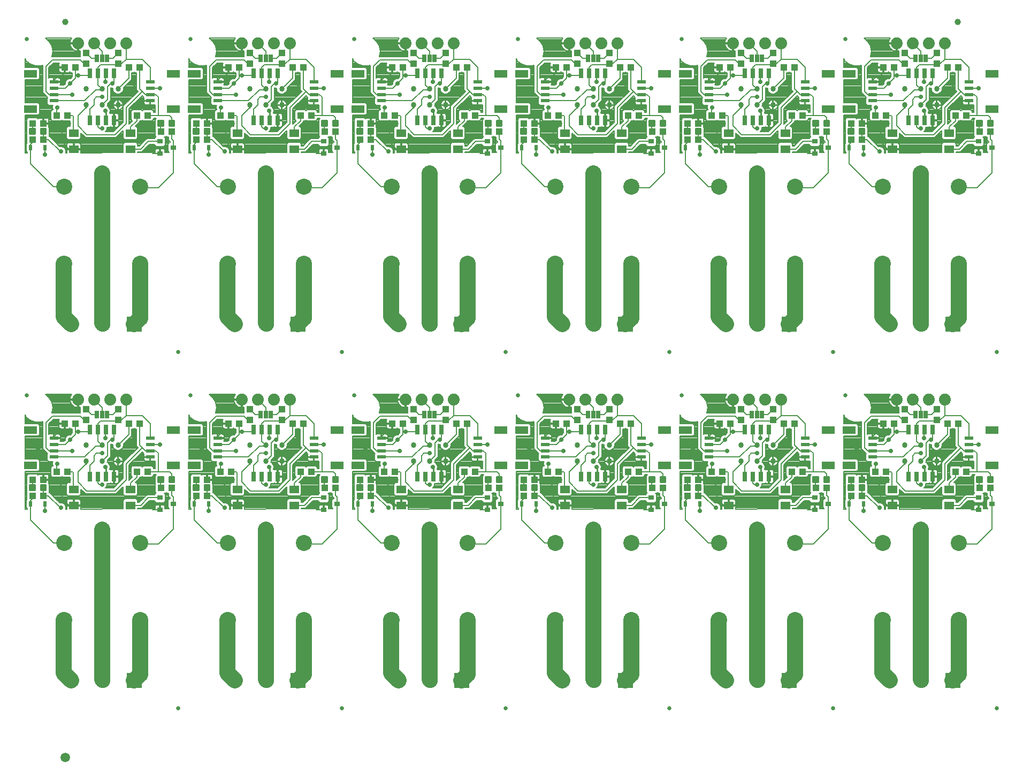
<source format=gtl>
G75*
%MOIN*%
%OFA0B0*%
%FSLAX25Y25*%
%IPPOS*%
%LPD*%
%AMOC8*
5,1,8,0,0,1.08239X$1,22.5*
%
%ADD10R,0.04331X0.03937*%
%ADD11R,0.02480X0.03268*%
%ADD12C,0.01181*%
%ADD13R,0.07874X0.04724*%
%ADD14R,0.05315X0.02362*%
%ADD15C,0.10000*%
%ADD16R,0.03937X0.04331*%
%ADD17R,0.02500X0.05000*%
%ADD18C,0.03400*%
%ADD19R,0.03543X0.03150*%
%ADD20R,0.03000X0.06000*%
%ADD21R,0.05906X0.05118*%
%ADD22C,0.02500*%
%ADD23C,0.07400*%
%ADD24R,0.09500X0.09500*%
%ADD25C,0.09500*%
%ADD26C,0.03937*%
%ADD27C,0.05906*%
%ADD28C,0.00700*%
%ADD29C,0.02900*%
%ADD30C,0.10000*%
%ADD31C,0.01000*%
D10*
X0035404Y0183750D03*
X0042096Y0183750D03*
X0042096Y0193750D03*
X0035404Y0193750D03*
X0050404Y0198750D03*
X0057096Y0198750D03*
X0055404Y0228750D03*
X0062096Y0228750D03*
X0095404Y0228750D03*
X0102096Y0228750D03*
X0100404Y0198750D03*
X0107096Y0198750D03*
X0115404Y0188750D03*
X0122096Y0188750D03*
X0137404Y0183750D03*
X0144096Y0183750D03*
X0144096Y0193750D03*
X0137404Y0193750D03*
X0152404Y0198750D03*
X0159096Y0198750D03*
X0157404Y0228750D03*
X0164096Y0228750D03*
X0197404Y0228750D03*
X0204096Y0228750D03*
X0202404Y0198750D03*
X0209096Y0198750D03*
X0217404Y0188750D03*
X0224096Y0188750D03*
X0239404Y0183750D03*
X0246096Y0183750D03*
X0246096Y0193750D03*
X0239404Y0193750D03*
X0254404Y0198750D03*
X0261096Y0198750D03*
X0259404Y0228750D03*
X0266096Y0228750D03*
X0299404Y0228750D03*
X0306096Y0228750D03*
X0304404Y0198750D03*
X0311096Y0198750D03*
X0319404Y0188750D03*
X0326096Y0188750D03*
X0341404Y0183750D03*
X0348096Y0183750D03*
X0348096Y0193750D03*
X0341404Y0193750D03*
X0356404Y0198750D03*
X0363096Y0198750D03*
X0361404Y0228750D03*
X0368096Y0228750D03*
X0401404Y0228750D03*
X0408096Y0228750D03*
X0406404Y0198750D03*
X0413096Y0198750D03*
X0421404Y0188750D03*
X0428096Y0188750D03*
X0443404Y0183750D03*
X0450096Y0183750D03*
X0450096Y0193750D03*
X0443404Y0193750D03*
X0458404Y0198750D03*
X0465096Y0198750D03*
X0463404Y0228750D03*
X0470096Y0228750D03*
X0503404Y0228750D03*
X0510096Y0228750D03*
X0508404Y0198750D03*
X0515096Y0198750D03*
X0523404Y0188750D03*
X0530096Y0188750D03*
X0545404Y0183750D03*
X0552096Y0183750D03*
X0552096Y0193750D03*
X0545404Y0193750D03*
X0560404Y0198750D03*
X0567096Y0198750D03*
X0565404Y0228750D03*
X0572096Y0228750D03*
X0605404Y0228750D03*
X0612096Y0228750D03*
X0610404Y0198750D03*
X0617096Y0198750D03*
X0625404Y0188750D03*
X0632096Y0188750D03*
X0552096Y0405750D03*
X0545404Y0405750D03*
X0545404Y0415750D03*
X0552096Y0415750D03*
X0560404Y0420750D03*
X0567096Y0420750D03*
X0565404Y0450750D03*
X0572096Y0450750D03*
X0605404Y0450750D03*
X0612096Y0450750D03*
X0610404Y0420750D03*
X0617096Y0420750D03*
X0625404Y0410750D03*
X0632096Y0410750D03*
X0530096Y0410750D03*
X0523404Y0410750D03*
X0515096Y0420750D03*
X0508404Y0420750D03*
X0510096Y0450750D03*
X0503404Y0450750D03*
X0470096Y0450750D03*
X0463404Y0450750D03*
X0465096Y0420750D03*
X0458404Y0420750D03*
X0450096Y0415750D03*
X0443404Y0415750D03*
X0443404Y0405750D03*
X0450096Y0405750D03*
X0428096Y0410750D03*
X0421404Y0410750D03*
X0413096Y0420750D03*
X0406404Y0420750D03*
X0408096Y0450750D03*
X0401404Y0450750D03*
X0368096Y0450750D03*
X0361404Y0450750D03*
X0363096Y0420750D03*
X0356404Y0420750D03*
X0348096Y0415750D03*
X0341404Y0415750D03*
X0341404Y0405750D03*
X0348096Y0405750D03*
X0326096Y0410750D03*
X0319404Y0410750D03*
X0311096Y0420750D03*
X0304404Y0420750D03*
X0306096Y0450750D03*
X0299404Y0450750D03*
X0266096Y0450750D03*
X0259404Y0450750D03*
X0261096Y0420750D03*
X0254404Y0420750D03*
X0246096Y0415750D03*
X0239404Y0415750D03*
X0239404Y0405750D03*
X0246096Y0405750D03*
X0224096Y0410750D03*
X0217404Y0410750D03*
X0209096Y0420750D03*
X0202404Y0420750D03*
X0204096Y0450750D03*
X0197404Y0450750D03*
X0164096Y0450750D03*
X0157404Y0450750D03*
X0159096Y0420750D03*
X0152404Y0420750D03*
X0144096Y0415750D03*
X0137404Y0415750D03*
X0137404Y0405750D03*
X0144096Y0405750D03*
X0122096Y0410750D03*
X0115404Y0410750D03*
X0107096Y0420750D03*
X0100404Y0420750D03*
X0102096Y0450750D03*
X0095404Y0450750D03*
X0062096Y0450750D03*
X0055404Y0450750D03*
X0057096Y0420750D03*
X0050404Y0420750D03*
X0042096Y0415750D03*
X0035404Y0415750D03*
X0035404Y0405750D03*
X0042096Y0405750D03*
D11*
X0043278Y0400750D03*
X0034222Y0400750D03*
X0136222Y0400750D03*
X0145278Y0400750D03*
X0238222Y0400750D03*
X0247278Y0400750D03*
X0340222Y0400750D03*
X0349278Y0400750D03*
X0442222Y0400750D03*
X0451278Y0400750D03*
X0544222Y0400750D03*
X0553278Y0400750D03*
X0553278Y0178750D03*
X0544222Y0178750D03*
X0451278Y0178750D03*
X0442222Y0178750D03*
X0349278Y0178750D03*
X0340222Y0178750D03*
X0247278Y0178750D03*
X0238222Y0178750D03*
X0145278Y0178750D03*
X0136222Y0178750D03*
X0043278Y0178750D03*
X0034222Y0178750D03*
D12*
X0036675Y0187372D02*
X0036675Y0190128D01*
X0036675Y0187372D02*
X0033919Y0187372D01*
X0033919Y0190128D01*
X0036675Y0190128D01*
X0036675Y0188552D02*
X0033919Y0188552D01*
X0033919Y0189732D02*
X0036675Y0189732D01*
X0043581Y0190128D02*
X0043581Y0187372D01*
X0040825Y0187372D01*
X0040825Y0190128D01*
X0043581Y0190128D01*
X0043581Y0188552D02*
X0040825Y0188552D01*
X0040825Y0189732D02*
X0043581Y0189732D01*
X0116675Y0192372D02*
X0116675Y0195128D01*
X0116675Y0192372D02*
X0113919Y0192372D01*
X0113919Y0195128D01*
X0116675Y0195128D01*
X0116675Y0193552D02*
X0113919Y0193552D01*
X0113919Y0194732D02*
X0116675Y0194732D01*
X0123581Y0195128D02*
X0123581Y0192372D01*
X0120825Y0192372D01*
X0120825Y0195128D01*
X0123581Y0195128D01*
X0123581Y0193552D02*
X0120825Y0193552D01*
X0120825Y0194732D02*
X0123581Y0194732D01*
X0138675Y0190128D02*
X0138675Y0187372D01*
X0135919Y0187372D01*
X0135919Y0190128D01*
X0138675Y0190128D01*
X0138675Y0188552D02*
X0135919Y0188552D01*
X0135919Y0189732D02*
X0138675Y0189732D01*
X0145581Y0190128D02*
X0145581Y0187372D01*
X0142825Y0187372D01*
X0142825Y0190128D01*
X0145581Y0190128D01*
X0145581Y0188552D02*
X0142825Y0188552D01*
X0142825Y0189732D02*
X0145581Y0189732D01*
X0218675Y0192372D02*
X0218675Y0195128D01*
X0218675Y0192372D02*
X0215919Y0192372D01*
X0215919Y0195128D01*
X0218675Y0195128D01*
X0218675Y0193552D02*
X0215919Y0193552D01*
X0215919Y0194732D02*
X0218675Y0194732D01*
X0225581Y0195128D02*
X0225581Y0192372D01*
X0222825Y0192372D01*
X0222825Y0195128D01*
X0225581Y0195128D01*
X0225581Y0193552D02*
X0222825Y0193552D01*
X0222825Y0194732D02*
X0225581Y0194732D01*
X0240675Y0190128D02*
X0240675Y0187372D01*
X0237919Y0187372D01*
X0237919Y0190128D01*
X0240675Y0190128D01*
X0240675Y0188552D02*
X0237919Y0188552D01*
X0237919Y0189732D02*
X0240675Y0189732D01*
X0247581Y0190128D02*
X0247581Y0187372D01*
X0244825Y0187372D01*
X0244825Y0190128D01*
X0247581Y0190128D01*
X0247581Y0188552D02*
X0244825Y0188552D01*
X0244825Y0189732D02*
X0247581Y0189732D01*
X0320675Y0192372D02*
X0320675Y0195128D01*
X0320675Y0192372D02*
X0317919Y0192372D01*
X0317919Y0195128D01*
X0320675Y0195128D01*
X0320675Y0193552D02*
X0317919Y0193552D01*
X0317919Y0194732D02*
X0320675Y0194732D01*
X0327581Y0195128D02*
X0327581Y0192372D01*
X0324825Y0192372D01*
X0324825Y0195128D01*
X0327581Y0195128D01*
X0327581Y0193552D02*
X0324825Y0193552D01*
X0324825Y0194732D02*
X0327581Y0194732D01*
X0342675Y0190128D02*
X0342675Y0187372D01*
X0339919Y0187372D01*
X0339919Y0190128D01*
X0342675Y0190128D01*
X0342675Y0188552D02*
X0339919Y0188552D01*
X0339919Y0189732D02*
X0342675Y0189732D01*
X0349581Y0190128D02*
X0349581Y0187372D01*
X0346825Y0187372D01*
X0346825Y0190128D01*
X0349581Y0190128D01*
X0349581Y0188552D02*
X0346825Y0188552D01*
X0346825Y0189732D02*
X0349581Y0189732D01*
X0422675Y0192372D02*
X0422675Y0195128D01*
X0422675Y0192372D02*
X0419919Y0192372D01*
X0419919Y0195128D01*
X0422675Y0195128D01*
X0422675Y0193552D02*
X0419919Y0193552D01*
X0419919Y0194732D02*
X0422675Y0194732D01*
X0429581Y0195128D02*
X0429581Y0192372D01*
X0426825Y0192372D01*
X0426825Y0195128D01*
X0429581Y0195128D01*
X0429581Y0193552D02*
X0426825Y0193552D01*
X0426825Y0194732D02*
X0429581Y0194732D01*
X0444675Y0190128D02*
X0444675Y0187372D01*
X0441919Y0187372D01*
X0441919Y0190128D01*
X0444675Y0190128D01*
X0444675Y0188552D02*
X0441919Y0188552D01*
X0441919Y0189732D02*
X0444675Y0189732D01*
X0451581Y0190128D02*
X0451581Y0187372D01*
X0448825Y0187372D01*
X0448825Y0190128D01*
X0451581Y0190128D01*
X0451581Y0188552D02*
X0448825Y0188552D01*
X0448825Y0189732D02*
X0451581Y0189732D01*
X0524675Y0192372D02*
X0524675Y0195128D01*
X0524675Y0192372D02*
X0521919Y0192372D01*
X0521919Y0195128D01*
X0524675Y0195128D01*
X0524675Y0193552D02*
X0521919Y0193552D01*
X0521919Y0194732D02*
X0524675Y0194732D01*
X0531581Y0195128D02*
X0531581Y0192372D01*
X0528825Y0192372D01*
X0528825Y0195128D01*
X0531581Y0195128D01*
X0531581Y0193552D02*
X0528825Y0193552D01*
X0528825Y0194732D02*
X0531581Y0194732D01*
X0546675Y0190128D02*
X0546675Y0187372D01*
X0543919Y0187372D01*
X0543919Y0190128D01*
X0546675Y0190128D01*
X0546675Y0188552D02*
X0543919Y0188552D01*
X0543919Y0189732D02*
X0546675Y0189732D01*
X0553581Y0190128D02*
X0553581Y0187372D01*
X0550825Y0187372D01*
X0550825Y0190128D01*
X0553581Y0190128D01*
X0553581Y0188552D02*
X0550825Y0188552D01*
X0550825Y0189732D02*
X0553581Y0189732D01*
X0626675Y0192372D02*
X0626675Y0195128D01*
X0626675Y0192372D02*
X0623919Y0192372D01*
X0623919Y0195128D01*
X0626675Y0195128D01*
X0626675Y0193552D02*
X0623919Y0193552D01*
X0623919Y0194732D02*
X0626675Y0194732D01*
X0633581Y0195128D02*
X0633581Y0192372D01*
X0630825Y0192372D01*
X0630825Y0195128D01*
X0633581Y0195128D01*
X0633581Y0193552D02*
X0630825Y0193552D01*
X0630825Y0194732D02*
X0633581Y0194732D01*
X0553581Y0409372D02*
X0553581Y0412128D01*
X0553581Y0409372D02*
X0550825Y0409372D01*
X0550825Y0412128D01*
X0553581Y0412128D01*
X0553581Y0410552D02*
X0550825Y0410552D01*
X0550825Y0411732D02*
X0553581Y0411732D01*
X0546675Y0412128D02*
X0546675Y0409372D01*
X0543919Y0409372D01*
X0543919Y0412128D01*
X0546675Y0412128D01*
X0546675Y0410552D02*
X0543919Y0410552D01*
X0543919Y0411732D02*
X0546675Y0411732D01*
X0531581Y0414372D02*
X0531581Y0417128D01*
X0531581Y0414372D02*
X0528825Y0414372D01*
X0528825Y0417128D01*
X0531581Y0417128D01*
X0531581Y0415552D02*
X0528825Y0415552D01*
X0528825Y0416732D02*
X0531581Y0416732D01*
X0524675Y0417128D02*
X0524675Y0414372D01*
X0521919Y0414372D01*
X0521919Y0417128D01*
X0524675Y0417128D01*
X0524675Y0415552D02*
X0521919Y0415552D01*
X0521919Y0416732D02*
X0524675Y0416732D01*
X0451581Y0412128D02*
X0451581Y0409372D01*
X0448825Y0409372D01*
X0448825Y0412128D01*
X0451581Y0412128D01*
X0451581Y0410552D02*
X0448825Y0410552D01*
X0448825Y0411732D02*
X0451581Y0411732D01*
X0444675Y0412128D02*
X0444675Y0409372D01*
X0441919Y0409372D01*
X0441919Y0412128D01*
X0444675Y0412128D01*
X0444675Y0410552D02*
X0441919Y0410552D01*
X0441919Y0411732D02*
X0444675Y0411732D01*
X0429581Y0414372D02*
X0429581Y0417128D01*
X0429581Y0414372D02*
X0426825Y0414372D01*
X0426825Y0417128D01*
X0429581Y0417128D01*
X0429581Y0415552D02*
X0426825Y0415552D01*
X0426825Y0416732D02*
X0429581Y0416732D01*
X0422675Y0417128D02*
X0422675Y0414372D01*
X0419919Y0414372D01*
X0419919Y0417128D01*
X0422675Y0417128D01*
X0422675Y0415552D02*
X0419919Y0415552D01*
X0419919Y0416732D02*
X0422675Y0416732D01*
X0349581Y0412128D02*
X0349581Y0409372D01*
X0346825Y0409372D01*
X0346825Y0412128D01*
X0349581Y0412128D01*
X0349581Y0410552D02*
X0346825Y0410552D01*
X0346825Y0411732D02*
X0349581Y0411732D01*
X0342675Y0412128D02*
X0342675Y0409372D01*
X0339919Y0409372D01*
X0339919Y0412128D01*
X0342675Y0412128D01*
X0342675Y0410552D02*
X0339919Y0410552D01*
X0339919Y0411732D02*
X0342675Y0411732D01*
X0327581Y0414372D02*
X0327581Y0417128D01*
X0327581Y0414372D02*
X0324825Y0414372D01*
X0324825Y0417128D01*
X0327581Y0417128D01*
X0327581Y0415552D02*
X0324825Y0415552D01*
X0324825Y0416732D02*
X0327581Y0416732D01*
X0320675Y0417128D02*
X0320675Y0414372D01*
X0317919Y0414372D01*
X0317919Y0417128D01*
X0320675Y0417128D01*
X0320675Y0415552D02*
X0317919Y0415552D01*
X0317919Y0416732D02*
X0320675Y0416732D01*
X0247581Y0412128D02*
X0247581Y0409372D01*
X0244825Y0409372D01*
X0244825Y0412128D01*
X0247581Y0412128D01*
X0247581Y0410552D02*
X0244825Y0410552D01*
X0244825Y0411732D02*
X0247581Y0411732D01*
X0240675Y0412128D02*
X0240675Y0409372D01*
X0237919Y0409372D01*
X0237919Y0412128D01*
X0240675Y0412128D01*
X0240675Y0410552D02*
X0237919Y0410552D01*
X0237919Y0411732D02*
X0240675Y0411732D01*
X0225581Y0414372D02*
X0225581Y0417128D01*
X0225581Y0414372D02*
X0222825Y0414372D01*
X0222825Y0417128D01*
X0225581Y0417128D01*
X0225581Y0415552D02*
X0222825Y0415552D01*
X0222825Y0416732D02*
X0225581Y0416732D01*
X0218675Y0417128D02*
X0218675Y0414372D01*
X0215919Y0414372D01*
X0215919Y0417128D01*
X0218675Y0417128D01*
X0218675Y0415552D02*
X0215919Y0415552D01*
X0215919Y0416732D02*
X0218675Y0416732D01*
X0145581Y0412128D02*
X0145581Y0409372D01*
X0142825Y0409372D01*
X0142825Y0412128D01*
X0145581Y0412128D01*
X0145581Y0410552D02*
X0142825Y0410552D01*
X0142825Y0411732D02*
X0145581Y0411732D01*
X0138675Y0412128D02*
X0138675Y0409372D01*
X0135919Y0409372D01*
X0135919Y0412128D01*
X0138675Y0412128D01*
X0138675Y0410552D02*
X0135919Y0410552D01*
X0135919Y0411732D02*
X0138675Y0411732D01*
X0123581Y0414372D02*
X0123581Y0417128D01*
X0123581Y0414372D02*
X0120825Y0414372D01*
X0120825Y0417128D01*
X0123581Y0417128D01*
X0123581Y0415552D02*
X0120825Y0415552D01*
X0120825Y0416732D02*
X0123581Y0416732D01*
X0116675Y0417128D02*
X0116675Y0414372D01*
X0113919Y0414372D01*
X0113919Y0417128D01*
X0116675Y0417128D01*
X0116675Y0415552D02*
X0113919Y0415552D01*
X0113919Y0416732D02*
X0116675Y0416732D01*
X0043581Y0412128D02*
X0043581Y0409372D01*
X0040825Y0409372D01*
X0040825Y0412128D01*
X0043581Y0412128D01*
X0043581Y0410552D02*
X0040825Y0410552D01*
X0040825Y0411732D02*
X0043581Y0411732D01*
X0036675Y0412128D02*
X0036675Y0409372D01*
X0033919Y0409372D01*
X0033919Y0412128D01*
X0036675Y0412128D01*
X0036675Y0410552D02*
X0033919Y0410552D01*
X0033919Y0411732D02*
X0036675Y0411732D01*
X0626675Y0414372D02*
X0626675Y0417128D01*
X0626675Y0414372D02*
X0623919Y0414372D01*
X0623919Y0417128D01*
X0626675Y0417128D01*
X0626675Y0415552D02*
X0623919Y0415552D01*
X0623919Y0416732D02*
X0626675Y0416732D01*
X0633581Y0417128D02*
X0633581Y0414372D01*
X0630825Y0414372D01*
X0630825Y0417128D01*
X0633581Y0417128D01*
X0633581Y0415552D02*
X0630825Y0415552D01*
X0630825Y0416732D02*
X0633581Y0416732D01*
D13*
X0633219Y0424726D03*
X0633219Y0446774D03*
X0544281Y0446774D03*
X0531219Y0446774D03*
X0531219Y0424726D03*
X0544281Y0424726D03*
X0442281Y0424726D03*
X0429219Y0424726D03*
X0429219Y0446774D03*
X0442281Y0446774D03*
X0340281Y0446774D03*
X0327219Y0446774D03*
X0327219Y0424726D03*
X0340281Y0424726D03*
X0238281Y0424726D03*
X0225219Y0424726D03*
X0225219Y0446774D03*
X0238281Y0446774D03*
X0136281Y0446774D03*
X0123219Y0446774D03*
X0123219Y0424726D03*
X0136281Y0424726D03*
X0034281Y0424726D03*
X0034281Y0446774D03*
X0034281Y0224774D03*
X0034281Y0202726D03*
X0123219Y0202726D03*
X0136281Y0202726D03*
X0136281Y0224774D03*
X0123219Y0224774D03*
X0225219Y0224774D03*
X0238281Y0224774D03*
X0238281Y0202726D03*
X0225219Y0202726D03*
X0327219Y0202726D03*
X0340281Y0202726D03*
X0340281Y0224774D03*
X0327219Y0224774D03*
X0429219Y0224774D03*
X0442281Y0224774D03*
X0442281Y0202726D03*
X0429219Y0202726D03*
X0531219Y0202726D03*
X0544281Y0202726D03*
X0544281Y0224774D03*
X0531219Y0224774D03*
X0633219Y0224774D03*
X0633219Y0202726D03*
D14*
X0618750Y0207844D03*
X0618750Y0211781D03*
X0618750Y0215719D03*
X0618750Y0219656D03*
X0558750Y0219656D03*
X0558750Y0215719D03*
X0558750Y0211781D03*
X0558750Y0207844D03*
X0516750Y0207844D03*
X0516750Y0211781D03*
X0516750Y0215719D03*
X0516750Y0219656D03*
X0456750Y0219656D03*
X0456750Y0215719D03*
X0456750Y0211781D03*
X0456750Y0207844D03*
X0414750Y0207844D03*
X0414750Y0211781D03*
X0414750Y0215719D03*
X0414750Y0219656D03*
X0354750Y0219656D03*
X0354750Y0215719D03*
X0354750Y0211781D03*
X0354750Y0207844D03*
X0312750Y0207844D03*
X0312750Y0211781D03*
X0312750Y0215719D03*
X0312750Y0219656D03*
X0252750Y0219656D03*
X0252750Y0215719D03*
X0252750Y0211781D03*
X0252750Y0207844D03*
X0210750Y0207844D03*
X0210750Y0211781D03*
X0210750Y0215719D03*
X0210750Y0219656D03*
X0150750Y0219656D03*
X0150750Y0215719D03*
X0150750Y0211781D03*
X0150750Y0207844D03*
X0108750Y0207844D03*
X0108750Y0211781D03*
X0108750Y0215719D03*
X0108750Y0219656D03*
X0048750Y0219656D03*
X0048750Y0215719D03*
X0048750Y0211781D03*
X0048750Y0207844D03*
X0048750Y0429844D03*
X0048750Y0433781D03*
X0048750Y0437719D03*
X0048750Y0441656D03*
X0108750Y0441656D03*
X0108750Y0437719D03*
X0108750Y0433781D03*
X0108750Y0429844D03*
X0150750Y0429844D03*
X0150750Y0433781D03*
X0150750Y0437719D03*
X0150750Y0441656D03*
X0210750Y0441656D03*
X0210750Y0437719D03*
X0210750Y0433781D03*
X0210750Y0429844D03*
X0252750Y0429844D03*
X0252750Y0433781D03*
X0252750Y0437719D03*
X0252750Y0441656D03*
X0312750Y0441656D03*
X0312750Y0437719D03*
X0312750Y0433781D03*
X0312750Y0429844D03*
X0354750Y0429844D03*
X0354750Y0433781D03*
X0354750Y0437719D03*
X0354750Y0441656D03*
X0414750Y0441656D03*
X0414750Y0437719D03*
X0414750Y0433781D03*
X0414750Y0429844D03*
X0456750Y0429844D03*
X0456750Y0433781D03*
X0456750Y0437719D03*
X0456750Y0441656D03*
X0516750Y0441656D03*
X0516750Y0437719D03*
X0516750Y0433781D03*
X0516750Y0429844D03*
X0558750Y0429844D03*
X0558750Y0433781D03*
X0558750Y0437719D03*
X0558750Y0441656D03*
X0618750Y0441656D03*
X0618750Y0437719D03*
X0618750Y0433781D03*
X0618750Y0429844D03*
D15*
X0588770Y0384293D03*
X0612392Y0376419D03*
X0565148Y0376419D03*
X0510392Y0376419D03*
X0486770Y0384293D03*
X0463148Y0376419D03*
X0408392Y0376419D03*
X0384770Y0384293D03*
X0361148Y0376419D03*
X0306392Y0376419D03*
X0282770Y0384293D03*
X0259148Y0376419D03*
X0204392Y0376419D03*
X0180770Y0384293D03*
X0157148Y0376419D03*
X0102392Y0376419D03*
X0078770Y0384293D03*
X0055148Y0376419D03*
X0055148Y0328388D03*
X0102392Y0328388D03*
X0157148Y0328388D03*
X0204392Y0328388D03*
X0259148Y0328388D03*
X0306392Y0328388D03*
X0361148Y0328388D03*
X0408392Y0328388D03*
X0463148Y0328388D03*
X0510392Y0328388D03*
X0565148Y0328388D03*
X0612392Y0328388D03*
X0588770Y0162293D03*
X0612392Y0154419D03*
X0565148Y0154419D03*
X0510392Y0154419D03*
X0486770Y0162293D03*
X0463148Y0154419D03*
X0408392Y0154419D03*
X0384770Y0162293D03*
X0361148Y0154419D03*
X0306392Y0154419D03*
X0282770Y0162293D03*
X0259148Y0154419D03*
X0204392Y0154419D03*
X0180770Y0162293D03*
X0157148Y0154419D03*
X0102392Y0154419D03*
X0078770Y0162293D03*
X0055148Y0154419D03*
X0055148Y0106388D03*
X0102392Y0106388D03*
X0157148Y0106388D03*
X0204392Y0106388D03*
X0259148Y0106388D03*
X0306392Y0106388D03*
X0361148Y0106388D03*
X0408392Y0106388D03*
X0463148Y0106388D03*
X0510392Y0106388D03*
X0565148Y0106388D03*
X0612392Y0106388D03*
D16*
X0598750Y0230904D03*
X0598750Y0237596D03*
X0578750Y0237596D03*
X0578750Y0230904D03*
X0496750Y0230904D03*
X0496750Y0237596D03*
X0476750Y0237596D03*
X0476750Y0230904D03*
X0394750Y0230904D03*
X0394750Y0237596D03*
X0374750Y0237596D03*
X0374750Y0230904D03*
X0292750Y0230904D03*
X0292750Y0237596D03*
X0272750Y0237596D03*
X0272750Y0230904D03*
X0190750Y0230904D03*
X0190750Y0237596D03*
X0170750Y0237596D03*
X0170750Y0230904D03*
X0088750Y0230904D03*
X0088750Y0237596D03*
X0068750Y0237596D03*
X0068750Y0230904D03*
X0068750Y0452904D03*
X0068750Y0459596D03*
X0088750Y0459596D03*
X0088750Y0452904D03*
X0170750Y0452904D03*
X0170750Y0459596D03*
X0190750Y0459596D03*
X0190750Y0452904D03*
X0272750Y0452904D03*
X0272750Y0459596D03*
X0292750Y0459596D03*
X0292750Y0452904D03*
X0374750Y0452904D03*
X0374750Y0459596D03*
X0394750Y0459596D03*
X0394750Y0452904D03*
X0476750Y0452904D03*
X0476750Y0459596D03*
X0496750Y0459596D03*
X0496750Y0452904D03*
X0578750Y0452904D03*
X0578750Y0459596D03*
X0598750Y0459596D03*
X0598750Y0452904D03*
D17*
X0591950Y0456250D03*
X0588750Y0456250D03*
X0585550Y0456250D03*
X0489950Y0456250D03*
X0486750Y0456250D03*
X0483550Y0456250D03*
X0387950Y0456250D03*
X0384750Y0456250D03*
X0381550Y0456250D03*
X0285950Y0456250D03*
X0282750Y0456250D03*
X0279550Y0456250D03*
X0183950Y0456250D03*
X0180750Y0456250D03*
X0177550Y0456250D03*
X0081950Y0456250D03*
X0078750Y0456250D03*
X0075550Y0456250D03*
X0075550Y0234250D03*
X0078750Y0234250D03*
X0081950Y0234250D03*
X0177550Y0234250D03*
X0180750Y0234250D03*
X0183950Y0234250D03*
X0279550Y0234250D03*
X0282750Y0234250D03*
X0285950Y0234250D03*
X0381550Y0234250D03*
X0384750Y0234250D03*
X0387950Y0234250D03*
X0483550Y0234250D03*
X0486750Y0234250D03*
X0489950Y0234250D03*
X0585550Y0234250D03*
X0588750Y0234250D03*
X0591950Y0234250D03*
D18*
X0608750Y0218750D03*
X0598750Y0215250D03*
X0598750Y0205250D03*
X0588750Y0205250D03*
X0588750Y0215250D03*
X0578750Y0215250D03*
X0578750Y0205250D03*
X0567750Y0193750D03*
X0548750Y0213750D03*
X0506750Y0218750D03*
X0496750Y0215250D03*
X0496750Y0205250D03*
X0486750Y0205250D03*
X0486750Y0215250D03*
X0476750Y0215250D03*
X0476750Y0205250D03*
X0465750Y0193750D03*
X0446750Y0213750D03*
X0404750Y0218750D03*
X0394750Y0215250D03*
X0394750Y0205250D03*
X0384750Y0205250D03*
X0384750Y0215250D03*
X0374750Y0215250D03*
X0374750Y0205250D03*
X0363750Y0193750D03*
X0344750Y0213750D03*
X0302750Y0218750D03*
X0292750Y0215250D03*
X0292750Y0205250D03*
X0282750Y0205250D03*
X0282750Y0215250D03*
X0272750Y0215250D03*
X0272750Y0205250D03*
X0261750Y0193750D03*
X0242750Y0213750D03*
X0200750Y0218750D03*
X0190750Y0215250D03*
X0190750Y0205250D03*
X0180750Y0205250D03*
X0180750Y0215250D03*
X0170750Y0215250D03*
X0170750Y0205250D03*
X0159750Y0193750D03*
X0140750Y0213750D03*
X0098750Y0218750D03*
X0088750Y0215250D03*
X0088750Y0205250D03*
X0078750Y0205250D03*
X0078750Y0215250D03*
X0068750Y0215250D03*
X0068750Y0205250D03*
X0057750Y0193750D03*
X0038750Y0213750D03*
X0057750Y0415750D03*
X0068750Y0427250D03*
X0078750Y0427250D03*
X0088750Y0427250D03*
X0088750Y0437250D03*
X0078750Y0437250D03*
X0068750Y0437250D03*
X0038750Y0435750D03*
X0098750Y0440750D03*
X0140750Y0435750D03*
X0159750Y0415750D03*
X0170750Y0427250D03*
X0180750Y0427250D03*
X0190750Y0427250D03*
X0190750Y0437250D03*
X0180750Y0437250D03*
X0170750Y0437250D03*
X0200750Y0440750D03*
X0242750Y0435750D03*
X0261750Y0415750D03*
X0272750Y0427250D03*
X0272750Y0437250D03*
X0282750Y0437250D03*
X0292750Y0437250D03*
X0302750Y0440750D03*
X0292750Y0427250D03*
X0282750Y0427250D03*
X0344750Y0435750D03*
X0363750Y0415750D03*
X0374750Y0427250D03*
X0384750Y0427250D03*
X0384750Y0437250D03*
X0374750Y0437250D03*
X0394750Y0437250D03*
X0404750Y0440750D03*
X0394750Y0427250D03*
X0446750Y0435750D03*
X0465750Y0415750D03*
X0476750Y0427250D03*
X0486750Y0427250D03*
X0496750Y0427250D03*
X0496750Y0437250D03*
X0486750Y0437250D03*
X0476750Y0437250D03*
X0506750Y0440750D03*
X0548750Y0435750D03*
X0567750Y0415750D03*
X0578750Y0427250D03*
X0588750Y0427250D03*
X0598750Y0427250D03*
X0598750Y0437250D03*
X0588750Y0437250D03*
X0578750Y0437250D03*
X0608750Y0440750D03*
D19*
X0624813Y0404490D03*
X0624813Y0397010D03*
X0633081Y0400750D03*
X0531081Y0400750D03*
X0522813Y0397010D03*
X0522813Y0404490D03*
X0429081Y0400750D03*
X0420813Y0397010D03*
X0420813Y0404490D03*
X0327081Y0400750D03*
X0318813Y0397010D03*
X0318813Y0404490D03*
X0225081Y0400750D03*
X0216813Y0397010D03*
X0216813Y0404490D03*
X0123081Y0400750D03*
X0114813Y0397010D03*
X0114813Y0404490D03*
X0114813Y0182490D03*
X0114813Y0175010D03*
X0123081Y0178750D03*
X0216813Y0175010D03*
X0216813Y0182490D03*
X0225081Y0178750D03*
X0318813Y0175010D03*
X0318813Y0182490D03*
X0327081Y0178750D03*
X0420813Y0175010D03*
X0420813Y0182490D03*
X0429081Y0178750D03*
X0522813Y0175010D03*
X0522813Y0182490D03*
X0531081Y0178750D03*
X0624813Y0175010D03*
X0624813Y0182490D03*
X0633081Y0178750D03*
D20*
X0596250Y0195750D03*
X0591250Y0195750D03*
X0586250Y0195750D03*
X0581250Y0195750D03*
X0581250Y0224923D03*
X0586250Y0224923D03*
X0591250Y0224923D03*
X0596250Y0224923D03*
X0494250Y0224923D03*
X0489250Y0224923D03*
X0484250Y0224923D03*
X0479250Y0224923D03*
X0479250Y0195750D03*
X0484250Y0195750D03*
X0489250Y0195750D03*
X0494250Y0195750D03*
X0392250Y0195750D03*
X0387250Y0195750D03*
X0382250Y0195750D03*
X0377250Y0195750D03*
X0377250Y0224923D03*
X0382250Y0224923D03*
X0387250Y0224923D03*
X0392250Y0224923D03*
X0290250Y0224923D03*
X0285250Y0224923D03*
X0280250Y0224923D03*
X0275250Y0224923D03*
X0275250Y0195750D03*
X0280250Y0195750D03*
X0285250Y0195750D03*
X0290250Y0195750D03*
X0188250Y0195750D03*
X0183250Y0195750D03*
X0178250Y0195750D03*
X0173250Y0195750D03*
X0173250Y0224923D03*
X0178250Y0224923D03*
X0183250Y0224923D03*
X0188250Y0224923D03*
X0086250Y0224923D03*
X0081250Y0224923D03*
X0076250Y0224923D03*
X0071250Y0224923D03*
X0071250Y0195750D03*
X0076250Y0195750D03*
X0081250Y0195750D03*
X0086250Y0195750D03*
X0086250Y0417750D03*
X0081250Y0417750D03*
X0076250Y0417750D03*
X0071250Y0417750D03*
X0071250Y0446923D03*
X0076250Y0446923D03*
X0081250Y0446923D03*
X0086250Y0446923D03*
X0173250Y0446923D03*
X0178250Y0446923D03*
X0183250Y0446923D03*
X0188250Y0446923D03*
X0188250Y0417750D03*
X0183250Y0417750D03*
X0178250Y0417750D03*
X0173250Y0417750D03*
X0275250Y0417750D03*
X0280250Y0417750D03*
X0285250Y0417750D03*
X0290250Y0417750D03*
X0290250Y0446923D03*
X0285250Y0446923D03*
X0280250Y0446923D03*
X0275250Y0446923D03*
X0377250Y0446923D03*
X0382250Y0446923D03*
X0387250Y0446923D03*
X0392250Y0446923D03*
X0392250Y0417750D03*
X0387250Y0417750D03*
X0382250Y0417750D03*
X0377250Y0417750D03*
X0479250Y0417750D03*
X0484250Y0417750D03*
X0489250Y0417750D03*
X0494250Y0417750D03*
X0494250Y0446923D03*
X0489250Y0446923D03*
X0484250Y0446923D03*
X0479250Y0446923D03*
X0581250Y0446923D03*
X0586250Y0446923D03*
X0591250Y0446923D03*
X0596250Y0446923D03*
X0596250Y0417750D03*
X0591250Y0417750D03*
X0586250Y0417750D03*
X0581250Y0417750D03*
D21*
X0571033Y0409750D03*
X0571033Y0399750D03*
X0606467Y0399750D03*
X0606467Y0409750D03*
X0504467Y0409750D03*
X0504467Y0399750D03*
X0469033Y0399750D03*
X0469033Y0409750D03*
X0402467Y0409750D03*
X0402467Y0399750D03*
X0367033Y0399750D03*
X0367033Y0409750D03*
X0300467Y0409750D03*
X0300467Y0399750D03*
X0265033Y0399750D03*
X0265033Y0409750D03*
X0198467Y0409750D03*
X0198467Y0399750D03*
X0163033Y0399750D03*
X0163033Y0409750D03*
X0096467Y0409750D03*
X0096467Y0399750D03*
X0061033Y0399750D03*
X0061033Y0409750D03*
X0061033Y0187750D03*
X0061033Y0177750D03*
X0096467Y0177750D03*
X0096467Y0187750D03*
X0163033Y0187750D03*
X0163033Y0177750D03*
X0198467Y0177750D03*
X0198467Y0187750D03*
X0265033Y0187750D03*
X0265033Y0177750D03*
X0300467Y0177750D03*
X0300467Y0187750D03*
X0367033Y0187750D03*
X0367033Y0177750D03*
X0402467Y0177750D03*
X0402467Y0187750D03*
X0469033Y0187750D03*
X0469033Y0177750D03*
X0504467Y0177750D03*
X0504467Y0187750D03*
X0571033Y0187750D03*
X0571033Y0177750D03*
X0606467Y0177750D03*
X0606467Y0187750D03*
D22*
X0541750Y0246250D03*
X0534250Y0273250D03*
X0439750Y0246250D03*
X0432250Y0273250D03*
X0337750Y0246250D03*
X0330250Y0273250D03*
X0235750Y0246250D03*
X0228250Y0273250D03*
X0133750Y0246250D03*
X0126250Y0273250D03*
X0031750Y0246250D03*
X0126250Y0051250D03*
X0228250Y0051250D03*
X0330250Y0051250D03*
X0432250Y0051250D03*
X0534250Y0051250D03*
X0636250Y0051250D03*
X0636250Y0273250D03*
X0541750Y0468250D03*
X0439750Y0468250D03*
X0337750Y0468250D03*
X0235750Y0468250D03*
X0133750Y0468250D03*
X0031750Y0468250D03*
D23*
X0063750Y0465750D03*
X0073750Y0465750D03*
X0083750Y0465750D03*
X0093750Y0465750D03*
X0165750Y0465750D03*
X0175750Y0465750D03*
X0185750Y0465750D03*
X0195750Y0465750D03*
X0267750Y0465750D03*
X0277750Y0465750D03*
X0287750Y0465750D03*
X0297750Y0465750D03*
X0369750Y0465750D03*
X0379750Y0465750D03*
X0389750Y0465750D03*
X0399750Y0465750D03*
X0471750Y0465750D03*
X0481750Y0465750D03*
X0491750Y0465750D03*
X0501750Y0465750D03*
X0573750Y0465750D03*
X0583750Y0465750D03*
X0593750Y0465750D03*
X0603750Y0465750D03*
X0603750Y0243750D03*
X0593750Y0243750D03*
X0583750Y0243750D03*
X0573750Y0243750D03*
X0501750Y0243750D03*
X0491750Y0243750D03*
X0481750Y0243750D03*
X0471750Y0243750D03*
X0399750Y0243750D03*
X0389750Y0243750D03*
X0379750Y0243750D03*
X0369750Y0243750D03*
X0297750Y0243750D03*
X0287750Y0243750D03*
X0277750Y0243750D03*
X0267750Y0243750D03*
X0195750Y0243750D03*
X0185750Y0243750D03*
X0175750Y0243750D03*
X0165750Y0243750D03*
X0093750Y0243750D03*
X0083750Y0243750D03*
X0073750Y0243750D03*
X0063750Y0243750D03*
D24*
X0098750Y0290750D03*
X0200750Y0290750D03*
X0302750Y0290750D03*
X0404750Y0290750D03*
X0506750Y0290750D03*
X0608750Y0290750D03*
X0608750Y0068750D03*
X0506750Y0068750D03*
X0404750Y0068750D03*
X0302750Y0068750D03*
X0200750Y0068750D03*
X0098750Y0068750D03*
D25*
X0079065Y0068750D03*
X0059380Y0068750D03*
X0161380Y0068750D03*
X0181065Y0068750D03*
X0263380Y0068750D03*
X0283065Y0068750D03*
X0365380Y0068750D03*
X0385065Y0068750D03*
X0467380Y0068750D03*
X0487065Y0068750D03*
X0569380Y0068750D03*
X0589065Y0068750D03*
X0589065Y0290750D03*
X0569380Y0290750D03*
X0487065Y0290750D03*
X0467380Y0290750D03*
X0385065Y0290750D03*
X0365380Y0290750D03*
X0283065Y0290750D03*
X0263380Y0290750D03*
X0181065Y0290750D03*
X0161380Y0290750D03*
X0079065Y0290750D03*
X0059380Y0290750D03*
D26*
X0055750Y0479000D03*
X0611750Y0479000D03*
D27*
X0055750Y0020500D03*
D28*
X0055148Y0154419D02*
X0048581Y0154419D01*
X0034222Y0168778D01*
X0034222Y0178750D01*
X0034222Y0180722D01*
X0035404Y0181904D01*
X0035404Y0183750D01*
X0034904Y0184250D01*
X0031688Y0184518D02*
X0030700Y0184518D01*
X0030700Y0183820D02*
X0031688Y0183820D01*
X0031688Y0183121D02*
X0030700Y0183121D01*
X0030700Y0182422D02*
X0031688Y0182422D01*
X0031688Y0181724D02*
X0030700Y0181724D01*
X0030700Y0181025D02*
X0031432Y0181025D01*
X0031432Y0181026D02*
X0031432Y0176474D01*
X0032322Y0175584D01*
X0032322Y0175268D01*
X0030700Y0175260D01*
X0030700Y0198814D01*
X0038861Y0198814D01*
X0039768Y0199722D01*
X0039768Y0205731D01*
X0038861Y0206639D01*
X0030700Y0206639D01*
X0030700Y0220861D01*
X0038861Y0220861D01*
X0039768Y0221769D01*
X0039768Y0227778D01*
X0038861Y0228686D01*
X0030700Y0228686D01*
X0030700Y0234193D01*
X0031555Y0232712D01*
X0034054Y0230616D01*
X0037119Y0229500D01*
X0040381Y0229500D01*
X0041850Y0230035D01*
X0041850Y0212963D01*
X0042963Y0211850D01*
X0044543Y0210270D01*
X0044543Y0209958D01*
X0044688Y0209813D01*
X0044543Y0209668D01*
X0044543Y0206021D01*
X0045450Y0205113D01*
X0048068Y0205113D01*
X0047750Y0204347D01*
X0047750Y0203153D01*
X0048116Y0202268D01*
X0047596Y0202268D01*
X0046688Y0201361D01*
X0046688Y0196139D01*
X0047596Y0195231D01*
X0053211Y0195231D01*
X0053750Y0195771D01*
X0054289Y0195231D01*
X0058850Y0195231D01*
X0058850Y0191859D01*
X0057439Y0191859D01*
X0056531Y0190951D01*
X0056531Y0184549D01*
X0057439Y0183641D01*
X0064628Y0183641D01*
X0065536Y0184549D01*
X0065536Y0187777D01*
X0067350Y0185963D01*
X0068463Y0184850D01*
X0087537Y0184850D01*
X0088650Y0185963D01*
X0091964Y0189277D01*
X0091964Y0184549D01*
X0092872Y0183641D01*
X0100061Y0183641D01*
X0100969Y0184549D01*
X0100969Y0190951D01*
X0100061Y0191859D01*
X0099546Y0191859D01*
X0102304Y0194617D01*
X0102304Y0195231D01*
X0103211Y0195231D01*
X0103750Y0195771D01*
X0104289Y0195231D01*
X0109904Y0195231D01*
X0110812Y0196139D01*
X0110812Y0196850D01*
X0112614Y0196850D01*
X0111779Y0196015D01*
X0111779Y0191485D01*
X0111796Y0191468D01*
X0111688Y0191361D01*
X0111688Y0186139D01*
X0112306Y0185522D01*
X0111491Y0184707D01*
X0111491Y0184390D01*
X0106703Y0184390D01*
X0105590Y0183277D01*
X0101963Y0179650D01*
X0100969Y0179650D01*
X0100969Y0180951D01*
X0100061Y0181859D01*
X0092872Y0181859D01*
X0091964Y0180951D01*
X0091964Y0175566D01*
X0065336Y0175433D01*
X0065336Y0177400D01*
X0061384Y0177400D01*
X0061384Y0178100D01*
X0065336Y0178100D01*
X0065336Y0180487D01*
X0065244Y0180830D01*
X0065066Y0181138D01*
X0064815Y0181389D01*
X0064507Y0181567D01*
X0064164Y0181659D01*
X0061383Y0181659D01*
X0061383Y0178100D01*
X0060683Y0178100D01*
X0060683Y0177400D01*
X0056731Y0177400D01*
X0056731Y0175390D01*
X0056140Y0175387D01*
X0056250Y0175653D01*
X0056250Y0176847D01*
X0055793Y0177949D01*
X0054949Y0178793D01*
X0053847Y0179250D01*
X0052653Y0179250D01*
X0052500Y0179187D01*
X0046037Y0185650D01*
X0045812Y0185650D01*
X0045812Y0186361D01*
X0045704Y0186468D01*
X0045721Y0186485D01*
X0045721Y0191015D01*
X0045504Y0191232D01*
X0045520Y0191260D01*
X0045612Y0191604D01*
X0045612Y0193400D01*
X0042446Y0193400D01*
X0042446Y0194100D01*
X0041746Y0194100D01*
X0041746Y0197068D01*
X0039753Y0197068D01*
X0039410Y0196976D01*
X0039102Y0196799D01*
X0038891Y0196588D01*
X0038211Y0197268D01*
X0032596Y0197268D01*
X0031688Y0196361D01*
X0031688Y0191139D01*
X0031796Y0191032D01*
X0031779Y0191015D01*
X0031779Y0186485D01*
X0031796Y0186468D01*
X0031688Y0186361D01*
X0031688Y0181282D01*
X0031432Y0181026D01*
X0031432Y0180327D02*
X0030700Y0180327D01*
X0030700Y0179628D02*
X0031432Y0179628D01*
X0031432Y0178930D02*
X0030700Y0178930D01*
X0030700Y0178231D02*
X0031432Y0178231D01*
X0031432Y0177533D02*
X0030700Y0177533D01*
X0030700Y0176834D02*
X0031432Y0176834D01*
X0031770Y0176136D02*
X0030700Y0176136D01*
X0030700Y0175437D02*
X0032322Y0175437D01*
X0043278Y0174222D02*
X0043278Y0178750D01*
X0042096Y0183750D02*
X0045250Y0183750D01*
X0052750Y0176250D01*
X0053250Y0176250D01*
X0056250Y0176136D02*
X0056731Y0176136D01*
X0056731Y0176834D02*
X0056250Y0176834D01*
X0055966Y0177533D02*
X0060683Y0177533D01*
X0061033Y0177750D02*
X0058250Y0177750D01*
X0053750Y0182250D01*
X0053750Y0189750D01*
X0049750Y0193750D01*
X0042096Y0193750D01*
X0042446Y0193599D02*
X0058850Y0193599D01*
X0058850Y0194297D02*
X0045612Y0194297D01*
X0045612Y0194100D02*
X0045612Y0195896D01*
X0045520Y0196240D01*
X0045342Y0196547D01*
X0045091Y0196799D01*
X0044783Y0196976D01*
X0044440Y0197068D01*
X0042446Y0197068D01*
X0042446Y0194100D01*
X0045612Y0194100D01*
X0045612Y0194996D02*
X0058850Y0194996D01*
X0058850Y0192900D02*
X0045612Y0192900D01*
X0045612Y0192202D02*
X0058850Y0192202D01*
X0057083Y0191503D02*
X0045585Y0191503D01*
X0045721Y0190805D02*
X0056531Y0190805D01*
X0056531Y0190106D02*
X0045721Y0190106D01*
X0045721Y0189408D02*
X0056531Y0189408D01*
X0056531Y0188709D02*
X0045721Y0188709D01*
X0045721Y0188011D02*
X0056531Y0188011D01*
X0056531Y0187312D02*
X0045721Y0187312D01*
X0045721Y0186614D02*
X0056531Y0186614D01*
X0056531Y0185915D02*
X0045812Y0185915D01*
X0046470Y0185217D02*
X0056531Y0185217D01*
X0056562Y0184518D02*
X0047169Y0184518D01*
X0047867Y0183820D02*
X0057260Y0183820D01*
X0057903Y0181659D02*
X0057560Y0181567D01*
X0057252Y0181389D01*
X0057000Y0181138D01*
X0056823Y0180830D01*
X0056731Y0180487D01*
X0056731Y0178100D01*
X0060683Y0178100D01*
X0060683Y0181659D01*
X0057903Y0181659D01*
X0056935Y0181025D02*
X0050662Y0181025D01*
X0051360Y0180327D02*
X0056731Y0180327D01*
X0056731Y0179628D02*
X0052059Y0179628D01*
X0054619Y0178930D02*
X0056731Y0178930D01*
X0056731Y0178231D02*
X0055511Y0178231D01*
X0056161Y0175437D02*
X0056731Y0175437D01*
X0060683Y0178231D02*
X0061383Y0178231D01*
X0061384Y0177533D02*
X0091964Y0177533D01*
X0091964Y0178231D02*
X0065336Y0178231D01*
X0065336Y0178930D02*
X0091964Y0178930D01*
X0091964Y0179628D02*
X0065336Y0179628D01*
X0065336Y0180327D02*
X0091964Y0180327D01*
X0092038Y0181025D02*
X0065131Y0181025D01*
X0064807Y0183820D02*
X0092693Y0183820D01*
X0091995Y0184518D02*
X0065505Y0184518D01*
X0065536Y0185217D02*
X0068096Y0185217D01*
X0067398Y0185915D02*
X0065536Y0185915D01*
X0065536Y0186614D02*
X0066699Y0186614D01*
X0066001Y0187312D02*
X0065536Y0187312D01*
X0069250Y0186750D02*
X0063750Y0192250D01*
X0063750Y0198750D01*
X0068750Y0203750D01*
X0071250Y0202750D02*
X0073750Y0205250D01*
X0073750Y0208750D01*
X0075250Y0210250D01*
X0078750Y0210250D01*
X0082250Y0208750D02*
X0078750Y0205250D01*
X0082000Y0205473D02*
X0085700Y0205473D01*
X0085700Y0205400D02*
X0088600Y0205400D01*
X0088600Y0208300D01*
X0088450Y0208300D01*
X0087860Y0208183D01*
X0087305Y0207953D01*
X0086806Y0207619D01*
X0086381Y0207194D01*
X0086047Y0206695D01*
X0085817Y0206140D01*
X0085700Y0205550D01*
X0085700Y0205400D01*
X0085700Y0205100D02*
X0085700Y0204950D01*
X0085817Y0204360D01*
X0086047Y0203805D01*
X0086381Y0203306D01*
X0086806Y0202881D01*
X0087305Y0202547D01*
X0087860Y0202317D01*
X0088450Y0202200D01*
X0088600Y0202200D01*
X0088600Y0205100D01*
X0088900Y0205100D01*
X0088900Y0205400D01*
X0091800Y0205400D01*
X0091800Y0205550D01*
X0091683Y0206140D01*
X0091453Y0206695D01*
X0091119Y0207194D01*
X0090694Y0207619D01*
X0090195Y0207953D01*
X0089640Y0208183D01*
X0089050Y0208300D01*
X0088900Y0208300D01*
X0088900Y0205400D01*
X0088600Y0205400D01*
X0088600Y0205100D01*
X0085700Y0205100D01*
X0085735Y0204775D02*
X0082000Y0204775D01*
X0082000Y0204604D02*
X0082000Y0205813D01*
X0083037Y0206850D01*
X0084150Y0207963D01*
X0084150Y0215958D01*
X0084653Y0215750D01*
X0085500Y0215750D01*
X0085500Y0214604D01*
X0085995Y0213409D01*
X0086909Y0212495D01*
X0088104Y0212000D01*
X0089396Y0212000D01*
X0090591Y0212495D01*
X0091505Y0213409D01*
X0092000Y0214604D01*
X0092000Y0215813D01*
X0097304Y0221117D01*
X0097304Y0225231D01*
X0098211Y0225231D01*
X0098750Y0225771D01*
X0099289Y0225231D01*
X0100196Y0225231D01*
X0100196Y0214617D01*
X0101063Y0213750D01*
X0091850Y0204537D01*
X0091850Y0194537D01*
X0085963Y0188650D01*
X0080893Y0188650D01*
X0081293Y0189051D01*
X0081750Y0190153D01*
X0081750Y0191200D01*
X0083392Y0191200D01*
X0083891Y0191699D01*
X0083921Y0191670D01*
X0084229Y0191492D01*
X0084572Y0191400D01*
X0085900Y0191400D01*
X0085900Y0195400D01*
X0086600Y0195400D01*
X0086600Y0196100D01*
X0085900Y0196100D01*
X0085900Y0200100D01*
X0084572Y0200100D01*
X0084229Y0200008D01*
X0083921Y0199830D01*
X0083891Y0199801D01*
X0083395Y0200297D01*
X0083750Y0201153D01*
X0083750Y0202347D01*
X0083293Y0203449D01*
X0082449Y0204293D01*
X0081956Y0204498D01*
X0082000Y0204604D01*
X0082666Y0204076D02*
X0085935Y0204076D01*
X0086333Y0203378D02*
X0083323Y0203378D01*
X0083612Y0202679D02*
X0087107Y0202679D01*
X0088600Y0202679D02*
X0088900Y0202679D01*
X0088900Y0202200D02*
X0089050Y0202200D01*
X0089640Y0202317D01*
X0090195Y0202547D01*
X0090694Y0202881D01*
X0091119Y0203306D01*
X0091453Y0203805D01*
X0091683Y0204360D01*
X0091800Y0204950D01*
X0091800Y0205100D01*
X0088900Y0205100D01*
X0088900Y0202200D01*
X0088900Y0203378D02*
X0088600Y0203378D01*
X0088600Y0204076D02*
X0088900Y0204076D01*
X0088900Y0204775D02*
X0088600Y0204775D01*
X0088600Y0205473D02*
X0088900Y0205473D01*
X0088900Y0206172D02*
X0088600Y0206172D01*
X0088600Y0206870D02*
X0088900Y0206870D01*
X0088900Y0207569D02*
X0088600Y0207569D01*
X0088600Y0208267D02*
X0088900Y0208267D01*
X0089214Y0208267D02*
X0095580Y0208267D01*
X0094882Y0207569D02*
X0090744Y0207569D01*
X0091335Y0206870D02*
X0094183Y0206870D01*
X0093485Y0206172D02*
X0091669Y0206172D01*
X0091800Y0205473D02*
X0092786Y0205473D01*
X0092088Y0204775D02*
X0091765Y0204775D01*
X0091850Y0204076D02*
X0091565Y0204076D01*
X0091850Y0203378D02*
X0091167Y0203378D01*
X0091850Y0202679D02*
X0090393Y0202679D01*
X0091850Y0201981D02*
X0083750Y0201981D01*
X0083750Y0201282D02*
X0091850Y0201282D01*
X0091850Y0200584D02*
X0083514Y0200584D01*
X0083807Y0199885D02*
X0084016Y0199885D01*
X0085900Y0199885D02*
X0086600Y0199885D01*
X0086600Y0200100D02*
X0086600Y0196100D01*
X0089100Y0196100D01*
X0089100Y0198928D01*
X0089008Y0199271D01*
X0088830Y0199579D01*
X0088579Y0199830D01*
X0088271Y0200008D01*
X0087928Y0200100D01*
X0086600Y0200100D01*
X0086600Y0199187D02*
X0085900Y0199187D01*
X0085900Y0198488D02*
X0086600Y0198488D01*
X0086600Y0197790D02*
X0085900Y0197790D01*
X0085900Y0197091D02*
X0086600Y0197091D01*
X0086600Y0196393D02*
X0085900Y0196393D01*
X0086600Y0195694D02*
X0091850Y0195694D01*
X0091850Y0194996D02*
X0089100Y0194996D01*
X0089100Y0195400D02*
X0086600Y0195400D01*
X0086600Y0191400D01*
X0087928Y0191400D01*
X0088271Y0191492D01*
X0088579Y0191670D01*
X0088830Y0191921D01*
X0089008Y0192229D01*
X0089100Y0192572D01*
X0089100Y0195400D01*
X0089100Y0196393D02*
X0091850Y0196393D01*
X0091850Y0197091D02*
X0089100Y0197091D01*
X0089100Y0197790D02*
X0091850Y0197790D01*
X0091850Y0198488D02*
X0089100Y0198488D01*
X0089031Y0199187D02*
X0091850Y0199187D01*
X0091850Y0199885D02*
X0088484Y0199885D01*
X0086600Y0194996D02*
X0085900Y0194996D01*
X0085900Y0194297D02*
X0086600Y0194297D01*
X0086600Y0193599D02*
X0085900Y0193599D01*
X0085900Y0192900D02*
X0086600Y0192900D01*
X0086600Y0192202D02*
X0085900Y0192202D01*
X0085900Y0191503D02*
X0086600Y0191503D01*
X0087419Y0190106D02*
X0081730Y0190106D01*
X0081750Y0190805D02*
X0088118Y0190805D01*
X0088290Y0191503D02*
X0088816Y0191503D01*
X0088992Y0192202D02*
X0089515Y0192202D01*
X0089100Y0192900D02*
X0090213Y0192900D01*
X0090912Y0193599D02*
X0089100Y0193599D01*
X0089100Y0194297D02*
X0091610Y0194297D01*
X0093750Y0193750D02*
X0093750Y0203750D01*
X0103750Y0213750D01*
X0102096Y0215404D01*
X0102096Y0228750D01*
X0100196Y0225032D02*
X0097304Y0225032D01*
X0097304Y0224333D02*
X0100196Y0224333D01*
X0100196Y0223635D02*
X0097304Y0223635D01*
X0097304Y0222936D02*
X0100196Y0222936D01*
X0100196Y0222238D02*
X0097304Y0222238D01*
X0097304Y0221539D02*
X0100196Y0221539D01*
X0100196Y0220841D02*
X0097028Y0220841D01*
X0096329Y0220142D02*
X0100196Y0220142D01*
X0100196Y0219444D02*
X0095631Y0219444D01*
X0094932Y0218745D02*
X0100196Y0218745D01*
X0100196Y0218047D02*
X0094234Y0218047D01*
X0093535Y0217348D02*
X0100196Y0217348D01*
X0100196Y0216650D02*
X0092837Y0216650D01*
X0092138Y0215951D02*
X0100196Y0215951D01*
X0100196Y0215253D02*
X0092000Y0215253D01*
X0091979Y0214554D02*
X0100259Y0214554D01*
X0100957Y0213855D02*
X0091690Y0213855D01*
X0091253Y0213157D02*
X0100470Y0213157D01*
X0099771Y0212458D02*
X0090503Y0212458D01*
X0088750Y0215250D02*
X0095404Y0221904D01*
X0095404Y0228750D01*
X0098710Y0225730D02*
X0098790Y0225730D01*
X0103750Y0233750D02*
X0108750Y0228750D01*
X0108750Y0219656D01*
X0106813Y0215750D02*
X0114750Y0215750D01*
X0112219Y0211781D02*
X0108750Y0211781D01*
X0105719Y0211781D01*
X0103750Y0213750D01*
X0103750Y0211063D02*
X0095650Y0202963D01*
X0095650Y0193337D01*
X0097570Y0195257D01*
X0096688Y0196139D01*
X0096688Y0201361D01*
X0097596Y0202268D01*
X0103211Y0202268D01*
X0103750Y0201729D01*
X0104289Y0202268D01*
X0109904Y0202268D01*
X0110812Y0201361D01*
X0110812Y0200650D01*
X0111850Y0200650D01*
X0111850Y0205384D01*
X0111585Y0205313D01*
X0108991Y0205313D01*
X0108991Y0207604D01*
X0108509Y0207604D01*
X0104743Y0207604D01*
X0104743Y0206486D01*
X0104835Y0206142D01*
X0105012Y0205834D01*
X0105264Y0205583D01*
X0105571Y0205405D01*
X0105915Y0205313D01*
X0108509Y0205313D01*
X0108509Y0207604D01*
X0108509Y0208085D01*
X0104743Y0208085D01*
X0104743Y0209203D01*
X0104835Y0209547D01*
X0104878Y0209623D01*
X0104543Y0209958D01*
X0104543Y0210270D01*
X0103750Y0211063D01*
X0103748Y0211061D02*
X0103752Y0211061D01*
X0104450Y0210363D02*
X0103050Y0210363D01*
X0102351Y0209664D02*
X0104836Y0209664D01*
X0104743Y0208966D02*
X0101653Y0208966D01*
X0100954Y0208267D02*
X0104743Y0208267D01*
X0104844Y0207844D02*
X0103750Y0206750D01*
X0104743Y0206870D02*
X0099557Y0206870D01*
X0098859Y0206172D02*
X0104827Y0206172D01*
X0105454Y0205473D02*
X0098160Y0205473D01*
X0097462Y0204775D02*
X0111850Y0204775D01*
X0111850Y0204076D02*
X0096763Y0204076D01*
X0096065Y0203378D02*
X0111850Y0203378D01*
X0111850Y0202679D02*
X0095650Y0202679D01*
X0095650Y0201981D02*
X0097308Y0201981D01*
X0096688Y0201282D02*
X0095650Y0201282D01*
X0095650Y0200584D02*
X0096688Y0200584D01*
X0096688Y0199885D02*
X0095650Y0199885D01*
X0095650Y0199187D02*
X0096688Y0199187D01*
X0096688Y0198488D02*
X0095650Y0198488D01*
X0095650Y0197790D02*
X0096688Y0197790D01*
X0096688Y0197091D02*
X0095650Y0197091D01*
X0095650Y0196393D02*
X0096688Y0196393D01*
X0097133Y0195694D02*
X0095650Y0195694D01*
X0095650Y0194996D02*
X0097309Y0194996D01*
X0096610Y0194297D02*
X0095650Y0194297D01*
X0095650Y0193599D02*
X0095912Y0193599D01*
X0093750Y0193750D02*
X0086750Y0186750D01*
X0069250Y0186750D01*
X0061033Y0187750D02*
X0060750Y0188033D01*
X0060750Y0198250D01*
X0060250Y0198750D01*
X0057096Y0198750D01*
X0053826Y0195694D02*
X0053674Y0195694D01*
X0050404Y0198750D02*
X0050404Y0203404D01*
X0050750Y0203750D01*
X0047946Y0202679D02*
X0039768Y0202679D01*
X0039768Y0201981D02*
X0047308Y0201981D01*
X0046688Y0201282D02*
X0039768Y0201282D01*
X0039768Y0200584D02*
X0046688Y0200584D01*
X0046688Y0199885D02*
X0039768Y0199885D01*
X0039233Y0199187D02*
X0046688Y0199187D01*
X0046688Y0198488D02*
X0030700Y0198488D01*
X0030700Y0197790D02*
X0046688Y0197790D01*
X0046688Y0197091D02*
X0038388Y0197091D01*
X0041746Y0196393D02*
X0042446Y0196393D01*
X0042446Y0195694D02*
X0041746Y0195694D01*
X0041746Y0194996D02*
X0042446Y0194996D01*
X0042446Y0194297D02*
X0041746Y0194297D01*
X0045612Y0195694D02*
X0047133Y0195694D01*
X0046688Y0196393D02*
X0045431Y0196393D01*
X0047750Y0203378D02*
X0039768Y0203378D01*
X0039768Y0204076D02*
X0047750Y0204076D01*
X0047927Y0204775D02*
X0039768Y0204775D01*
X0039768Y0205473D02*
X0045091Y0205473D01*
X0044543Y0206172D02*
X0039327Y0206172D01*
X0044543Y0206870D02*
X0030700Y0206870D01*
X0030700Y0207569D02*
X0044543Y0207569D01*
X0044543Y0208267D02*
X0030700Y0208267D01*
X0030700Y0208966D02*
X0044543Y0208966D01*
X0044543Y0209664D02*
X0030700Y0209664D01*
X0030700Y0210363D02*
X0044450Y0210363D01*
X0043752Y0211061D02*
X0030700Y0211061D01*
X0030700Y0211760D02*
X0043053Y0211760D01*
X0042355Y0212458D02*
X0030700Y0212458D01*
X0030700Y0213157D02*
X0041850Y0213157D01*
X0041850Y0213855D02*
X0030700Y0213855D01*
X0030700Y0214554D02*
X0041850Y0214554D01*
X0041850Y0215253D02*
X0030700Y0215253D01*
X0030700Y0215951D02*
X0041850Y0215951D01*
X0041850Y0216650D02*
X0030700Y0216650D01*
X0030700Y0217348D02*
X0041850Y0217348D01*
X0041850Y0218047D02*
X0030700Y0218047D01*
X0030700Y0218745D02*
X0041850Y0218745D01*
X0041850Y0219444D02*
X0030700Y0219444D01*
X0030700Y0220142D02*
X0041850Y0220142D01*
X0041850Y0220841D02*
X0030700Y0220841D01*
X0039538Y0221539D02*
X0041850Y0221539D01*
X0041850Y0222238D02*
X0039768Y0222238D01*
X0039768Y0222936D02*
X0041850Y0222936D01*
X0041850Y0223635D02*
X0039768Y0223635D01*
X0039768Y0224333D02*
X0041850Y0224333D01*
X0041850Y0225032D02*
X0039768Y0225032D01*
X0039768Y0225730D02*
X0041850Y0225730D01*
X0041850Y0226429D02*
X0039768Y0226429D01*
X0039768Y0227127D02*
X0041850Y0227127D01*
X0041850Y0227826D02*
X0039721Y0227826D01*
X0039022Y0228524D02*
X0041850Y0228524D01*
X0041850Y0229223D02*
X0030700Y0229223D01*
X0030700Y0229921D02*
X0035962Y0229921D01*
X0034054Y0230616D02*
X0034054Y0230616D01*
X0034049Y0230620D02*
X0030700Y0230620D01*
X0030700Y0231318D02*
X0033216Y0231318D01*
X0032384Y0232017D02*
X0030700Y0232017D01*
X0030700Y0232715D02*
X0031553Y0232715D01*
X0031555Y0232712D02*
X0031555Y0232712D01*
X0031150Y0233414D02*
X0030700Y0233414D01*
X0030700Y0234112D02*
X0030747Y0234112D01*
X0040381Y0229500D02*
X0040381Y0229500D01*
X0041538Y0229921D02*
X0041850Y0229921D01*
X0043750Y0229250D02*
X0047750Y0233250D01*
X0065250Y0233250D01*
X0067596Y0230904D01*
X0068750Y0230904D01*
X0072096Y0234250D02*
X0068750Y0237596D01*
X0065231Y0237605D02*
X0047941Y0237605D01*
X0048064Y0238303D02*
X0065231Y0238303D01*
X0064933Y0238824D02*
X0065231Y0238921D01*
X0065231Y0235150D01*
X0047352Y0235150D01*
X0047576Y0235537D01*
X0047576Y0235538D01*
X0048143Y0238750D01*
X0047576Y0241962D01*
X0047576Y0241962D01*
X0045945Y0244787D01*
X0045945Y0244787D01*
X0043547Y0246800D01*
X0059724Y0246800D01*
X0059431Y0246397D01*
X0059070Y0245689D01*
X0058824Y0244933D01*
X0058700Y0244147D01*
X0058700Y0244100D01*
X0063400Y0244100D01*
X0063400Y0243400D01*
X0064100Y0243400D01*
X0064100Y0238700D01*
X0064147Y0238700D01*
X0064933Y0238824D01*
X0064100Y0239002D02*
X0063400Y0239002D01*
X0063400Y0238700D02*
X0063400Y0243400D01*
X0058700Y0243400D01*
X0058700Y0243353D01*
X0058824Y0242567D01*
X0059070Y0241811D01*
X0059431Y0241103D01*
X0059898Y0240460D01*
X0060460Y0239898D01*
X0061103Y0239431D01*
X0061811Y0239070D01*
X0062567Y0238824D01*
X0063353Y0238700D01*
X0063400Y0238700D01*
X0063400Y0239700D02*
X0064100Y0239700D01*
X0064100Y0240399D02*
X0063400Y0240399D01*
X0063400Y0241097D02*
X0064100Y0241097D01*
X0064100Y0241796D02*
X0063400Y0241796D01*
X0063400Y0242494D02*
X0064100Y0242494D01*
X0064100Y0243193D02*
X0063400Y0243193D01*
X0063400Y0243891D02*
X0046463Y0243891D01*
X0046866Y0243193D02*
X0058725Y0243193D01*
X0058848Y0242494D02*
X0047269Y0242494D01*
X0047606Y0241796D02*
X0059078Y0241796D01*
X0059435Y0241097D02*
X0047729Y0241097D01*
X0047852Y0240399D02*
X0059959Y0240399D01*
X0060732Y0239700D02*
X0047975Y0239700D01*
X0048098Y0239002D02*
X0062021Y0239002D01*
X0065231Y0236906D02*
X0047818Y0236906D01*
X0047694Y0236208D02*
X0065231Y0236208D01*
X0065231Y0235509D02*
X0047560Y0235509D01*
X0048143Y0238750D02*
X0048143Y0238750D01*
X0046059Y0244590D02*
X0058770Y0244590D01*
X0058940Y0245289D02*
X0045348Y0245289D01*
X0044516Y0245987D02*
X0059222Y0245987D01*
X0059641Y0246686D02*
X0043683Y0246686D01*
X0048537Y0231350D02*
X0052044Y0231350D01*
X0051980Y0231240D01*
X0051888Y0230896D01*
X0051888Y0229100D01*
X0055053Y0229100D01*
X0055053Y0228400D01*
X0051888Y0228400D01*
X0051888Y0226604D01*
X0051980Y0226260D01*
X0052158Y0225953D01*
X0052409Y0225701D01*
X0052717Y0225523D01*
X0053060Y0225431D01*
X0055054Y0225431D01*
X0055054Y0228400D01*
X0055754Y0228400D01*
X0055754Y0225431D01*
X0057747Y0225431D01*
X0058090Y0225523D01*
X0058398Y0225701D01*
X0058609Y0225912D01*
X0059289Y0225231D01*
X0060196Y0225231D01*
X0060196Y0222883D01*
X0059063Y0221750D01*
X0058153Y0221750D01*
X0057051Y0221293D01*
X0056207Y0220449D01*
X0055750Y0219347D01*
X0055750Y0218437D01*
X0054931Y0217618D01*
X0052881Y0217618D01*
X0052622Y0217877D01*
X0052665Y0217953D01*
X0052757Y0218297D01*
X0052757Y0219415D01*
X0048991Y0219415D01*
X0048991Y0219896D01*
X0052757Y0219896D01*
X0052757Y0221014D01*
X0052665Y0221358D01*
X0052488Y0221666D01*
X0052236Y0221917D01*
X0051929Y0222095D01*
X0051585Y0222187D01*
X0048991Y0222187D01*
X0048991Y0219896D01*
X0048509Y0219896D01*
X0048509Y0222187D01*
X0045915Y0222187D01*
X0045650Y0222116D01*
X0045650Y0228463D01*
X0048537Y0231350D01*
X0048505Y0231318D02*
X0052026Y0231318D01*
X0051888Y0230620D02*
X0047807Y0230620D01*
X0047108Y0229921D02*
X0051888Y0229921D01*
X0051888Y0229223D02*
X0046410Y0229223D01*
X0045711Y0228524D02*
X0055053Y0228524D01*
X0055404Y0228750D02*
X0050250Y0228750D01*
X0051888Y0227826D02*
X0045650Y0227826D01*
X0045650Y0227127D02*
X0051888Y0227127D01*
X0051935Y0226429D02*
X0045650Y0226429D01*
X0045650Y0225730D02*
X0052380Y0225730D01*
X0055054Y0225730D02*
X0055754Y0225730D01*
X0055750Y0225750D02*
X0052750Y0222750D01*
X0050750Y0222750D01*
X0048750Y0220750D01*
X0048750Y0219656D01*
X0048991Y0219444D02*
X0055790Y0219444D01*
X0055750Y0218745D02*
X0052757Y0218745D01*
X0052690Y0218047D02*
X0055360Y0218047D01*
X0056079Y0220142D02*
X0052757Y0220142D01*
X0052757Y0220841D02*
X0056598Y0220841D01*
X0057644Y0221539D02*
X0052561Y0221539D01*
X0048991Y0221539D02*
X0048509Y0221539D01*
X0048509Y0220841D02*
X0048991Y0220841D01*
X0048991Y0220142D02*
X0048509Y0220142D01*
X0045650Y0222238D02*
X0059551Y0222238D01*
X0060196Y0222936D02*
X0045650Y0222936D01*
X0045650Y0223635D02*
X0060196Y0223635D01*
X0060196Y0224333D02*
X0045650Y0224333D01*
X0045650Y0225032D02*
X0060196Y0225032D01*
X0058790Y0225730D02*
X0058427Y0225730D01*
X0055750Y0225750D02*
X0055750Y0228404D01*
X0055404Y0228750D01*
X0055054Y0227826D02*
X0055754Y0227826D01*
X0055754Y0227127D02*
X0055054Y0227127D01*
X0055054Y0226429D02*
X0055754Y0226429D01*
X0062096Y0228750D02*
X0062096Y0223750D01*
X0063750Y0223750D01*
X0070077Y0223750D01*
X0071250Y0224923D01*
X0076250Y0224923D02*
X0076250Y0217750D01*
X0078750Y0215250D01*
X0078250Y0214750D01*
X0074750Y0214750D01*
X0067844Y0207844D01*
X0048750Y0207844D01*
X0048750Y0211781D02*
X0060219Y0211781D01*
X0060250Y0211750D01*
X0055719Y0215719D02*
X0058750Y0218750D01*
X0062096Y0222096D01*
X0062096Y0223750D01*
X0055719Y0215719D02*
X0048750Y0215719D01*
X0048750Y0211781D02*
X0045719Y0211781D01*
X0043750Y0213750D01*
X0043750Y0229250D01*
X0072096Y0234250D02*
X0075550Y0234250D01*
X0078750Y0234250D02*
X0078750Y0238750D01*
X0073750Y0243750D01*
X0081950Y0234250D02*
X0085404Y0234250D01*
X0088750Y0237596D01*
X0093750Y0233750D02*
X0103750Y0233750D01*
X0093750Y0233750D02*
X0090904Y0230904D01*
X0088750Y0230904D01*
X0088250Y0230404D01*
X0077904Y0230404D01*
X0076250Y0228750D01*
X0076250Y0224923D01*
X0080750Y0224423D02*
X0080750Y0219750D01*
X0082250Y0216750D02*
X0084250Y0218750D01*
X0085250Y0218750D01*
X0086250Y0219750D01*
X0086250Y0224923D01*
X0081250Y0224923D02*
X0080750Y0224423D01*
X0082250Y0216750D02*
X0082250Y0208750D01*
X0084150Y0208966D02*
X0096279Y0208966D01*
X0096977Y0209664D02*
X0084150Y0209664D01*
X0084150Y0210363D02*
X0097676Y0210363D01*
X0098374Y0211061D02*
X0084150Y0211061D01*
X0084150Y0211760D02*
X0099073Y0211760D01*
X0100256Y0207569D02*
X0104743Y0207569D01*
X0104844Y0207844D02*
X0108750Y0207844D01*
X0108509Y0207569D02*
X0108991Y0207569D01*
X0108991Y0206870D02*
X0108509Y0206870D01*
X0108509Y0206172D02*
X0108991Y0206172D01*
X0108991Y0205473D02*
X0108509Y0205473D01*
X0110192Y0201981D02*
X0111850Y0201981D01*
X0111850Y0201282D02*
X0110812Y0201282D01*
X0113750Y0198750D02*
X0107096Y0198750D01*
X0110812Y0196393D02*
X0112157Y0196393D01*
X0111779Y0195694D02*
X0110367Y0195694D01*
X0111779Y0194996D02*
X0102304Y0194996D01*
X0101984Y0194297D02*
X0111779Y0194297D01*
X0111779Y0193599D02*
X0101286Y0193599D01*
X0100587Y0192900D02*
X0111779Y0192900D01*
X0111779Y0192202D02*
X0099889Y0192202D01*
X0100417Y0191503D02*
X0111779Y0191503D01*
X0111688Y0190805D02*
X0100969Y0190805D01*
X0100969Y0190106D02*
X0111688Y0190106D01*
X0111688Y0189408D02*
X0100969Y0189408D01*
X0100969Y0188709D02*
X0111688Y0188709D01*
X0111688Y0188011D02*
X0100969Y0188011D01*
X0100969Y0187312D02*
X0111688Y0187312D01*
X0111688Y0186614D02*
X0100969Y0186614D01*
X0100969Y0185915D02*
X0111913Y0185915D01*
X0112001Y0185217D02*
X0100969Y0185217D01*
X0100938Y0184518D02*
X0111491Y0184518D01*
X0114813Y0182490D02*
X0107490Y0182490D01*
X0102750Y0177750D01*
X0096467Y0177750D01*
X0091964Y0176834D02*
X0065336Y0176834D01*
X0065336Y0176136D02*
X0091964Y0176136D01*
X0092737Y0181724D02*
X0049963Y0181724D01*
X0049264Y0182422D02*
X0104735Y0182422D01*
X0104037Y0181724D02*
X0100196Y0181724D01*
X0100895Y0181025D02*
X0103338Y0181025D01*
X0102640Y0180327D02*
X0100969Y0180327D01*
X0100240Y0183820D02*
X0106133Y0183820D01*
X0105434Y0183121D02*
X0048566Y0183121D01*
X0042203Y0183856D02*
X0042096Y0183750D01*
X0042203Y0183856D02*
X0042203Y0188750D01*
X0035404Y0188856D02*
X0035297Y0188750D01*
X0035404Y0188856D02*
X0035404Y0193750D01*
X0031688Y0193599D02*
X0030700Y0193599D01*
X0030700Y0194297D02*
X0031688Y0194297D01*
X0031688Y0194996D02*
X0030700Y0194996D01*
X0030700Y0195694D02*
X0031688Y0195694D01*
X0031720Y0196393D02*
X0030700Y0196393D01*
X0030700Y0197091D02*
X0032419Y0197091D01*
X0031688Y0192900D02*
X0030700Y0192900D01*
X0030700Y0192202D02*
X0031688Y0192202D01*
X0031688Y0191503D02*
X0030700Y0191503D01*
X0030700Y0190805D02*
X0031779Y0190805D01*
X0031779Y0190106D02*
X0030700Y0190106D01*
X0030700Y0189408D02*
X0031779Y0189408D01*
X0031779Y0188709D02*
X0030700Y0188709D01*
X0030700Y0188011D02*
X0031779Y0188011D01*
X0031779Y0187312D02*
X0030700Y0187312D01*
X0030700Y0186614D02*
X0031779Y0186614D01*
X0031688Y0185915D02*
X0030700Y0185915D01*
X0030700Y0185217D02*
X0031688Y0185217D01*
X0060683Y0181025D02*
X0061383Y0181025D01*
X0061383Y0180327D02*
X0060683Y0180327D01*
X0060683Y0179628D02*
X0061383Y0179628D01*
X0061383Y0178930D02*
X0060683Y0178930D01*
X0065336Y0175437D02*
X0066227Y0175437D01*
X0080952Y0188709D02*
X0086022Y0188709D01*
X0086721Y0189408D02*
X0081441Y0189408D01*
X0078750Y0190750D02*
X0077250Y0190750D01*
X0076250Y0191750D01*
X0076250Y0195750D01*
X0071250Y0195750D02*
X0071250Y0202750D01*
X0082359Y0206172D02*
X0085831Y0206172D01*
X0086165Y0206870D02*
X0083057Y0206870D01*
X0083756Y0207569D02*
X0086756Y0207569D01*
X0088286Y0208267D02*
X0084150Y0208267D01*
X0084150Y0212458D02*
X0086997Y0212458D01*
X0086247Y0213157D02*
X0084150Y0213157D01*
X0084150Y0213855D02*
X0085810Y0213855D01*
X0085521Y0214554D02*
X0084150Y0214554D01*
X0084150Y0215253D02*
X0085500Y0215253D01*
X0084168Y0215951D02*
X0084150Y0215951D01*
X0093750Y0233750D02*
X0093750Y0243750D01*
X0106813Y0215750D02*
X0106781Y0215719D01*
X0112219Y0211781D02*
X0113750Y0210250D01*
X0113750Y0198750D01*
X0120750Y0198750D01*
X0122203Y0197297D01*
X0122203Y0193750D01*
X0122096Y0188750D02*
X0122096Y0184065D01*
X0123081Y0183081D01*
X0123081Y0178750D01*
X0123081Y0163081D01*
X0113750Y0153750D01*
X0103061Y0153750D01*
X0102392Y0154419D01*
X0100969Y0175611D02*
X0100969Y0175850D01*
X0103537Y0175850D01*
X0108277Y0180590D01*
X0111491Y0180590D01*
X0111491Y0180273D01*
X0112399Y0179365D01*
X0117227Y0179365D01*
X0118135Y0180273D01*
X0118135Y0184707D01*
X0117610Y0185231D01*
X0118211Y0185231D01*
X0118750Y0185771D01*
X0119289Y0185231D01*
X0120196Y0185231D01*
X0120196Y0183278D01*
X0121181Y0182294D01*
X0121181Y0181875D01*
X0120667Y0181875D01*
X0119759Y0180967D01*
X0119759Y0176533D01*
X0120583Y0175709D01*
X0117935Y0175696D01*
X0117935Y0176762D01*
X0117843Y0177106D01*
X0117665Y0177414D01*
X0117414Y0177665D01*
X0117106Y0177843D01*
X0116762Y0177935D01*
X0115163Y0177935D01*
X0115163Y0175682D01*
X0114463Y0175679D01*
X0114463Y0177935D01*
X0112864Y0177935D01*
X0112520Y0177843D01*
X0112212Y0177665D01*
X0111961Y0177414D01*
X0111783Y0177106D01*
X0111691Y0176762D01*
X0111691Y0175665D01*
X0100969Y0175611D01*
X0103823Y0176136D02*
X0111691Y0176136D01*
X0111711Y0176834D02*
X0104521Y0176834D01*
X0105220Y0177533D02*
X0112080Y0177533D01*
X0112136Y0179628D02*
X0107315Y0179628D01*
X0106617Y0178930D02*
X0119759Y0178930D01*
X0119759Y0179628D02*
X0117490Y0179628D01*
X0118135Y0180327D02*
X0119759Y0180327D01*
X0119818Y0181025D02*
X0118135Y0181025D01*
X0118135Y0181724D02*
X0120516Y0181724D01*
X0121052Y0182422D02*
X0118135Y0182422D01*
X0118135Y0183121D02*
X0120353Y0183121D01*
X0120196Y0183820D02*
X0118135Y0183820D01*
X0118135Y0184518D02*
X0120196Y0184518D01*
X0120196Y0185217D02*
X0117625Y0185217D01*
X0115404Y0188750D02*
X0115297Y0188856D01*
X0115297Y0193750D01*
X0103826Y0195694D02*
X0103674Y0195694D01*
X0100404Y0195404D02*
X0100404Y0198750D01*
X0100404Y0195404D02*
X0096467Y0191467D01*
X0096467Y0187750D01*
X0091964Y0188011D02*
X0090698Y0188011D01*
X0091396Y0188709D02*
X0091964Y0188709D01*
X0091964Y0187312D02*
X0089999Y0187312D01*
X0089301Y0186614D02*
X0091964Y0186614D01*
X0091964Y0185915D02*
X0088602Y0185915D01*
X0088650Y0185963D02*
X0088650Y0185963D01*
X0087904Y0185217D02*
X0091964Y0185217D01*
X0084210Y0191503D02*
X0083695Y0191503D01*
X0078750Y0190750D02*
X0078250Y0190750D01*
X0103499Y0201981D02*
X0104001Y0201981D01*
X0132700Y0198814D02*
X0140861Y0198814D01*
X0141768Y0199722D01*
X0141768Y0205731D01*
X0140861Y0206639D01*
X0132700Y0206639D01*
X0132700Y0220861D01*
X0140861Y0220861D01*
X0141768Y0221769D01*
X0141768Y0227778D01*
X0140861Y0228686D01*
X0132700Y0228686D01*
X0132700Y0234193D01*
X0133555Y0232712D01*
X0136054Y0230616D01*
X0139119Y0229500D01*
X0142381Y0229500D01*
X0143850Y0230035D01*
X0143850Y0212963D01*
X0144963Y0211850D01*
X0146543Y0210270D01*
X0146543Y0209958D01*
X0146688Y0209813D01*
X0146543Y0209668D01*
X0146543Y0206021D01*
X0147450Y0205113D01*
X0150068Y0205113D01*
X0149750Y0204347D01*
X0149750Y0203153D01*
X0150116Y0202268D01*
X0149596Y0202268D01*
X0148688Y0201361D01*
X0148688Y0196139D01*
X0149596Y0195231D01*
X0155211Y0195231D01*
X0155750Y0195771D01*
X0156289Y0195231D01*
X0160850Y0195231D01*
X0160850Y0191859D01*
X0159439Y0191859D01*
X0158531Y0190951D01*
X0158531Y0184549D01*
X0159439Y0183641D01*
X0166628Y0183641D01*
X0167536Y0184549D01*
X0167536Y0187777D01*
X0169350Y0185963D01*
X0170463Y0184850D01*
X0189537Y0184850D01*
X0193964Y0189277D01*
X0193964Y0184549D01*
X0194872Y0183641D01*
X0202061Y0183641D01*
X0202969Y0184549D01*
X0202969Y0190951D01*
X0202061Y0191859D01*
X0201546Y0191859D01*
X0203191Y0193504D01*
X0204304Y0194617D01*
X0204304Y0195231D01*
X0205211Y0195231D01*
X0205750Y0195771D01*
X0206289Y0195231D01*
X0211904Y0195231D01*
X0212812Y0196139D01*
X0212812Y0196850D01*
X0214614Y0196850D01*
X0213779Y0196015D01*
X0213779Y0191485D01*
X0213796Y0191468D01*
X0213688Y0191361D01*
X0213688Y0186139D01*
X0214306Y0185522D01*
X0213491Y0184707D01*
X0213491Y0184390D01*
X0208703Y0184390D01*
X0207590Y0183277D01*
X0203963Y0179650D01*
X0202969Y0179650D01*
X0202969Y0180951D01*
X0202061Y0181859D01*
X0194872Y0181859D01*
X0193964Y0180951D01*
X0193964Y0175566D01*
X0167336Y0175433D01*
X0167336Y0177400D01*
X0163384Y0177400D01*
X0163384Y0178100D01*
X0167336Y0178100D01*
X0167336Y0180487D01*
X0167244Y0180830D01*
X0167066Y0181138D01*
X0166815Y0181389D01*
X0166507Y0181567D01*
X0166164Y0181659D01*
X0163383Y0181659D01*
X0163383Y0178100D01*
X0162683Y0178100D01*
X0162683Y0177400D01*
X0158731Y0177400D01*
X0158731Y0175390D01*
X0158140Y0175387D01*
X0158250Y0175653D01*
X0158250Y0176847D01*
X0157793Y0177949D01*
X0156949Y0178793D01*
X0155847Y0179250D01*
X0154653Y0179250D01*
X0154500Y0179187D01*
X0148037Y0185650D01*
X0147812Y0185650D01*
X0147812Y0186361D01*
X0147704Y0186468D01*
X0147721Y0186485D01*
X0147721Y0191015D01*
X0147504Y0191232D01*
X0147520Y0191260D01*
X0147612Y0191604D01*
X0147612Y0193400D01*
X0144446Y0193400D01*
X0144446Y0194100D01*
X0143746Y0194100D01*
X0143746Y0197068D01*
X0141753Y0197068D01*
X0141410Y0196976D01*
X0141102Y0196799D01*
X0140891Y0196588D01*
X0140211Y0197268D01*
X0134596Y0197268D01*
X0133688Y0196361D01*
X0133688Y0191139D01*
X0133796Y0191032D01*
X0133779Y0191015D01*
X0133779Y0186485D01*
X0133796Y0186468D01*
X0133688Y0186361D01*
X0133688Y0181282D01*
X0133432Y0181026D01*
X0133432Y0176474D01*
X0134322Y0175584D01*
X0134322Y0175268D01*
X0132700Y0175260D01*
X0132700Y0198814D01*
X0132700Y0198488D02*
X0148688Y0198488D01*
X0148688Y0197790D02*
X0132700Y0197790D01*
X0132700Y0197091D02*
X0134419Y0197091D01*
X0133720Y0196393D02*
X0132700Y0196393D01*
X0132700Y0195694D02*
X0133688Y0195694D01*
X0133688Y0194996D02*
X0132700Y0194996D01*
X0132700Y0194297D02*
X0133688Y0194297D01*
X0133688Y0193599D02*
X0132700Y0193599D01*
X0132700Y0192900D02*
X0133688Y0192900D01*
X0133688Y0192202D02*
X0132700Y0192202D01*
X0132700Y0191503D02*
X0133688Y0191503D01*
X0133779Y0190805D02*
X0132700Y0190805D01*
X0132700Y0190106D02*
X0133779Y0190106D01*
X0133779Y0189408D02*
X0132700Y0189408D01*
X0132700Y0188709D02*
X0133779Y0188709D01*
X0133779Y0188011D02*
X0132700Y0188011D01*
X0132700Y0187312D02*
X0133779Y0187312D01*
X0133779Y0186614D02*
X0132700Y0186614D01*
X0132700Y0185915D02*
X0133688Y0185915D01*
X0133688Y0185217D02*
X0132700Y0185217D01*
X0132700Y0184518D02*
X0133688Y0184518D01*
X0133688Y0183820D02*
X0132700Y0183820D01*
X0132700Y0183121D02*
X0133688Y0183121D01*
X0133688Y0182422D02*
X0132700Y0182422D01*
X0132700Y0181724D02*
X0133688Y0181724D01*
X0133432Y0181025D02*
X0132700Y0181025D01*
X0132700Y0180327D02*
X0133432Y0180327D01*
X0133432Y0179628D02*
X0132700Y0179628D01*
X0132700Y0178930D02*
X0133432Y0178930D01*
X0133432Y0178231D02*
X0132700Y0178231D01*
X0132700Y0177533D02*
X0133432Y0177533D01*
X0133432Y0176834D02*
X0132700Y0176834D01*
X0132700Y0176136D02*
X0133770Y0176136D01*
X0134322Y0175437D02*
X0132700Y0175437D01*
X0136222Y0178750D02*
X0136222Y0168778D01*
X0150581Y0154419D01*
X0157148Y0154419D01*
X0158161Y0175437D02*
X0158731Y0175437D01*
X0158731Y0176136D02*
X0158250Y0176136D01*
X0158250Y0176834D02*
X0158731Y0176834D01*
X0157966Y0177533D02*
X0162683Y0177533D01*
X0163033Y0177750D02*
X0160250Y0177750D01*
X0155750Y0182250D01*
X0155750Y0189750D01*
X0151750Y0193750D01*
X0144096Y0193750D01*
X0144446Y0193599D02*
X0160850Y0193599D01*
X0160850Y0194297D02*
X0147612Y0194297D01*
X0147612Y0194100D02*
X0147612Y0195896D01*
X0147520Y0196240D01*
X0147342Y0196547D01*
X0147091Y0196799D01*
X0146783Y0196976D01*
X0146440Y0197068D01*
X0144446Y0197068D01*
X0144446Y0194100D01*
X0147612Y0194100D01*
X0147612Y0194996D02*
X0160850Y0194996D01*
X0160850Y0192900D02*
X0147612Y0192900D01*
X0147612Y0192202D02*
X0160850Y0192202D01*
X0159083Y0191503D02*
X0147585Y0191503D01*
X0147721Y0190805D02*
X0158531Y0190805D01*
X0158531Y0190106D02*
X0147721Y0190106D01*
X0147721Y0189408D02*
X0158531Y0189408D01*
X0158531Y0188709D02*
X0147721Y0188709D01*
X0147721Y0188011D02*
X0158531Y0188011D01*
X0158531Y0187312D02*
X0147721Y0187312D01*
X0147721Y0186614D02*
X0158531Y0186614D01*
X0158531Y0185915D02*
X0147812Y0185915D01*
X0148470Y0185217D02*
X0158531Y0185217D01*
X0158562Y0184518D02*
X0149169Y0184518D01*
X0149867Y0183820D02*
X0159260Y0183820D01*
X0159903Y0181659D02*
X0159560Y0181567D01*
X0159252Y0181389D01*
X0159000Y0181138D01*
X0158823Y0180830D01*
X0158731Y0180487D01*
X0158731Y0178100D01*
X0162683Y0178100D01*
X0162683Y0181659D01*
X0159903Y0181659D01*
X0158935Y0181025D02*
X0152662Y0181025D01*
X0153360Y0180327D02*
X0158731Y0180327D01*
X0158731Y0179628D02*
X0154059Y0179628D01*
X0156619Y0178930D02*
X0158731Y0178930D01*
X0158731Y0178231D02*
X0157511Y0178231D01*
X0155250Y0176250D02*
X0154750Y0176250D01*
X0147250Y0183750D01*
X0144096Y0183750D01*
X0144203Y0183856D01*
X0144203Y0188750D01*
X0137404Y0188856D02*
X0137297Y0188750D01*
X0137404Y0188856D02*
X0137404Y0193750D01*
X0140388Y0197091D02*
X0148688Y0197091D01*
X0148688Y0196393D02*
X0147431Y0196393D01*
X0147612Y0195694D02*
X0149133Y0195694D01*
X0148688Y0199187D02*
X0141233Y0199187D01*
X0141768Y0199885D02*
X0148688Y0199885D01*
X0148688Y0200584D02*
X0141768Y0200584D01*
X0141768Y0201282D02*
X0148688Y0201282D01*
X0149308Y0201981D02*
X0141768Y0201981D01*
X0141768Y0202679D02*
X0149946Y0202679D01*
X0149750Y0203378D02*
X0141768Y0203378D01*
X0141768Y0204076D02*
X0149750Y0204076D01*
X0149927Y0204775D02*
X0141768Y0204775D01*
X0141768Y0205473D02*
X0147091Y0205473D01*
X0146543Y0206172D02*
X0141327Y0206172D01*
X0146543Y0206870D02*
X0132700Y0206870D01*
X0132700Y0207569D02*
X0146543Y0207569D01*
X0146543Y0208267D02*
X0132700Y0208267D01*
X0132700Y0208966D02*
X0146543Y0208966D01*
X0146543Y0209664D02*
X0132700Y0209664D01*
X0132700Y0210363D02*
X0146450Y0210363D01*
X0145752Y0211061D02*
X0132700Y0211061D01*
X0132700Y0211760D02*
X0145053Y0211760D01*
X0144355Y0212458D02*
X0132700Y0212458D01*
X0132700Y0213157D02*
X0143850Y0213157D01*
X0143850Y0213855D02*
X0132700Y0213855D01*
X0132700Y0214554D02*
X0143850Y0214554D01*
X0143850Y0215253D02*
X0132700Y0215253D01*
X0132700Y0215951D02*
X0143850Y0215951D01*
X0143850Y0216650D02*
X0132700Y0216650D01*
X0132700Y0217348D02*
X0143850Y0217348D01*
X0143850Y0218047D02*
X0132700Y0218047D01*
X0132700Y0218745D02*
X0143850Y0218745D01*
X0143850Y0219444D02*
X0132700Y0219444D01*
X0132700Y0220142D02*
X0143850Y0220142D01*
X0143850Y0220841D02*
X0132700Y0220841D01*
X0132700Y0229223D02*
X0143850Y0229223D01*
X0143850Y0229921D02*
X0143538Y0229921D01*
X0143850Y0228524D02*
X0141022Y0228524D01*
X0141721Y0227826D02*
X0143850Y0227826D01*
X0143850Y0227127D02*
X0141768Y0227127D01*
X0141768Y0226429D02*
X0143850Y0226429D01*
X0143850Y0225730D02*
X0141768Y0225730D01*
X0141768Y0225032D02*
X0143850Y0225032D01*
X0143850Y0224333D02*
X0141768Y0224333D01*
X0141768Y0223635D02*
X0143850Y0223635D01*
X0143850Y0222936D02*
X0141768Y0222936D01*
X0141768Y0222238D02*
X0143850Y0222238D01*
X0143850Y0221539D02*
X0141538Y0221539D01*
X0147650Y0222116D02*
X0147650Y0228463D01*
X0150537Y0231350D01*
X0154044Y0231350D01*
X0153980Y0231240D01*
X0153888Y0230896D01*
X0153888Y0229100D01*
X0157053Y0229100D01*
X0157053Y0228400D01*
X0153888Y0228400D01*
X0153888Y0226604D01*
X0153980Y0226260D01*
X0154158Y0225953D01*
X0154409Y0225701D01*
X0154717Y0225523D01*
X0155060Y0225431D01*
X0157054Y0225431D01*
X0157054Y0228400D01*
X0157754Y0228400D01*
X0157754Y0225431D01*
X0159747Y0225431D01*
X0160090Y0225523D01*
X0160398Y0225701D01*
X0160609Y0225912D01*
X0161289Y0225231D01*
X0162196Y0225231D01*
X0162196Y0222883D01*
X0161063Y0221750D01*
X0160153Y0221750D01*
X0159051Y0221293D01*
X0158207Y0220449D01*
X0157750Y0219347D01*
X0157750Y0218437D01*
X0156931Y0217618D01*
X0154881Y0217618D01*
X0154622Y0217877D01*
X0154665Y0217953D01*
X0154757Y0218297D01*
X0154757Y0219415D01*
X0150991Y0219415D01*
X0150991Y0219896D01*
X0154757Y0219896D01*
X0154757Y0221014D01*
X0154665Y0221358D01*
X0154488Y0221666D01*
X0154236Y0221917D01*
X0153929Y0222095D01*
X0153585Y0222187D01*
X0150991Y0222187D01*
X0150991Y0219896D01*
X0150509Y0219896D01*
X0150509Y0222187D01*
X0147915Y0222187D01*
X0147650Y0222116D01*
X0147650Y0222238D02*
X0161551Y0222238D01*
X0162196Y0222936D02*
X0147650Y0222936D01*
X0147650Y0223635D02*
X0162196Y0223635D01*
X0162196Y0224333D02*
X0147650Y0224333D01*
X0147650Y0225032D02*
X0162196Y0225032D01*
X0160790Y0225730D02*
X0160427Y0225730D01*
X0157754Y0225730D02*
X0157054Y0225730D01*
X0157750Y0225750D02*
X0154750Y0222750D01*
X0152750Y0222750D01*
X0150750Y0220750D01*
X0150750Y0219656D01*
X0150991Y0219444D02*
X0157790Y0219444D01*
X0157750Y0218745D02*
X0154757Y0218745D01*
X0154690Y0218047D02*
X0157360Y0218047D01*
X0158079Y0220142D02*
X0154757Y0220142D01*
X0154757Y0220841D02*
X0158598Y0220841D01*
X0159644Y0221539D02*
X0154561Y0221539D01*
X0150991Y0221539D02*
X0150509Y0221539D01*
X0150509Y0220841D02*
X0150991Y0220841D01*
X0150991Y0220142D02*
X0150509Y0220142D01*
X0150750Y0215719D02*
X0157719Y0215719D01*
X0160750Y0218750D01*
X0164096Y0222096D01*
X0164096Y0223750D01*
X0165750Y0223750D01*
X0172077Y0223750D01*
X0173250Y0224923D01*
X0178250Y0224923D02*
X0178250Y0217750D01*
X0180750Y0215250D01*
X0180250Y0214750D01*
X0176750Y0214750D01*
X0169844Y0207844D01*
X0150750Y0207844D01*
X0150750Y0211781D02*
X0147719Y0211781D01*
X0145750Y0213750D01*
X0145750Y0229250D01*
X0149750Y0233250D01*
X0167250Y0233250D01*
X0169596Y0230904D01*
X0170750Y0230904D01*
X0174096Y0234250D02*
X0170750Y0237596D01*
X0167231Y0237605D02*
X0149941Y0237605D01*
X0150064Y0238303D02*
X0167231Y0238303D01*
X0166933Y0238824D02*
X0167231Y0238921D01*
X0167231Y0235150D01*
X0149352Y0235150D01*
X0149576Y0235537D01*
X0149576Y0235538D01*
X0150143Y0238750D01*
X0149576Y0241962D01*
X0149576Y0241962D01*
X0147945Y0244787D01*
X0145547Y0246800D01*
X0161724Y0246800D01*
X0161431Y0246397D01*
X0161070Y0245689D01*
X0160824Y0244933D01*
X0160700Y0244147D01*
X0160700Y0244100D01*
X0165400Y0244100D01*
X0165400Y0243400D01*
X0166100Y0243400D01*
X0166100Y0238700D01*
X0166147Y0238700D01*
X0166933Y0238824D01*
X0166100Y0239002D02*
X0165400Y0239002D01*
X0165400Y0238700D02*
X0165400Y0243400D01*
X0160700Y0243400D01*
X0160700Y0243353D01*
X0160824Y0242567D01*
X0161070Y0241811D01*
X0161431Y0241103D01*
X0161898Y0240460D01*
X0162460Y0239898D01*
X0163103Y0239431D01*
X0163811Y0239070D01*
X0164567Y0238824D01*
X0165353Y0238700D01*
X0165400Y0238700D01*
X0165400Y0239700D02*
X0166100Y0239700D01*
X0166100Y0240399D02*
X0165400Y0240399D01*
X0165400Y0241097D02*
X0166100Y0241097D01*
X0166100Y0241796D02*
X0165400Y0241796D01*
X0165400Y0242494D02*
X0166100Y0242494D01*
X0166100Y0243193D02*
X0165400Y0243193D01*
X0165400Y0243891D02*
X0148463Y0243891D01*
X0148866Y0243193D02*
X0160725Y0243193D01*
X0160848Y0242494D02*
X0149269Y0242494D01*
X0149606Y0241796D02*
X0161078Y0241796D01*
X0161435Y0241097D02*
X0149729Y0241097D01*
X0149852Y0240399D02*
X0161959Y0240399D01*
X0162732Y0239700D02*
X0149975Y0239700D01*
X0150098Y0239002D02*
X0164021Y0239002D01*
X0167231Y0236906D02*
X0149818Y0236906D01*
X0149694Y0236208D02*
X0167231Y0236208D01*
X0167231Y0235509D02*
X0149560Y0235509D01*
X0150143Y0238750D02*
X0150143Y0238750D01*
X0148059Y0244590D02*
X0160770Y0244590D01*
X0160940Y0245289D02*
X0147348Y0245289D01*
X0147945Y0244787D02*
X0147945Y0244787D01*
X0146516Y0245987D02*
X0161222Y0245987D01*
X0161641Y0246686D02*
X0145683Y0246686D01*
X0132747Y0234112D02*
X0132700Y0234112D01*
X0132700Y0233414D02*
X0133150Y0233414D01*
X0133553Y0232715D02*
X0132700Y0232715D01*
X0132700Y0232017D02*
X0134384Y0232017D01*
X0133555Y0232712D02*
X0133555Y0232712D01*
X0132700Y0231318D02*
X0135216Y0231318D01*
X0136049Y0230620D02*
X0132700Y0230620D01*
X0132700Y0229921D02*
X0137962Y0229921D01*
X0136054Y0230616D02*
X0136054Y0230616D01*
X0147711Y0228524D02*
X0157053Y0228524D01*
X0157404Y0228750D02*
X0152250Y0228750D01*
X0153888Y0229223D02*
X0148410Y0229223D01*
X0149108Y0229921D02*
X0153888Y0229921D01*
X0153888Y0230620D02*
X0149807Y0230620D01*
X0150505Y0231318D02*
X0154026Y0231318D01*
X0153888Y0227826D02*
X0147650Y0227826D01*
X0147650Y0227127D02*
X0153888Y0227127D01*
X0153935Y0226429D02*
X0147650Y0226429D01*
X0147650Y0225730D02*
X0154380Y0225730D01*
X0157054Y0226429D02*
X0157754Y0226429D01*
X0157750Y0225750D02*
X0157750Y0228404D01*
X0157404Y0228750D01*
X0157054Y0227826D02*
X0157754Y0227826D01*
X0157754Y0227127D02*
X0157054Y0227127D01*
X0164096Y0228750D02*
X0164096Y0223750D01*
X0162219Y0211781D02*
X0150750Y0211781D01*
X0162219Y0211781D02*
X0162250Y0211750D01*
X0170750Y0203750D02*
X0165750Y0198750D01*
X0165750Y0192250D01*
X0171250Y0186750D01*
X0188750Y0186750D01*
X0195750Y0193750D01*
X0195750Y0203750D01*
X0205750Y0213750D01*
X0204096Y0215404D01*
X0204096Y0228750D01*
X0202196Y0225231D02*
X0202196Y0214617D01*
X0203063Y0213750D01*
X0194963Y0205650D01*
X0193850Y0204537D01*
X0193850Y0194537D01*
X0187963Y0188650D01*
X0182893Y0188650D01*
X0183293Y0189051D01*
X0183750Y0190153D01*
X0183750Y0191200D01*
X0185392Y0191200D01*
X0185891Y0191699D01*
X0185921Y0191670D01*
X0186229Y0191492D01*
X0186572Y0191400D01*
X0187900Y0191400D01*
X0187900Y0195400D01*
X0188600Y0195400D01*
X0188600Y0196100D01*
X0187900Y0196100D01*
X0187900Y0200100D01*
X0186572Y0200100D01*
X0186229Y0200008D01*
X0185921Y0199830D01*
X0185891Y0199801D01*
X0185395Y0200297D01*
X0185750Y0201153D01*
X0185750Y0202347D01*
X0185293Y0203449D01*
X0184449Y0204293D01*
X0183956Y0204498D01*
X0184000Y0204604D01*
X0184000Y0205813D01*
X0185037Y0206850D01*
X0186150Y0207963D01*
X0186150Y0215958D01*
X0186653Y0215750D01*
X0187500Y0215750D01*
X0187500Y0214604D01*
X0187995Y0213409D01*
X0188909Y0212495D01*
X0190104Y0212000D01*
X0191396Y0212000D01*
X0192591Y0212495D01*
X0193505Y0213409D01*
X0194000Y0214604D01*
X0194000Y0215813D01*
X0199304Y0221117D01*
X0199304Y0225231D01*
X0200211Y0225231D01*
X0200750Y0225771D01*
X0201289Y0225231D01*
X0202196Y0225231D01*
X0202196Y0225032D02*
X0199304Y0225032D01*
X0199304Y0224333D02*
X0202196Y0224333D01*
X0202196Y0223635D02*
X0199304Y0223635D01*
X0199304Y0222936D02*
X0202196Y0222936D01*
X0202196Y0222238D02*
X0199304Y0222238D01*
X0199304Y0221539D02*
X0202196Y0221539D01*
X0202196Y0220841D02*
X0199028Y0220841D01*
X0198329Y0220142D02*
X0202196Y0220142D01*
X0202196Y0219444D02*
X0197631Y0219444D01*
X0196932Y0218745D02*
X0202196Y0218745D01*
X0202196Y0218047D02*
X0196234Y0218047D01*
X0195535Y0217348D02*
X0202196Y0217348D01*
X0202196Y0216650D02*
X0194837Y0216650D01*
X0194138Y0215951D02*
X0202196Y0215951D01*
X0202196Y0215253D02*
X0194000Y0215253D01*
X0193979Y0214554D02*
X0202259Y0214554D01*
X0202957Y0213855D02*
X0193690Y0213855D01*
X0193253Y0213157D02*
X0202470Y0213157D01*
X0201771Y0212458D02*
X0192503Y0212458D01*
X0190750Y0215250D02*
X0197404Y0221904D01*
X0197404Y0228750D01*
X0200710Y0225730D02*
X0200790Y0225730D01*
X0205750Y0233750D02*
X0210750Y0228750D01*
X0210750Y0219656D01*
X0208813Y0215750D02*
X0216750Y0215750D01*
X0214219Y0211781D02*
X0215750Y0210250D01*
X0215750Y0198750D01*
X0222750Y0198750D01*
X0224203Y0197297D01*
X0224203Y0193750D01*
X0224096Y0188750D02*
X0224096Y0184065D01*
X0225081Y0183081D01*
X0225081Y0178750D01*
X0225081Y0163081D01*
X0215750Y0153750D01*
X0205061Y0153750D01*
X0204392Y0154419D01*
X0202969Y0175611D02*
X0202969Y0175850D01*
X0205537Y0175850D01*
X0210277Y0180590D01*
X0213491Y0180590D01*
X0213491Y0180273D01*
X0214399Y0179365D01*
X0219227Y0179365D01*
X0220135Y0180273D01*
X0220135Y0184707D01*
X0219610Y0185231D01*
X0220211Y0185231D01*
X0220750Y0185771D01*
X0221289Y0185231D01*
X0222196Y0185231D01*
X0222196Y0183278D01*
X0223181Y0182294D01*
X0223181Y0181875D01*
X0222667Y0181875D01*
X0221759Y0180967D01*
X0221759Y0176533D01*
X0222583Y0175709D01*
X0219935Y0175696D01*
X0219935Y0176762D01*
X0219843Y0177106D01*
X0219665Y0177414D01*
X0219414Y0177665D01*
X0219106Y0177843D01*
X0218762Y0177935D01*
X0217163Y0177935D01*
X0217163Y0175682D01*
X0216463Y0175679D01*
X0216463Y0177935D01*
X0214864Y0177935D01*
X0214520Y0177843D01*
X0214212Y0177665D01*
X0213961Y0177414D01*
X0213783Y0177106D01*
X0213691Y0176762D01*
X0213691Y0175665D01*
X0202969Y0175611D01*
X0204750Y0177750D02*
X0209490Y0182490D01*
X0216813Y0182490D01*
X0220135Y0182422D02*
X0223052Y0182422D01*
X0222516Y0181724D02*
X0220135Y0181724D01*
X0220135Y0181025D02*
X0221818Y0181025D01*
X0221759Y0180327D02*
X0220135Y0180327D01*
X0219490Y0179628D02*
X0221759Y0179628D01*
X0221759Y0178930D02*
X0208617Y0178930D01*
X0209315Y0179628D02*
X0214136Y0179628D01*
X0213491Y0180327D02*
X0210014Y0180327D01*
X0207918Y0178231D02*
X0221759Y0178231D01*
X0221759Y0177533D02*
X0219546Y0177533D01*
X0219915Y0176834D02*
X0221759Y0176834D01*
X0222156Y0176136D02*
X0219935Y0176136D01*
X0217163Y0176136D02*
X0216463Y0176136D01*
X0216463Y0176834D02*
X0217163Y0176834D01*
X0217163Y0177533D02*
X0216463Y0177533D01*
X0214080Y0177533D02*
X0207220Y0177533D01*
X0206521Y0176834D02*
X0213711Y0176834D01*
X0213691Y0176136D02*
X0205823Y0176136D01*
X0204750Y0177750D02*
X0198467Y0177750D01*
X0193964Y0177533D02*
X0163384Y0177533D01*
X0163383Y0178231D02*
X0162683Y0178231D01*
X0162683Y0178930D02*
X0163383Y0178930D01*
X0163383Y0179628D02*
X0162683Y0179628D01*
X0162683Y0180327D02*
X0163383Y0180327D01*
X0163383Y0181025D02*
X0162683Y0181025D01*
X0167131Y0181025D02*
X0194038Y0181025D01*
X0193964Y0180327D02*
X0167336Y0180327D01*
X0167336Y0179628D02*
X0193964Y0179628D01*
X0193964Y0178930D02*
X0167336Y0178930D01*
X0167336Y0178231D02*
X0193964Y0178231D01*
X0193964Y0176834D02*
X0167336Y0176834D01*
X0167336Y0176136D02*
X0193964Y0176136D01*
X0194737Y0181724D02*
X0151963Y0181724D01*
X0151264Y0182422D02*
X0206735Y0182422D01*
X0206037Y0181724D02*
X0202196Y0181724D01*
X0202895Y0181025D02*
X0205338Y0181025D01*
X0204640Y0180327D02*
X0202969Y0180327D01*
X0202240Y0183820D02*
X0208133Y0183820D01*
X0207434Y0183121D02*
X0150566Y0183121D01*
X0145278Y0178750D02*
X0145278Y0174222D01*
X0136222Y0178750D02*
X0136222Y0180722D01*
X0137404Y0181904D01*
X0137404Y0183750D01*
X0136904Y0184250D01*
X0143746Y0194297D02*
X0144446Y0194297D01*
X0144446Y0194996D02*
X0143746Y0194996D01*
X0143746Y0195694D02*
X0144446Y0195694D01*
X0144446Y0196393D02*
X0143746Y0196393D01*
X0152404Y0198750D02*
X0152404Y0203404D01*
X0152750Y0203750D01*
X0159096Y0198750D02*
X0162250Y0198750D01*
X0162750Y0198250D01*
X0162750Y0188033D01*
X0163033Y0187750D01*
X0167536Y0187312D02*
X0168001Y0187312D01*
X0167536Y0186614D02*
X0168699Y0186614D01*
X0169398Y0185915D02*
X0167536Y0185915D01*
X0167536Y0185217D02*
X0170096Y0185217D01*
X0167505Y0184518D02*
X0193995Y0184518D01*
X0193964Y0185217D02*
X0189904Y0185217D01*
X0190602Y0185915D02*
X0193964Y0185915D01*
X0193964Y0186614D02*
X0191301Y0186614D01*
X0191999Y0187312D02*
X0193964Y0187312D01*
X0193964Y0188011D02*
X0192698Y0188011D01*
X0193396Y0188709D02*
X0193964Y0188709D01*
X0190816Y0191503D02*
X0190290Y0191503D01*
X0190271Y0191492D02*
X0190579Y0191670D01*
X0190830Y0191921D01*
X0191008Y0192229D01*
X0191100Y0192572D01*
X0191100Y0195400D01*
X0188600Y0195400D01*
X0188600Y0191400D01*
X0189928Y0191400D01*
X0190271Y0191492D01*
X0190118Y0190805D02*
X0183750Y0190805D01*
X0183730Y0190106D02*
X0189419Y0190106D01*
X0188721Y0189408D02*
X0183441Y0189408D01*
X0182952Y0188709D02*
X0188022Y0188709D01*
X0187900Y0191503D02*
X0188600Y0191503D01*
X0188600Y0192202D02*
X0187900Y0192202D01*
X0187900Y0192900D02*
X0188600Y0192900D01*
X0188600Y0193599D02*
X0187900Y0193599D01*
X0187900Y0194297D02*
X0188600Y0194297D01*
X0188600Y0194996D02*
X0187900Y0194996D01*
X0188600Y0195694D02*
X0193850Y0195694D01*
X0193850Y0194996D02*
X0191100Y0194996D01*
X0191100Y0194297D02*
X0193610Y0194297D01*
X0192912Y0193599D02*
X0191100Y0193599D01*
X0191100Y0192900D02*
X0192213Y0192900D01*
X0191515Y0192202D02*
X0190992Y0192202D01*
X0191100Y0196100D02*
X0191100Y0198928D01*
X0191008Y0199271D01*
X0190830Y0199579D01*
X0190579Y0199830D01*
X0190271Y0200008D01*
X0189928Y0200100D01*
X0188600Y0200100D01*
X0188600Y0196100D01*
X0191100Y0196100D01*
X0191100Y0196393D02*
X0193850Y0196393D01*
X0193850Y0197091D02*
X0191100Y0197091D01*
X0191100Y0197790D02*
X0193850Y0197790D01*
X0193850Y0198488D02*
X0191100Y0198488D01*
X0191031Y0199187D02*
X0193850Y0199187D01*
X0193850Y0199885D02*
X0190484Y0199885D01*
X0188600Y0199885D02*
X0187900Y0199885D01*
X0187900Y0199187D02*
X0188600Y0199187D01*
X0188600Y0198488D02*
X0187900Y0198488D01*
X0187900Y0197790D02*
X0188600Y0197790D01*
X0188600Y0197091D02*
X0187900Y0197091D01*
X0187900Y0196393D02*
X0188600Y0196393D01*
X0186016Y0199885D02*
X0185807Y0199885D01*
X0185514Y0200584D02*
X0193850Y0200584D01*
X0193850Y0201282D02*
X0185750Y0201282D01*
X0185750Y0201981D02*
X0193850Y0201981D01*
X0193850Y0202679D02*
X0192393Y0202679D01*
X0192195Y0202547D02*
X0192694Y0202881D01*
X0193119Y0203306D01*
X0193453Y0203805D01*
X0193683Y0204360D01*
X0193800Y0204950D01*
X0193800Y0205100D01*
X0190900Y0205100D01*
X0190900Y0205400D01*
X0193800Y0205400D01*
X0193800Y0205550D01*
X0193683Y0206140D01*
X0193453Y0206695D01*
X0193119Y0207194D01*
X0192694Y0207619D01*
X0192195Y0207953D01*
X0191640Y0208183D01*
X0191050Y0208300D01*
X0190900Y0208300D01*
X0190900Y0205400D01*
X0190600Y0205400D01*
X0190600Y0208300D01*
X0190450Y0208300D01*
X0189860Y0208183D01*
X0189305Y0207953D01*
X0188806Y0207619D01*
X0188381Y0207194D01*
X0188047Y0206695D01*
X0187817Y0206140D01*
X0187700Y0205550D01*
X0187700Y0205400D01*
X0190600Y0205400D01*
X0190600Y0205100D01*
X0190900Y0205100D01*
X0190900Y0202200D01*
X0191050Y0202200D01*
X0191640Y0202317D01*
X0192195Y0202547D01*
X0193167Y0203378D02*
X0193850Y0203378D01*
X0193850Y0204076D02*
X0193565Y0204076D01*
X0193765Y0204775D02*
X0194088Y0204775D01*
X0193800Y0205473D02*
X0194786Y0205473D01*
X0194963Y0205650D02*
X0194963Y0205650D01*
X0195485Y0206172D02*
X0193669Y0206172D01*
X0193335Y0206870D02*
X0196183Y0206870D01*
X0196882Y0207569D02*
X0192744Y0207569D01*
X0191214Y0208267D02*
X0197580Y0208267D01*
X0198279Y0208966D02*
X0186150Y0208966D01*
X0186150Y0209664D02*
X0198977Y0209664D01*
X0199676Y0210363D02*
X0186150Y0210363D01*
X0186150Y0211061D02*
X0200374Y0211061D01*
X0201073Y0211760D02*
X0186150Y0211760D01*
X0186150Y0212458D02*
X0188997Y0212458D01*
X0188247Y0213157D02*
X0186150Y0213157D01*
X0186150Y0213855D02*
X0187810Y0213855D01*
X0187521Y0214554D02*
X0186150Y0214554D01*
X0186150Y0215253D02*
X0187500Y0215253D01*
X0186168Y0215951D02*
X0186150Y0215951D01*
X0184250Y0216750D02*
X0186250Y0218750D01*
X0187250Y0218750D01*
X0188250Y0219750D01*
X0188250Y0224923D01*
X0183250Y0224923D02*
X0182750Y0224423D01*
X0182750Y0219750D01*
X0184250Y0216750D02*
X0184250Y0208750D01*
X0180750Y0205250D01*
X0184000Y0205473D02*
X0187700Y0205473D01*
X0187700Y0205100D02*
X0187700Y0204950D01*
X0187817Y0204360D01*
X0188047Y0203805D01*
X0188381Y0203306D01*
X0188806Y0202881D01*
X0189305Y0202547D01*
X0189860Y0202317D01*
X0190450Y0202200D01*
X0190600Y0202200D01*
X0190600Y0205100D01*
X0187700Y0205100D01*
X0187735Y0204775D02*
X0184000Y0204775D01*
X0184666Y0204076D02*
X0187935Y0204076D01*
X0188333Y0203378D02*
X0185323Y0203378D01*
X0185612Y0202679D02*
X0189107Y0202679D01*
X0190600Y0202679D02*
X0190900Y0202679D01*
X0190900Y0203378D02*
X0190600Y0203378D01*
X0190600Y0204076D02*
X0190900Y0204076D01*
X0190900Y0204775D02*
X0190600Y0204775D01*
X0190600Y0205473D02*
X0190900Y0205473D01*
X0190900Y0206172D02*
X0190600Y0206172D01*
X0190600Y0206870D02*
X0190900Y0206870D01*
X0190900Y0207569D02*
X0190600Y0207569D01*
X0190600Y0208267D02*
X0190900Y0208267D01*
X0190286Y0208267D02*
X0186150Y0208267D01*
X0185756Y0207569D02*
X0188756Y0207569D01*
X0188165Y0206870D02*
X0185057Y0206870D01*
X0184359Y0206172D02*
X0187831Y0206172D01*
X0180750Y0210250D02*
X0177250Y0210250D01*
X0175750Y0208750D01*
X0175750Y0205250D01*
X0173250Y0202750D01*
X0173250Y0195750D01*
X0178250Y0195750D02*
X0178250Y0191750D01*
X0179250Y0190750D01*
X0180750Y0190750D01*
X0180250Y0190750D01*
X0185695Y0191503D02*
X0186210Y0191503D01*
X0194693Y0183820D02*
X0166807Y0183820D01*
X0167336Y0175437D02*
X0168227Y0175437D01*
X0155826Y0195694D02*
X0155674Y0195694D01*
X0119759Y0178231D02*
X0105918Y0178231D01*
X0108014Y0180327D02*
X0111491Y0180327D01*
X0114463Y0177533D02*
X0115163Y0177533D01*
X0115163Y0176834D02*
X0114463Y0176834D01*
X0114463Y0176136D02*
X0115163Y0176136D01*
X0114813Y0175010D02*
X0110010Y0175010D01*
X0117546Y0177533D02*
X0119759Y0177533D01*
X0119759Y0176834D02*
X0117915Y0176834D01*
X0117935Y0176136D02*
X0120156Y0176136D01*
X0178250Y0224923D02*
X0178250Y0228750D01*
X0179904Y0230404D01*
X0190250Y0230404D01*
X0190750Y0230904D01*
X0192904Y0230904D01*
X0195750Y0233750D01*
X0205750Y0233750D01*
X0195750Y0233750D02*
X0195750Y0243750D01*
X0190750Y0237596D02*
X0187404Y0234250D01*
X0183950Y0234250D01*
X0180750Y0234250D02*
X0180750Y0238750D01*
X0175750Y0243750D01*
X0174096Y0234250D02*
X0177550Y0234250D01*
X0205750Y0213750D02*
X0207719Y0211781D01*
X0210750Y0211781D01*
X0214219Y0211781D01*
X0210509Y0208085D02*
X0206743Y0208085D01*
X0206743Y0209203D01*
X0206835Y0209547D01*
X0206878Y0209623D01*
X0206543Y0209958D01*
X0206543Y0210270D01*
X0205750Y0211063D01*
X0197650Y0202963D01*
X0197650Y0193337D01*
X0199570Y0195257D01*
X0198688Y0196139D01*
X0198688Y0201361D01*
X0199596Y0202268D01*
X0205211Y0202268D01*
X0205750Y0201729D01*
X0206289Y0202268D01*
X0211904Y0202268D01*
X0212812Y0201361D01*
X0212812Y0200650D01*
X0213850Y0200650D01*
X0213850Y0205384D01*
X0213585Y0205313D01*
X0210991Y0205313D01*
X0210991Y0207604D01*
X0210509Y0207604D01*
X0206743Y0207604D01*
X0206743Y0206486D01*
X0206835Y0206142D01*
X0207012Y0205834D01*
X0207264Y0205583D01*
X0207571Y0205405D01*
X0207915Y0205313D01*
X0210509Y0205313D01*
X0210509Y0207604D01*
X0210509Y0208085D01*
X0210750Y0207844D02*
X0206844Y0207844D01*
X0205750Y0206750D01*
X0206743Y0206870D02*
X0201557Y0206870D01*
X0200859Y0206172D02*
X0206827Y0206172D01*
X0207454Y0205473D02*
X0200160Y0205473D01*
X0199462Y0204775D02*
X0213850Y0204775D01*
X0213850Y0204076D02*
X0198763Y0204076D01*
X0198065Y0203378D02*
X0213850Y0203378D01*
X0213850Y0202679D02*
X0197650Y0202679D01*
X0197650Y0201981D02*
X0199308Y0201981D01*
X0198688Y0201282D02*
X0197650Y0201282D01*
X0197650Y0200584D02*
X0198688Y0200584D01*
X0198688Y0199885D02*
X0197650Y0199885D01*
X0197650Y0199187D02*
X0198688Y0199187D01*
X0198688Y0198488D02*
X0197650Y0198488D01*
X0197650Y0197790D02*
X0198688Y0197790D01*
X0198688Y0197091D02*
X0197650Y0197091D01*
X0197650Y0196393D02*
X0198688Y0196393D01*
X0199133Y0195694D02*
X0197650Y0195694D01*
X0197650Y0194996D02*
X0199309Y0194996D01*
X0198610Y0194297D02*
X0197650Y0194297D01*
X0197650Y0193599D02*
X0197912Y0193599D01*
X0198467Y0191467D02*
X0202404Y0195404D01*
X0202404Y0198750D01*
X0204304Y0194996D02*
X0213779Y0194996D01*
X0213779Y0195694D02*
X0212367Y0195694D01*
X0212812Y0196393D02*
X0214157Y0196393D01*
X0213779Y0194297D02*
X0203984Y0194297D01*
X0203286Y0193599D02*
X0213779Y0193599D01*
X0213779Y0192900D02*
X0202587Y0192900D01*
X0201889Y0192202D02*
X0213779Y0192202D01*
X0213779Y0191503D02*
X0202417Y0191503D01*
X0202969Y0190805D02*
X0213688Y0190805D01*
X0213688Y0190106D02*
X0202969Y0190106D01*
X0202969Y0189408D02*
X0213688Y0189408D01*
X0213688Y0188709D02*
X0202969Y0188709D01*
X0202969Y0188011D02*
X0213688Y0188011D01*
X0213688Y0187312D02*
X0202969Y0187312D01*
X0202969Y0186614D02*
X0213688Y0186614D01*
X0213913Y0185915D02*
X0202969Y0185915D01*
X0202969Y0185217D02*
X0214001Y0185217D01*
X0213491Y0184518D02*
X0202938Y0184518D01*
X0198467Y0187750D02*
X0198467Y0191467D01*
X0205674Y0195694D02*
X0205826Y0195694D01*
X0209096Y0198750D02*
X0215750Y0198750D01*
X0213850Y0201282D02*
X0212812Y0201282D01*
X0212192Y0201981D02*
X0213850Y0201981D01*
X0210991Y0205473D02*
X0210509Y0205473D01*
X0210509Y0206172D02*
X0210991Y0206172D01*
X0210991Y0206870D02*
X0210509Y0206870D01*
X0210509Y0207569D02*
X0210991Y0207569D01*
X0206743Y0207569D02*
X0202256Y0207569D01*
X0202954Y0208267D02*
X0206743Y0208267D01*
X0206743Y0208966D02*
X0203653Y0208966D01*
X0204351Y0209664D02*
X0206836Y0209664D01*
X0206450Y0210363D02*
X0205050Y0210363D01*
X0205748Y0211061D02*
X0205752Y0211061D01*
X0208781Y0215719D02*
X0208813Y0215750D01*
X0206001Y0201981D02*
X0205499Y0201981D01*
X0217297Y0193750D02*
X0217297Y0188856D01*
X0217404Y0188750D01*
X0219625Y0185217D02*
X0222196Y0185217D01*
X0222196Y0184518D02*
X0220135Y0184518D01*
X0220135Y0183820D02*
X0222196Y0183820D01*
X0222353Y0183121D02*
X0220135Y0183121D01*
X0216813Y0175010D02*
X0212010Y0175010D01*
X0234700Y0175260D02*
X0234700Y0198814D01*
X0242861Y0198814D01*
X0243768Y0199722D01*
X0243768Y0205731D01*
X0242861Y0206639D01*
X0234700Y0206639D01*
X0234700Y0220861D01*
X0242861Y0220861D01*
X0243768Y0221769D01*
X0243768Y0227778D01*
X0242861Y0228686D01*
X0234700Y0228686D01*
X0234700Y0234193D01*
X0235555Y0232712D01*
X0238054Y0230616D01*
X0241119Y0229500D01*
X0244381Y0229500D01*
X0245850Y0230035D01*
X0245850Y0212963D01*
X0246963Y0211850D01*
X0248543Y0210270D01*
X0248543Y0209958D01*
X0248688Y0209813D01*
X0248543Y0209668D01*
X0248543Y0206021D01*
X0249450Y0205113D01*
X0252068Y0205113D01*
X0251750Y0204347D01*
X0251750Y0203153D01*
X0252116Y0202268D01*
X0251596Y0202268D01*
X0250688Y0201361D01*
X0250688Y0196139D01*
X0251596Y0195231D01*
X0257211Y0195231D01*
X0257750Y0195771D01*
X0258289Y0195231D01*
X0262850Y0195231D01*
X0262850Y0191859D01*
X0261439Y0191859D01*
X0260531Y0190951D01*
X0260531Y0184549D01*
X0261439Y0183641D01*
X0268628Y0183641D01*
X0269536Y0184549D01*
X0269536Y0187777D01*
X0271350Y0185963D01*
X0272463Y0184850D01*
X0291537Y0184850D01*
X0295964Y0189277D01*
X0295964Y0184549D01*
X0296872Y0183641D01*
X0304061Y0183641D01*
X0304969Y0184549D01*
X0304969Y0190951D01*
X0304061Y0191859D01*
X0303546Y0191859D01*
X0305191Y0193504D01*
X0306304Y0194617D01*
X0306304Y0195231D01*
X0307211Y0195231D01*
X0307750Y0195771D01*
X0308289Y0195231D01*
X0313904Y0195231D01*
X0314812Y0196139D01*
X0314812Y0196850D01*
X0316614Y0196850D01*
X0315779Y0196015D01*
X0315779Y0191485D01*
X0315796Y0191468D01*
X0315688Y0191361D01*
X0315688Y0186139D01*
X0316306Y0185522D01*
X0315491Y0184707D01*
X0315491Y0184390D01*
X0310703Y0184390D01*
X0309590Y0183277D01*
X0305963Y0179650D01*
X0304969Y0179650D01*
X0304969Y0180951D01*
X0304061Y0181859D01*
X0296872Y0181859D01*
X0295964Y0180951D01*
X0295964Y0175566D01*
X0269336Y0175433D01*
X0269336Y0177400D01*
X0265384Y0177400D01*
X0265384Y0178100D01*
X0269336Y0178100D01*
X0269336Y0180487D01*
X0269244Y0180830D01*
X0269066Y0181138D01*
X0268815Y0181389D01*
X0268507Y0181567D01*
X0268164Y0181659D01*
X0265383Y0181659D01*
X0265383Y0178100D01*
X0264683Y0178100D01*
X0264683Y0177400D01*
X0260731Y0177400D01*
X0260731Y0175390D01*
X0260140Y0175387D01*
X0260250Y0175653D01*
X0260250Y0176847D01*
X0259793Y0177949D01*
X0258949Y0178793D01*
X0257847Y0179250D01*
X0256653Y0179250D01*
X0256500Y0179187D01*
X0250037Y0185650D01*
X0249812Y0185650D01*
X0249812Y0186361D01*
X0249704Y0186468D01*
X0249721Y0186485D01*
X0249721Y0191015D01*
X0249504Y0191232D01*
X0249520Y0191260D01*
X0249612Y0191604D01*
X0249612Y0193400D01*
X0246446Y0193400D01*
X0246446Y0194100D01*
X0245746Y0194100D01*
X0245746Y0197068D01*
X0243753Y0197068D01*
X0243410Y0196976D01*
X0243102Y0196799D01*
X0242891Y0196588D01*
X0242211Y0197268D01*
X0236596Y0197268D01*
X0235688Y0196361D01*
X0235688Y0191139D01*
X0235796Y0191032D01*
X0235779Y0191015D01*
X0235779Y0186485D01*
X0235796Y0186468D01*
X0235688Y0186361D01*
X0235688Y0181282D01*
X0235432Y0181026D01*
X0235432Y0176474D01*
X0236322Y0175584D01*
X0236322Y0175268D01*
X0234700Y0175260D01*
X0234700Y0175437D02*
X0236322Y0175437D01*
X0235770Y0176136D02*
X0234700Y0176136D01*
X0234700Y0176834D02*
X0235432Y0176834D01*
X0235432Y0177533D02*
X0234700Y0177533D01*
X0234700Y0178231D02*
X0235432Y0178231D01*
X0235432Y0178930D02*
X0234700Y0178930D01*
X0234700Y0179628D02*
X0235432Y0179628D01*
X0235432Y0180327D02*
X0234700Y0180327D01*
X0234700Y0181025D02*
X0235432Y0181025D01*
X0235688Y0181724D02*
X0234700Y0181724D01*
X0234700Y0182422D02*
X0235688Y0182422D01*
X0235688Y0183121D02*
X0234700Y0183121D01*
X0234700Y0183820D02*
X0235688Y0183820D01*
X0235688Y0184518D02*
X0234700Y0184518D01*
X0234700Y0185217D02*
X0235688Y0185217D01*
X0235688Y0185915D02*
X0234700Y0185915D01*
X0234700Y0186614D02*
X0235779Y0186614D01*
X0235779Y0187312D02*
X0234700Y0187312D01*
X0234700Y0188011D02*
X0235779Y0188011D01*
X0235779Y0188709D02*
X0234700Y0188709D01*
X0234700Y0189408D02*
X0235779Y0189408D01*
X0235779Y0190106D02*
X0234700Y0190106D01*
X0234700Y0190805D02*
X0235779Y0190805D01*
X0235688Y0191503D02*
X0234700Y0191503D01*
X0234700Y0192202D02*
X0235688Y0192202D01*
X0235688Y0192900D02*
X0234700Y0192900D01*
X0234700Y0193599D02*
X0235688Y0193599D01*
X0235688Y0194297D02*
X0234700Y0194297D01*
X0234700Y0194996D02*
X0235688Y0194996D01*
X0235688Y0195694D02*
X0234700Y0195694D01*
X0234700Y0196393D02*
X0235720Y0196393D01*
X0236419Y0197091D02*
X0234700Y0197091D01*
X0234700Y0197790D02*
X0250688Y0197790D01*
X0250688Y0198488D02*
X0234700Y0198488D01*
X0239404Y0193750D02*
X0239404Y0188856D01*
X0239297Y0188750D01*
X0238904Y0184250D02*
X0239404Y0183750D01*
X0239404Y0181904D01*
X0238222Y0180722D01*
X0238222Y0178750D01*
X0238222Y0168778D01*
X0252581Y0154419D01*
X0259148Y0154419D01*
X0260161Y0175437D02*
X0260731Y0175437D01*
X0260731Y0176136D02*
X0260250Y0176136D01*
X0260250Y0176834D02*
X0260731Y0176834D01*
X0259966Y0177533D02*
X0264683Y0177533D01*
X0265033Y0177750D02*
X0262250Y0177750D01*
X0257750Y0182250D01*
X0257750Y0189750D01*
X0253750Y0193750D01*
X0246096Y0193750D01*
X0246446Y0193599D02*
X0262850Y0193599D01*
X0262850Y0194297D02*
X0249612Y0194297D01*
X0249612Y0194100D02*
X0249612Y0195896D01*
X0249520Y0196240D01*
X0249342Y0196547D01*
X0249091Y0196799D01*
X0248783Y0196976D01*
X0248440Y0197068D01*
X0246446Y0197068D01*
X0246446Y0194100D01*
X0249612Y0194100D01*
X0249612Y0194996D02*
X0262850Y0194996D01*
X0262850Y0192900D02*
X0249612Y0192900D01*
X0249612Y0192202D02*
X0262850Y0192202D01*
X0261083Y0191503D02*
X0249585Y0191503D01*
X0249721Y0190805D02*
X0260531Y0190805D01*
X0260531Y0190106D02*
X0249721Y0190106D01*
X0249721Y0189408D02*
X0260531Y0189408D01*
X0260531Y0188709D02*
X0249721Y0188709D01*
X0249721Y0188011D02*
X0260531Y0188011D01*
X0260531Y0187312D02*
X0249721Y0187312D01*
X0249721Y0186614D02*
X0260531Y0186614D01*
X0260531Y0185915D02*
X0249812Y0185915D01*
X0250470Y0185217D02*
X0260531Y0185217D01*
X0260562Y0184518D02*
X0251169Y0184518D01*
X0251867Y0183820D02*
X0261260Y0183820D01*
X0261903Y0181659D02*
X0261560Y0181567D01*
X0261252Y0181389D01*
X0261000Y0181138D01*
X0260823Y0180830D01*
X0260731Y0180487D01*
X0260731Y0178100D01*
X0264683Y0178100D01*
X0264683Y0181659D01*
X0261903Y0181659D01*
X0260935Y0181025D02*
X0254662Y0181025D01*
X0255360Y0180327D02*
X0260731Y0180327D01*
X0260731Y0179628D02*
X0256059Y0179628D01*
X0258619Y0178930D02*
X0260731Y0178930D01*
X0260731Y0178231D02*
X0259511Y0178231D01*
X0257250Y0176250D02*
X0256750Y0176250D01*
X0249250Y0183750D01*
X0246096Y0183750D01*
X0246203Y0183856D01*
X0246203Y0188750D01*
X0252566Y0183121D02*
X0309434Y0183121D01*
X0308735Y0182422D02*
X0253264Y0182422D01*
X0253963Y0181724D02*
X0296737Y0181724D01*
X0296038Y0181025D02*
X0269131Y0181025D01*
X0269336Y0180327D02*
X0295964Y0180327D01*
X0295964Y0179628D02*
X0269336Y0179628D01*
X0269336Y0178930D02*
X0295964Y0178930D01*
X0295964Y0178231D02*
X0269336Y0178231D01*
X0269336Y0176834D02*
X0295964Y0176834D01*
X0295964Y0176136D02*
X0269336Y0176136D01*
X0269336Y0175437D02*
X0270227Y0175437D01*
X0265384Y0177533D02*
X0295964Y0177533D01*
X0300467Y0177750D02*
X0306750Y0177750D01*
X0311490Y0182490D01*
X0318813Y0182490D01*
X0322135Y0182422D02*
X0325052Y0182422D01*
X0325181Y0182294D02*
X0325181Y0181875D01*
X0324667Y0181875D01*
X0323759Y0180967D01*
X0323759Y0176533D01*
X0324583Y0175709D01*
X0321935Y0175696D01*
X0321935Y0176762D01*
X0321843Y0177106D01*
X0321665Y0177414D01*
X0321414Y0177665D01*
X0321106Y0177843D01*
X0320762Y0177935D01*
X0319163Y0177935D01*
X0319163Y0175682D01*
X0318463Y0175679D01*
X0318463Y0177935D01*
X0316864Y0177935D01*
X0316520Y0177843D01*
X0316212Y0177665D01*
X0315961Y0177414D01*
X0315783Y0177106D01*
X0315691Y0176762D01*
X0315691Y0175665D01*
X0304969Y0175611D01*
X0304969Y0175850D01*
X0307537Y0175850D01*
X0312277Y0180590D01*
X0315491Y0180590D01*
X0315491Y0180273D01*
X0316399Y0179365D01*
X0321227Y0179365D01*
X0322135Y0180273D01*
X0322135Y0184707D01*
X0321610Y0185231D01*
X0322211Y0185231D01*
X0322750Y0185771D01*
X0323289Y0185231D01*
X0324196Y0185231D01*
X0324196Y0183278D01*
X0325181Y0182294D01*
X0324516Y0181724D02*
X0322135Y0181724D01*
X0322135Y0181025D02*
X0323818Y0181025D01*
X0323759Y0180327D02*
X0322135Y0180327D01*
X0321490Y0179628D02*
X0323759Y0179628D01*
X0323759Y0178930D02*
X0310617Y0178930D01*
X0311315Y0179628D02*
X0316136Y0179628D01*
X0315491Y0180327D02*
X0312014Y0180327D01*
X0309918Y0178231D02*
X0323759Y0178231D01*
X0323759Y0177533D02*
X0321546Y0177533D01*
X0321915Y0176834D02*
X0323759Y0176834D01*
X0324156Y0176136D02*
X0321935Y0176136D01*
X0319163Y0176136D02*
X0318463Y0176136D01*
X0318463Y0176834D02*
X0319163Y0176834D01*
X0319163Y0177533D02*
X0318463Y0177533D01*
X0316080Y0177533D02*
X0309220Y0177533D01*
X0308521Y0176834D02*
X0315711Y0176834D01*
X0315691Y0176136D02*
X0307823Y0176136D01*
X0306640Y0180327D02*
X0304969Y0180327D01*
X0304895Y0181025D02*
X0307338Y0181025D01*
X0308037Y0181724D02*
X0304196Y0181724D01*
X0304240Y0183820D02*
X0310133Y0183820D01*
X0304938Y0184518D02*
X0315491Y0184518D01*
X0316001Y0185217D02*
X0304969Y0185217D01*
X0304969Y0185915D02*
X0315913Y0185915D01*
X0315688Y0186614D02*
X0304969Y0186614D01*
X0304969Y0187312D02*
X0315688Y0187312D01*
X0315688Y0188011D02*
X0304969Y0188011D01*
X0304969Y0188709D02*
X0315688Y0188709D01*
X0315688Y0189408D02*
X0304969Y0189408D01*
X0304969Y0190106D02*
X0315688Y0190106D01*
X0315688Y0190805D02*
X0304969Y0190805D01*
X0304417Y0191503D02*
X0315779Y0191503D01*
X0315779Y0192202D02*
X0303889Y0192202D01*
X0304587Y0192900D02*
X0315779Y0192900D01*
X0315779Y0193599D02*
X0305286Y0193599D01*
X0305984Y0194297D02*
X0315779Y0194297D01*
X0315779Y0194996D02*
X0306304Y0194996D01*
X0307674Y0195694D02*
X0307826Y0195694D01*
X0304404Y0195404D02*
X0304404Y0198750D01*
X0304404Y0195404D02*
X0300467Y0191467D01*
X0300467Y0187750D01*
X0295964Y0188011D02*
X0294698Y0188011D01*
X0295396Y0188709D02*
X0295964Y0188709D01*
X0295964Y0187312D02*
X0293999Y0187312D01*
X0293301Y0186614D02*
X0295964Y0186614D01*
X0295964Y0185915D02*
X0292602Y0185915D01*
X0291904Y0185217D02*
X0295964Y0185217D01*
X0295995Y0184518D02*
X0269505Y0184518D01*
X0269536Y0185217D02*
X0272096Y0185217D01*
X0271398Y0185915D02*
X0269536Y0185915D01*
X0269536Y0186614D02*
X0270699Y0186614D01*
X0270001Y0187312D02*
X0269536Y0187312D01*
X0268807Y0183820D02*
X0296693Y0183820D01*
X0290750Y0186750D02*
X0297750Y0193750D01*
X0297750Y0203750D01*
X0307750Y0213750D01*
X0306096Y0215404D01*
X0306096Y0228750D01*
X0304196Y0225231D02*
X0303289Y0225231D01*
X0302750Y0225771D01*
X0302211Y0225231D01*
X0301304Y0225231D01*
X0301304Y0221117D01*
X0296000Y0215813D01*
X0296000Y0214604D01*
X0295505Y0213409D01*
X0294591Y0212495D01*
X0293396Y0212000D01*
X0292104Y0212000D01*
X0290909Y0212495D01*
X0289995Y0213409D01*
X0289500Y0214604D01*
X0289500Y0215750D01*
X0288653Y0215750D01*
X0288150Y0215958D01*
X0288150Y0207963D01*
X0287037Y0206850D01*
X0287037Y0206850D01*
X0286000Y0205813D01*
X0286000Y0204604D01*
X0285956Y0204498D01*
X0286449Y0204293D01*
X0287293Y0203449D01*
X0287750Y0202347D01*
X0287750Y0201153D01*
X0287395Y0200297D01*
X0287891Y0199801D01*
X0287921Y0199830D01*
X0288229Y0200008D01*
X0288572Y0200100D01*
X0289900Y0200100D01*
X0289900Y0196100D01*
X0290600Y0196100D01*
X0290600Y0200100D01*
X0291928Y0200100D01*
X0292271Y0200008D01*
X0292579Y0199830D01*
X0292830Y0199579D01*
X0293008Y0199271D01*
X0293100Y0198928D01*
X0293100Y0196100D01*
X0290600Y0196100D01*
X0290600Y0195400D01*
X0293100Y0195400D01*
X0293100Y0192572D01*
X0293008Y0192229D01*
X0292830Y0191921D01*
X0292579Y0191670D01*
X0292271Y0191492D01*
X0291928Y0191400D01*
X0290600Y0191400D01*
X0290600Y0195400D01*
X0289900Y0195400D01*
X0289900Y0191400D01*
X0288572Y0191400D01*
X0288229Y0191492D01*
X0287921Y0191670D01*
X0287891Y0191699D01*
X0287392Y0191200D01*
X0285750Y0191200D01*
X0285750Y0190153D01*
X0285293Y0189051D01*
X0284893Y0188650D01*
X0289963Y0188650D01*
X0295850Y0194537D01*
X0295850Y0204537D01*
X0296963Y0205650D01*
X0296963Y0205650D01*
X0305063Y0213750D01*
X0304196Y0214617D01*
X0304196Y0225231D01*
X0304196Y0225032D02*
X0301304Y0225032D01*
X0301304Y0224333D02*
X0304196Y0224333D01*
X0304196Y0223635D02*
X0301304Y0223635D01*
X0301304Y0222936D02*
X0304196Y0222936D01*
X0304196Y0222238D02*
X0301304Y0222238D01*
X0301304Y0221539D02*
X0304196Y0221539D01*
X0304196Y0220841D02*
X0301028Y0220841D01*
X0300329Y0220142D02*
X0304196Y0220142D01*
X0304196Y0219444D02*
X0299631Y0219444D01*
X0298932Y0218745D02*
X0304196Y0218745D01*
X0304196Y0218047D02*
X0298234Y0218047D01*
X0297535Y0217348D02*
X0304196Y0217348D01*
X0304196Y0216650D02*
X0296837Y0216650D01*
X0296138Y0215951D02*
X0304196Y0215951D01*
X0304196Y0215253D02*
X0296000Y0215253D01*
X0295979Y0214554D02*
X0304259Y0214554D01*
X0304957Y0213855D02*
X0295690Y0213855D01*
X0295253Y0213157D02*
X0304470Y0213157D01*
X0303771Y0212458D02*
X0294503Y0212458D01*
X0292750Y0215250D02*
X0299404Y0221904D01*
X0299404Y0228750D01*
X0302710Y0225730D02*
X0302790Y0225730D01*
X0294904Y0230904D02*
X0297750Y0233750D01*
X0307750Y0233750D01*
X0312750Y0228750D01*
X0312750Y0219656D01*
X0310813Y0215750D02*
X0318750Y0215750D01*
X0316219Y0211781D02*
X0317750Y0210250D01*
X0317750Y0198750D01*
X0324750Y0198750D01*
X0326203Y0197297D01*
X0326203Y0193750D01*
X0326096Y0188750D02*
X0326096Y0184065D01*
X0327081Y0183081D01*
X0327081Y0178750D01*
X0327081Y0163081D01*
X0317750Y0153750D01*
X0307061Y0153750D01*
X0306392Y0154419D01*
X0314010Y0175010D02*
X0318813Y0175010D01*
X0322135Y0183121D02*
X0324353Y0183121D01*
X0324196Y0183820D02*
X0322135Y0183820D01*
X0322135Y0184518D02*
X0324196Y0184518D01*
X0324196Y0185217D02*
X0321625Y0185217D01*
X0319404Y0188750D02*
X0319297Y0188856D01*
X0319297Y0193750D01*
X0315779Y0195694D02*
X0314367Y0195694D01*
X0314812Y0196393D02*
X0316157Y0196393D01*
X0317750Y0198750D02*
X0311096Y0198750D01*
X0314812Y0200650D02*
X0314812Y0201361D01*
X0313904Y0202268D01*
X0308289Y0202268D01*
X0307750Y0201729D01*
X0307211Y0202268D01*
X0301596Y0202268D01*
X0300688Y0201361D01*
X0300688Y0196139D01*
X0301570Y0195257D01*
X0299650Y0193337D01*
X0299650Y0202963D01*
X0307750Y0211063D01*
X0308543Y0210270D01*
X0308543Y0209958D01*
X0308878Y0209623D01*
X0308835Y0209547D01*
X0308743Y0209203D01*
X0308743Y0208085D01*
X0312509Y0208085D01*
X0312509Y0207604D01*
X0308743Y0207604D01*
X0308743Y0206486D01*
X0308835Y0206142D01*
X0309012Y0205834D01*
X0309264Y0205583D01*
X0309571Y0205405D01*
X0309915Y0205313D01*
X0312509Y0205313D01*
X0312509Y0207604D01*
X0312991Y0207604D01*
X0312991Y0205313D01*
X0315585Y0205313D01*
X0315850Y0205384D01*
X0315850Y0200650D01*
X0314812Y0200650D01*
X0314812Y0201282D02*
X0315850Y0201282D01*
X0315850Y0201981D02*
X0314192Y0201981D01*
X0315850Y0202679D02*
X0299650Y0202679D01*
X0299650Y0201981D02*
X0301308Y0201981D01*
X0300688Y0201282D02*
X0299650Y0201282D01*
X0299650Y0200584D02*
X0300688Y0200584D01*
X0300688Y0199885D02*
X0299650Y0199885D01*
X0299650Y0199187D02*
X0300688Y0199187D01*
X0300688Y0198488D02*
X0299650Y0198488D01*
X0299650Y0197790D02*
X0300688Y0197790D01*
X0300688Y0197091D02*
X0299650Y0197091D01*
X0299650Y0196393D02*
X0300688Y0196393D01*
X0301133Y0195694D02*
X0299650Y0195694D01*
X0299650Y0194996D02*
X0301309Y0194996D01*
X0300610Y0194297D02*
X0299650Y0194297D01*
X0299650Y0193599D02*
X0299912Y0193599D01*
X0295850Y0194996D02*
X0293100Y0194996D01*
X0293100Y0194297D02*
X0295610Y0194297D01*
X0294912Y0193599D02*
X0293100Y0193599D01*
X0293100Y0192900D02*
X0294213Y0192900D01*
X0293515Y0192202D02*
X0292992Y0192202D01*
X0292816Y0191503D02*
X0292290Y0191503D01*
X0292118Y0190805D02*
X0285750Y0190805D01*
X0285730Y0190106D02*
X0291419Y0190106D01*
X0290721Y0189408D02*
X0285441Y0189408D01*
X0284952Y0188709D02*
X0290022Y0188709D01*
X0290750Y0186750D02*
X0273250Y0186750D01*
X0267750Y0192250D01*
X0267750Y0198750D01*
X0272750Y0203750D01*
X0275250Y0202750D02*
X0275250Y0195750D01*
X0280250Y0195750D02*
X0280250Y0191750D01*
X0281250Y0190750D01*
X0282750Y0190750D01*
X0282250Y0190750D01*
X0287695Y0191503D02*
X0288210Y0191503D01*
X0289900Y0191503D02*
X0290600Y0191503D01*
X0290600Y0192202D02*
X0289900Y0192202D01*
X0289900Y0192900D02*
X0290600Y0192900D01*
X0290600Y0193599D02*
X0289900Y0193599D01*
X0289900Y0194297D02*
X0290600Y0194297D01*
X0290600Y0194996D02*
X0289900Y0194996D01*
X0290600Y0195694D02*
X0295850Y0195694D01*
X0295850Y0196393D02*
X0293100Y0196393D01*
X0293100Y0197091D02*
X0295850Y0197091D01*
X0295850Y0197790D02*
X0293100Y0197790D01*
X0293100Y0198488D02*
X0295850Y0198488D01*
X0295850Y0199187D02*
X0293031Y0199187D01*
X0292484Y0199885D02*
X0295850Y0199885D01*
X0295850Y0200584D02*
X0287514Y0200584D01*
X0287750Y0201282D02*
X0295850Y0201282D01*
X0295850Y0201981D02*
X0287750Y0201981D01*
X0287612Y0202679D02*
X0291107Y0202679D01*
X0291305Y0202547D02*
X0291860Y0202317D01*
X0292450Y0202200D01*
X0292600Y0202200D01*
X0292600Y0205100D01*
X0292900Y0205100D01*
X0292900Y0205400D01*
X0295800Y0205400D01*
X0295800Y0205550D01*
X0295683Y0206140D01*
X0295453Y0206695D01*
X0295119Y0207194D01*
X0294694Y0207619D01*
X0294195Y0207953D01*
X0293640Y0208183D01*
X0293050Y0208300D01*
X0292900Y0208300D01*
X0292900Y0205400D01*
X0292600Y0205400D01*
X0292600Y0208300D01*
X0292450Y0208300D01*
X0291860Y0208183D01*
X0291305Y0207953D01*
X0290806Y0207619D01*
X0290381Y0207194D01*
X0290047Y0206695D01*
X0289817Y0206140D01*
X0289700Y0205550D01*
X0289700Y0205400D01*
X0292600Y0205400D01*
X0292600Y0205100D01*
X0289700Y0205100D01*
X0289700Y0204950D01*
X0289817Y0204360D01*
X0290047Y0203805D01*
X0290381Y0203306D01*
X0290806Y0202881D01*
X0291305Y0202547D01*
X0290333Y0203378D02*
X0287323Y0203378D01*
X0286666Y0204076D02*
X0289935Y0204076D01*
X0289735Y0204775D02*
X0286000Y0204775D01*
X0286000Y0205473D02*
X0289700Y0205473D01*
X0289831Y0206172D02*
X0286359Y0206172D01*
X0287057Y0206870D02*
X0290165Y0206870D01*
X0290756Y0207569D02*
X0287756Y0207569D01*
X0288150Y0208267D02*
X0292286Y0208267D01*
X0292600Y0208267D02*
X0292900Y0208267D01*
X0293214Y0208267D02*
X0299580Y0208267D01*
X0298882Y0207569D02*
X0294744Y0207569D01*
X0295335Y0206870D02*
X0298183Y0206870D01*
X0297485Y0206172D02*
X0295669Y0206172D01*
X0295800Y0205473D02*
X0296786Y0205473D01*
X0296088Y0204775D02*
X0295765Y0204775D01*
X0295800Y0204950D02*
X0295683Y0204360D01*
X0295453Y0203805D01*
X0295119Y0203306D01*
X0294694Y0202881D01*
X0294195Y0202547D01*
X0293640Y0202317D01*
X0293050Y0202200D01*
X0292900Y0202200D01*
X0292900Y0205100D01*
X0295800Y0205100D01*
X0295800Y0204950D01*
X0295850Y0204076D02*
X0295565Y0204076D01*
X0295850Y0203378D02*
X0295167Y0203378D01*
X0295850Y0202679D02*
X0294393Y0202679D01*
X0292900Y0202679D02*
X0292600Y0202679D01*
X0292600Y0203378D02*
X0292900Y0203378D01*
X0292900Y0204076D02*
X0292600Y0204076D01*
X0292600Y0204775D02*
X0292900Y0204775D01*
X0292900Y0205473D02*
X0292600Y0205473D01*
X0292600Y0206172D02*
X0292900Y0206172D01*
X0292900Y0206870D02*
X0292600Y0206870D01*
X0292600Y0207569D02*
X0292900Y0207569D01*
X0288150Y0208966D02*
X0300279Y0208966D01*
X0300977Y0209664D02*
X0288150Y0209664D01*
X0288150Y0210363D02*
X0301676Y0210363D01*
X0302374Y0211061D02*
X0288150Y0211061D01*
X0288150Y0211760D02*
X0303073Y0211760D01*
X0305653Y0208966D02*
X0308743Y0208966D01*
X0308743Y0208267D02*
X0304954Y0208267D01*
X0304256Y0207569D02*
X0308743Y0207569D01*
X0308844Y0207844D02*
X0307750Y0206750D01*
X0308743Y0206870D02*
X0303557Y0206870D01*
X0302859Y0206172D02*
X0308827Y0206172D01*
X0309454Y0205473D02*
X0302160Y0205473D01*
X0301462Y0204775D02*
X0315850Y0204775D01*
X0315850Y0204076D02*
X0300763Y0204076D01*
X0300065Y0203378D02*
X0315850Y0203378D01*
X0312991Y0205473D02*
X0312509Y0205473D01*
X0312509Y0206172D02*
X0312991Y0206172D01*
X0312991Y0206870D02*
X0312509Y0206870D01*
X0312509Y0207569D02*
X0312991Y0207569D01*
X0312750Y0207844D02*
X0308844Y0207844D01*
X0308836Y0209664D02*
X0306351Y0209664D01*
X0307050Y0210363D02*
X0308450Y0210363D01*
X0307752Y0211061D02*
X0307748Y0211061D01*
X0309719Y0211781D02*
X0307750Y0213750D01*
X0309719Y0211781D02*
X0312750Y0211781D01*
X0316219Y0211781D01*
X0310813Y0215750D02*
X0310781Y0215719D01*
X0308001Y0201981D02*
X0307499Y0201981D01*
X0290600Y0199885D02*
X0289900Y0199885D01*
X0289900Y0199187D02*
X0290600Y0199187D01*
X0290600Y0198488D02*
X0289900Y0198488D01*
X0289900Y0197790D02*
X0290600Y0197790D01*
X0290600Y0197091D02*
X0289900Y0197091D01*
X0289900Y0196393D02*
X0290600Y0196393D01*
X0288016Y0199885D02*
X0287807Y0199885D01*
X0282750Y0205250D02*
X0286250Y0208750D01*
X0286250Y0216750D01*
X0288250Y0218750D01*
X0289250Y0218750D01*
X0290250Y0219750D01*
X0290250Y0224923D01*
X0285250Y0224923D02*
X0284750Y0224423D01*
X0284750Y0219750D01*
X0280250Y0217750D02*
X0280250Y0224923D01*
X0280250Y0228750D01*
X0281904Y0230404D01*
X0292250Y0230404D01*
X0292750Y0230904D01*
X0294904Y0230904D01*
X0297750Y0233750D02*
X0297750Y0243750D01*
X0292750Y0237596D02*
X0289404Y0234250D01*
X0285950Y0234250D01*
X0282750Y0234250D02*
X0282750Y0238750D01*
X0277750Y0243750D01*
X0272750Y0237596D02*
X0276096Y0234250D01*
X0279550Y0234250D01*
X0272750Y0230904D02*
X0271596Y0230904D01*
X0269250Y0233250D01*
X0251750Y0233250D01*
X0247750Y0229250D01*
X0247750Y0213750D01*
X0249719Y0211781D01*
X0252750Y0211781D01*
X0264219Y0211781D01*
X0264250Y0211750D01*
X0259719Y0215719D02*
X0262750Y0218750D01*
X0266096Y0222096D01*
X0266096Y0223750D01*
X0267750Y0223750D01*
X0274077Y0223750D01*
X0275250Y0224923D01*
X0280250Y0217750D02*
X0282750Y0215250D01*
X0282250Y0214750D01*
X0278750Y0214750D01*
X0271844Y0207844D01*
X0252750Y0207844D01*
X0251927Y0204775D02*
X0243768Y0204775D01*
X0243768Y0205473D02*
X0249091Y0205473D01*
X0248543Y0206172D02*
X0243327Y0206172D01*
X0243768Y0204076D02*
X0251750Y0204076D01*
X0251750Y0203378D02*
X0243768Y0203378D01*
X0243768Y0202679D02*
X0251946Y0202679D01*
X0251308Y0201981D02*
X0243768Y0201981D01*
X0243768Y0201282D02*
X0250688Y0201282D01*
X0250688Y0200584D02*
X0243768Y0200584D01*
X0243768Y0199885D02*
X0250688Y0199885D01*
X0250688Y0199187D02*
X0243233Y0199187D01*
X0242388Y0197091D02*
X0250688Y0197091D01*
X0250688Y0196393D02*
X0249431Y0196393D01*
X0249612Y0195694D02*
X0251133Y0195694D01*
X0254404Y0198750D02*
X0254404Y0203404D01*
X0254750Y0203750D01*
X0248543Y0206870D02*
X0234700Y0206870D01*
X0234700Y0207569D02*
X0248543Y0207569D01*
X0248543Y0208267D02*
X0234700Y0208267D01*
X0234700Y0208966D02*
X0248543Y0208966D01*
X0248543Y0209664D02*
X0234700Y0209664D01*
X0234700Y0210363D02*
X0248450Y0210363D01*
X0247752Y0211061D02*
X0234700Y0211061D01*
X0234700Y0211760D02*
X0247053Y0211760D01*
X0246355Y0212458D02*
X0234700Y0212458D01*
X0234700Y0213157D02*
X0245850Y0213157D01*
X0245850Y0213855D02*
X0234700Y0213855D01*
X0234700Y0214554D02*
X0245850Y0214554D01*
X0245850Y0215253D02*
X0234700Y0215253D01*
X0234700Y0215951D02*
X0245850Y0215951D01*
X0245850Y0216650D02*
X0234700Y0216650D01*
X0234700Y0217348D02*
X0245850Y0217348D01*
X0245850Y0218047D02*
X0234700Y0218047D01*
X0234700Y0218745D02*
X0245850Y0218745D01*
X0245850Y0219444D02*
X0234700Y0219444D01*
X0234700Y0220142D02*
X0245850Y0220142D01*
X0245850Y0220841D02*
X0234700Y0220841D01*
X0243538Y0221539D02*
X0245850Y0221539D01*
X0245850Y0222238D02*
X0243768Y0222238D01*
X0243768Y0222936D02*
X0245850Y0222936D01*
X0245850Y0223635D02*
X0243768Y0223635D01*
X0243768Y0224333D02*
X0245850Y0224333D01*
X0245850Y0225032D02*
X0243768Y0225032D01*
X0243768Y0225730D02*
X0245850Y0225730D01*
X0245850Y0226429D02*
X0243768Y0226429D01*
X0243768Y0227127D02*
X0245850Y0227127D01*
X0245850Y0227826D02*
X0243721Y0227826D01*
X0243022Y0228524D02*
X0245850Y0228524D01*
X0245850Y0229223D02*
X0234700Y0229223D01*
X0234700Y0229921D02*
X0239962Y0229921D01*
X0238054Y0230616D02*
X0238054Y0230616D01*
X0238049Y0230620D02*
X0234700Y0230620D01*
X0234700Y0231318D02*
X0237216Y0231318D01*
X0236384Y0232017D02*
X0234700Y0232017D01*
X0234700Y0232715D02*
X0235553Y0232715D01*
X0235555Y0232712D02*
X0235555Y0232712D01*
X0235150Y0233414D02*
X0234700Y0233414D01*
X0234700Y0234112D02*
X0234747Y0234112D01*
X0245538Y0229921D02*
X0245850Y0229921D01*
X0249650Y0228463D02*
X0252537Y0231350D01*
X0256044Y0231350D01*
X0255980Y0231240D01*
X0255888Y0230896D01*
X0255888Y0229100D01*
X0259053Y0229100D01*
X0259053Y0228400D01*
X0255888Y0228400D01*
X0255888Y0226604D01*
X0255980Y0226260D01*
X0256158Y0225953D01*
X0256409Y0225701D01*
X0256717Y0225523D01*
X0257060Y0225431D01*
X0259054Y0225431D01*
X0259054Y0228400D01*
X0259754Y0228400D01*
X0259754Y0225431D01*
X0261747Y0225431D01*
X0262090Y0225523D01*
X0262398Y0225701D01*
X0262609Y0225912D01*
X0263289Y0225231D01*
X0264196Y0225231D01*
X0264196Y0222883D01*
X0263063Y0221750D01*
X0262153Y0221750D01*
X0261051Y0221293D01*
X0260207Y0220449D01*
X0259750Y0219347D01*
X0259750Y0218437D01*
X0258931Y0217618D01*
X0256881Y0217618D01*
X0256622Y0217877D01*
X0256665Y0217953D01*
X0256757Y0218297D01*
X0256757Y0219415D01*
X0252991Y0219415D01*
X0252991Y0219896D01*
X0256757Y0219896D01*
X0256757Y0221014D01*
X0256665Y0221358D01*
X0256488Y0221666D01*
X0256236Y0221917D01*
X0255929Y0222095D01*
X0255585Y0222187D01*
X0252991Y0222187D01*
X0252991Y0219896D01*
X0252509Y0219896D01*
X0252509Y0222187D01*
X0249915Y0222187D01*
X0249650Y0222116D01*
X0249650Y0228463D01*
X0249711Y0228524D02*
X0259053Y0228524D01*
X0259404Y0228750D02*
X0254250Y0228750D01*
X0255888Y0229223D02*
X0250410Y0229223D01*
X0251108Y0229921D02*
X0255888Y0229921D01*
X0255888Y0230620D02*
X0251807Y0230620D01*
X0252505Y0231318D02*
X0256026Y0231318D01*
X0255888Y0227826D02*
X0249650Y0227826D01*
X0249650Y0227127D02*
X0255888Y0227127D01*
X0255935Y0226429D02*
X0249650Y0226429D01*
X0249650Y0225730D02*
X0256380Y0225730D01*
X0259054Y0225730D02*
X0259754Y0225730D01*
X0259750Y0225750D02*
X0256750Y0222750D01*
X0254750Y0222750D01*
X0252750Y0220750D01*
X0252750Y0219656D01*
X0252991Y0219444D02*
X0259790Y0219444D01*
X0259750Y0218745D02*
X0256757Y0218745D01*
X0256690Y0218047D02*
X0259360Y0218047D01*
X0260079Y0220142D02*
X0256757Y0220142D01*
X0256757Y0220841D02*
X0260598Y0220841D01*
X0261644Y0221539D02*
X0256561Y0221539D01*
X0252991Y0221539D02*
X0252509Y0221539D01*
X0252509Y0220841D02*
X0252991Y0220841D01*
X0252991Y0220142D02*
X0252509Y0220142D01*
X0249650Y0222238D02*
X0263551Y0222238D01*
X0264196Y0222936D02*
X0249650Y0222936D01*
X0249650Y0223635D02*
X0264196Y0223635D01*
X0264196Y0224333D02*
X0249650Y0224333D01*
X0249650Y0225032D02*
X0264196Y0225032D01*
X0262790Y0225730D02*
X0262427Y0225730D01*
X0259750Y0225750D02*
X0259750Y0228404D01*
X0259404Y0228750D01*
X0259054Y0227826D02*
X0259754Y0227826D01*
X0259754Y0227127D02*
X0259054Y0227127D01*
X0259054Y0226429D02*
X0259754Y0226429D01*
X0266096Y0228750D02*
X0266096Y0223750D01*
X0259719Y0215719D02*
X0252750Y0215719D01*
X0261096Y0198750D02*
X0264250Y0198750D01*
X0264750Y0198250D01*
X0264750Y0188033D01*
X0265033Y0187750D01*
X0264683Y0181025D02*
X0265383Y0181025D01*
X0265383Y0180327D02*
X0264683Y0180327D01*
X0264683Y0179628D02*
X0265383Y0179628D01*
X0265383Y0178930D02*
X0264683Y0178930D01*
X0264683Y0178231D02*
X0265383Y0178231D01*
X0247278Y0178750D02*
X0247278Y0174222D01*
X0246446Y0194297D02*
X0245746Y0194297D01*
X0245746Y0194996D02*
X0246446Y0194996D01*
X0246446Y0195694D02*
X0245746Y0195694D01*
X0245746Y0196393D02*
X0246446Y0196393D01*
X0257674Y0195694D02*
X0257826Y0195694D01*
X0275250Y0202750D02*
X0277750Y0205250D01*
X0277750Y0208750D01*
X0279250Y0210250D01*
X0282750Y0210250D01*
X0288150Y0212458D02*
X0290997Y0212458D01*
X0290247Y0213157D02*
X0288150Y0213157D01*
X0288150Y0213855D02*
X0289810Y0213855D01*
X0289521Y0214554D02*
X0288150Y0214554D01*
X0288150Y0215253D02*
X0289500Y0215253D01*
X0288168Y0215951D02*
X0288150Y0215951D01*
X0269231Y0235150D02*
X0251352Y0235150D01*
X0251576Y0235537D01*
X0251576Y0235538D01*
X0252143Y0238750D01*
X0251576Y0241962D01*
X0251576Y0241962D01*
X0249945Y0244787D01*
X0249945Y0244787D01*
X0247547Y0246800D01*
X0263724Y0246800D01*
X0263431Y0246397D01*
X0263070Y0245689D01*
X0262824Y0244933D01*
X0262700Y0244147D01*
X0262700Y0244100D01*
X0267400Y0244100D01*
X0267400Y0243400D01*
X0268100Y0243400D01*
X0268100Y0238700D01*
X0268147Y0238700D01*
X0268933Y0238824D01*
X0269231Y0238921D01*
X0269231Y0235150D01*
X0269231Y0235509D02*
X0251560Y0235509D01*
X0251694Y0236208D02*
X0269231Y0236208D01*
X0269231Y0236906D02*
X0251818Y0236906D01*
X0251941Y0237605D02*
X0269231Y0237605D01*
X0269231Y0238303D02*
X0252064Y0238303D01*
X0252143Y0238750D02*
X0252143Y0238750D01*
X0252098Y0239002D02*
X0266021Y0239002D01*
X0265811Y0239070D02*
X0266567Y0238824D01*
X0267353Y0238700D01*
X0267400Y0238700D01*
X0267400Y0243400D01*
X0262700Y0243400D01*
X0262700Y0243353D01*
X0262824Y0242567D01*
X0263070Y0241811D01*
X0263431Y0241103D01*
X0263898Y0240460D01*
X0264460Y0239898D01*
X0265103Y0239431D01*
X0265811Y0239070D01*
X0264732Y0239700D02*
X0251975Y0239700D01*
X0251852Y0240399D02*
X0263959Y0240399D01*
X0263435Y0241097D02*
X0251729Y0241097D01*
X0251606Y0241796D02*
X0263078Y0241796D01*
X0262848Y0242494D02*
X0251269Y0242494D01*
X0250866Y0243193D02*
X0262725Y0243193D01*
X0262770Y0244590D02*
X0250059Y0244590D01*
X0250463Y0243891D02*
X0267400Y0243891D01*
X0267400Y0243193D02*
X0268100Y0243193D01*
X0268100Y0242494D02*
X0267400Y0242494D01*
X0267400Y0241796D02*
X0268100Y0241796D01*
X0268100Y0241097D02*
X0267400Y0241097D01*
X0267400Y0240399D02*
X0268100Y0240399D01*
X0268100Y0239700D02*
X0267400Y0239700D01*
X0267400Y0239002D02*
X0268100Y0239002D01*
X0262940Y0245289D02*
X0249348Y0245289D01*
X0248516Y0245987D02*
X0263222Y0245987D01*
X0263641Y0246686D02*
X0247683Y0246686D01*
X0336700Y0234193D02*
X0336700Y0228686D01*
X0344861Y0228686D01*
X0345768Y0227778D01*
X0345768Y0221769D01*
X0344861Y0220861D01*
X0336700Y0220861D01*
X0336700Y0206639D01*
X0344861Y0206639D01*
X0345768Y0205731D01*
X0345768Y0199722D01*
X0344861Y0198814D01*
X0336700Y0198814D01*
X0336700Y0175260D01*
X0338322Y0175268D01*
X0338322Y0175584D01*
X0337432Y0176474D01*
X0337432Y0181026D01*
X0337688Y0181282D01*
X0337688Y0186361D01*
X0337796Y0186468D01*
X0337779Y0186485D01*
X0337779Y0191015D01*
X0337796Y0191032D01*
X0337688Y0191139D01*
X0337688Y0196361D01*
X0338596Y0197268D01*
X0344211Y0197268D01*
X0344891Y0196588D01*
X0345102Y0196799D01*
X0345410Y0196976D01*
X0345753Y0197068D01*
X0347746Y0197068D01*
X0347746Y0194100D01*
X0348446Y0194100D01*
X0348446Y0197068D01*
X0350440Y0197068D01*
X0350783Y0196976D01*
X0351091Y0196799D01*
X0351342Y0196547D01*
X0351520Y0196240D01*
X0351612Y0195896D01*
X0351612Y0194100D01*
X0348446Y0194100D01*
X0348446Y0193400D01*
X0351612Y0193400D01*
X0351612Y0191604D01*
X0351520Y0191260D01*
X0351504Y0191232D01*
X0351721Y0191015D01*
X0351721Y0186485D01*
X0351704Y0186468D01*
X0351812Y0186361D01*
X0351812Y0185650D01*
X0352037Y0185650D01*
X0358500Y0179187D01*
X0358653Y0179250D01*
X0359847Y0179250D01*
X0360949Y0178793D01*
X0361793Y0177949D01*
X0362250Y0176847D01*
X0362250Y0175653D01*
X0362140Y0175387D01*
X0362731Y0175390D01*
X0362731Y0177400D01*
X0366683Y0177400D01*
X0366683Y0178100D01*
X0362731Y0178100D01*
X0362731Y0180487D01*
X0362823Y0180830D01*
X0363000Y0181138D01*
X0363252Y0181389D01*
X0363560Y0181567D01*
X0363903Y0181659D01*
X0366683Y0181659D01*
X0366683Y0178100D01*
X0367383Y0178100D01*
X0367383Y0181659D01*
X0370164Y0181659D01*
X0370507Y0181567D01*
X0370815Y0181389D01*
X0371066Y0181138D01*
X0371244Y0180830D01*
X0371336Y0180487D01*
X0371336Y0178100D01*
X0367384Y0178100D01*
X0367384Y0177400D01*
X0371336Y0177400D01*
X0371336Y0175433D01*
X0397964Y0175566D01*
X0397964Y0180951D01*
X0398872Y0181859D01*
X0406061Y0181859D01*
X0406969Y0180951D01*
X0406969Y0179650D01*
X0407963Y0179650D01*
X0411590Y0183277D01*
X0412703Y0184390D01*
X0417491Y0184390D01*
X0417491Y0184707D01*
X0418306Y0185522D01*
X0417688Y0186139D01*
X0417688Y0191361D01*
X0417796Y0191468D01*
X0417779Y0191485D01*
X0417779Y0196015D01*
X0418614Y0196850D01*
X0416812Y0196850D01*
X0416812Y0196139D01*
X0415904Y0195231D01*
X0410289Y0195231D01*
X0409750Y0195771D01*
X0409211Y0195231D01*
X0408304Y0195231D01*
X0408304Y0194617D01*
X0407191Y0193504D01*
X0405546Y0191859D01*
X0406061Y0191859D01*
X0406969Y0190951D01*
X0406969Y0184549D01*
X0406061Y0183641D01*
X0398872Y0183641D01*
X0397964Y0184549D01*
X0397964Y0189277D01*
X0393537Y0184850D01*
X0374463Y0184850D01*
X0373350Y0185963D01*
X0371536Y0187777D01*
X0371536Y0184549D01*
X0370628Y0183641D01*
X0363439Y0183641D01*
X0362531Y0184549D01*
X0362531Y0190951D01*
X0363439Y0191859D01*
X0364850Y0191859D01*
X0364850Y0195231D01*
X0360289Y0195231D01*
X0359750Y0195771D01*
X0359211Y0195231D01*
X0353596Y0195231D01*
X0352688Y0196139D01*
X0352688Y0201361D01*
X0353596Y0202268D01*
X0354116Y0202268D01*
X0353750Y0203153D01*
X0353750Y0204347D01*
X0354068Y0205113D01*
X0351450Y0205113D01*
X0350543Y0206021D01*
X0350543Y0209668D01*
X0350688Y0209813D01*
X0350543Y0209958D01*
X0350543Y0210270D01*
X0348963Y0211850D01*
X0347850Y0212963D01*
X0347850Y0230035D01*
X0346381Y0229500D01*
X0343119Y0229500D01*
X0340054Y0230616D01*
X0340054Y0230616D01*
X0337555Y0232712D01*
X0337555Y0232712D01*
X0336700Y0234193D01*
X0336700Y0234112D02*
X0336747Y0234112D01*
X0336700Y0233414D02*
X0337150Y0233414D01*
X0337553Y0232715D02*
X0336700Y0232715D01*
X0336700Y0232017D02*
X0338384Y0232017D01*
X0339216Y0231318D02*
X0336700Y0231318D01*
X0336700Y0230620D02*
X0340049Y0230620D01*
X0341962Y0229921D02*
X0336700Y0229921D01*
X0336700Y0229223D02*
X0347850Y0229223D01*
X0347850Y0229921D02*
X0347538Y0229921D01*
X0347850Y0228524D02*
X0345022Y0228524D01*
X0345721Y0227826D02*
X0347850Y0227826D01*
X0347850Y0227127D02*
X0345768Y0227127D01*
X0345768Y0226429D02*
X0347850Y0226429D01*
X0347850Y0225730D02*
X0345768Y0225730D01*
X0345768Y0225032D02*
X0347850Y0225032D01*
X0347850Y0224333D02*
X0345768Y0224333D01*
X0345768Y0223635D02*
X0347850Y0223635D01*
X0347850Y0222936D02*
X0345768Y0222936D01*
X0345768Y0222238D02*
X0347850Y0222238D01*
X0347850Y0221539D02*
X0345538Y0221539D01*
X0347850Y0220841D02*
X0336700Y0220841D01*
X0336700Y0220142D02*
X0347850Y0220142D01*
X0347850Y0219444D02*
X0336700Y0219444D01*
X0336700Y0218745D02*
X0347850Y0218745D01*
X0347850Y0218047D02*
X0336700Y0218047D01*
X0336700Y0217348D02*
X0347850Y0217348D01*
X0347850Y0216650D02*
X0336700Y0216650D01*
X0336700Y0215951D02*
X0347850Y0215951D01*
X0347850Y0215253D02*
X0336700Y0215253D01*
X0336700Y0214554D02*
X0347850Y0214554D01*
X0347850Y0213855D02*
X0336700Y0213855D01*
X0336700Y0213157D02*
X0347850Y0213157D01*
X0348355Y0212458D02*
X0336700Y0212458D01*
X0336700Y0211760D02*
X0349053Y0211760D01*
X0349752Y0211061D02*
X0336700Y0211061D01*
X0336700Y0210363D02*
X0350450Y0210363D01*
X0350543Y0209664D02*
X0336700Y0209664D01*
X0336700Y0208966D02*
X0350543Y0208966D01*
X0350543Y0208267D02*
X0336700Y0208267D01*
X0336700Y0207569D02*
X0350543Y0207569D01*
X0350543Y0206870D02*
X0336700Y0206870D01*
X0345327Y0206172D02*
X0350543Y0206172D01*
X0351091Y0205473D02*
X0345768Y0205473D01*
X0345768Y0204775D02*
X0353927Y0204775D01*
X0353750Y0204076D02*
X0345768Y0204076D01*
X0345768Y0203378D02*
X0353750Y0203378D01*
X0353946Y0202679D02*
X0345768Y0202679D01*
X0345768Y0201981D02*
X0353308Y0201981D01*
X0352688Y0201282D02*
X0345768Y0201282D01*
X0345768Y0200584D02*
X0352688Y0200584D01*
X0352688Y0199885D02*
X0345768Y0199885D01*
X0345233Y0199187D02*
X0352688Y0199187D01*
X0352688Y0198488D02*
X0336700Y0198488D01*
X0336700Y0197790D02*
X0352688Y0197790D01*
X0352688Y0197091D02*
X0344388Y0197091D01*
X0347746Y0196393D02*
X0348446Y0196393D01*
X0348446Y0195694D02*
X0347746Y0195694D01*
X0347746Y0194996D02*
X0348446Y0194996D01*
X0348446Y0194297D02*
X0347746Y0194297D01*
X0348096Y0193750D02*
X0355750Y0193750D01*
X0359750Y0189750D01*
X0359750Y0182250D01*
X0364250Y0177750D01*
X0367033Y0177750D01*
X0366683Y0177533D02*
X0361966Y0177533D01*
X0362250Y0176834D02*
X0362731Y0176834D01*
X0362731Y0176136D02*
X0362250Y0176136D01*
X0362161Y0175437D02*
X0362731Y0175437D01*
X0362731Y0178231D02*
X0361511Y0178231D01*
X0360619Y0178930D02*
X0362731Y0178930D01*
X0362731Y0179628D02*
X0358059Y0179628D01*
X0357360Y0180327D02*
X0362731Y0180327D01*
X0362935Y0181025D02*
X0356662Y0181025D01*
X0355963Y0181724D02*
X0398737Y0181724D01*
X0398038Y0181025D02*
X0371131Y0181025D01*
X0371336Y0180327D02*
X0397964Y0180327D01*
X0397964Y0179628D02*
X0371336Y0179628D01*
X0371336Y0178930D02*
X0397964Y0178930D01*
X0397964Y0178231D02*
X0371336Y0178231D01*
X0371336Y0176834D02*
X0397964Y0176834D01*
X0397964Y0176136D02*
X0371336Y0176136D01*
X0371336Y0175437D02*
X0372227Y0175437D01*
X0367384Y0177533D02*
X0397964Y0177533D01*
X0402467Y0177750D02*
X0408750Y0177750D01*
X0413490Y0182490D01*
X0420813Y0182490D01*
X0424135Y0182422D02*
X0427052Y0182422D01*
X0427181Y0182294D02*
X0427181Y0181875D01*
X0426667Y0181875D01*
X0425759Y0180967D01*
X0425759Y0176533D01*
X0426583Y0175709D01*
X0423935Y0175696D01*
X0423935Y0176762D01*
X0423843Y0177106D01*
X0423665Y0177414D01*
X0423414Y0177665D01*
X0423106Y0177843D01*
X0422762Y0177935D01*
X0421163Y0177935D01*
X0421163Y0175682D01*
X0420463Y0175679D01*
X0420463Y0177935D01*
X0418864Y0177935D01*
X0418520Y0177843D01*
X0418212Y0177665D01*
X0417961Y0177414D01*
X0417783Y0177106D01*
X0417691Y0176762D01*
X0417691Y0175665D01*
X0406969Y0175611D01*
X0406969Y0175850D01*
X0409537Y0175850D01*
X0414277Y0180590D01*
X0417491Y0180590D01*
X0417491Y0180273D01*
X0418399Y0179365D01*
X0423227Y0179365D01*
X0424135Y0180273D01*
X0424135Y0184707D01*
X0423610Y0185231D01*
X0424211Y0185231D01*
X0424750Y0185771D01*
X0425289Y0185231D01*
X0426196Y0185231D01*
X0426196Y0183278D01*
X0427181Y0182294D01*
X0426516Y0181724D02*
X0424135Y0181724D01*
X0424135Y0181025D02*
X0425818Y0181025D01*
X0425759Y0180327D02*
X0424135Y0180327D01*
X0423490Y0179628D02*
X0425759Y0179628D01*
X0425759Y0178930D02*
X0412617Y0178930D01*
X0413315Y0179628D02*
X0418136Y0179628D01*
X0417491Y0180327D02*
X0414014Y0180327D01*
X0411918Y0178231D02*
X0425759Y0178231D01*
X0425759Y0177533D02*
X0423546Y0177533D01*
X0423915Y0176834D02*
X0425759Y0176834D01*
X0426156Y0176136D02*
X0423935Y0176136D01*
X0421163Y0176136D02*
X0420463Y0176136D01*
X0420463Y0176834D02*
X0421163Y0176834D01*
X0421163Y0177533D02*
X0420463Y0177533D01*
X0418080Y0177533D02*
X0411220Y0177533D01*
X0410521Y0176834D02*
X0417711Y0176834D01*
X0417691Y0176136D02*
X0409823Y0176136D01*
X0408640Y0180327D02*
X0406969Y0180327D01*
X0406895Y0181025D02*
X0409338Y0181025D01*
X0410037Y0181724D02*
X0406196Y0181724D01*
X0406240Y0183820D02*
X0412133Y0183820D01*
X0411434Y0183121D02*
X0354566Y0183121D01*
X0355264Y0182422D02*
X0410735Y0182422D01*
X0406938Y0184518D02*
X0417491Y0184518D01*
X0418001Y0185217D02*
X0406969Y0185217D01*
X0406969Y0185915D02*
X0417913Y0185915D01*
X0417688Y0186614D02*
X0406969Y0186614D01*
X0406969Y0187312D02*
X0417688Y0187312D01*
X0417688Y0188011D02*
X0406969Y0188011D01*
X0406969Y0188709D02*
X0417688Y0188709D01*
X0417688Y0189408D02*
X0406969Y0189408D01*
X0406969Y0190106D02*
X0417688Y0190106D01*
X0417688Y0190805D02*
X0406969Y0190805D01*
X0406417Y0191503D02*
X0417779Y0191503D01*
X0417779Y0192202D02*
X0405889Y0192202D01*
X0406587Y0192900D02*
X0417779Y0192900D01*
X0417779Y0193599D02*
X0407286Y0193599D01*
X0407984Y0194297D02*
X0417779Y0194297D01*
X0417779Y0194996D02*
X0408304Y0194996D01*
X0409674Y0195694D02*
X0409826Y0195694D01*
X0406404Y0195404D02*
X0402467Y0191467D01*
X0402467Y0187750D01*
X0397964Y0188011D02*
X0396698Y0188011D01*
X0397396Y0188709D02*
X0397964Y0188709D01*
X0397964Y0187312D02*
X0395999Y0187312D01*
X0395301Y0186614D02*
X0397964Y0186614D01*
X0397964Y0185915D02*
X0394602Y0185915D01*
X0393904Y0185217D02*
X0397964Y0185217D01*
X0397995Y0184518D02*
X0371505Y0184518D01*
X0371536Y0185217D02*
X0374096Y0185217D01*
X0373398Y0185915D02*
X0371536Y0185915D01*
X0371536Y0186614D02*
X0372699Y0186614D01*
X0372001Y0187312D02*
X0371536Y0187312D01*
X0370807Y0183820D02*
X0398693Y0183820D01*
X0392750Y0186750D02*
X0399750Y0193750D01*
X0399750Y0203750D01*
X0409750Y0213750D01*
X0408096Y0215404D01*
X0408096Y0228750D01*
X0406196Y0225231D02*
X0406196Y0214617D01*
X0407063Y0213750D01*
X0398963Y0205650D01*
X0397850Y0204537D01*
X0397850Y0194537D01*
X0391963Y0188650D01*
X0386893Y0188650D01*
X0387293Y0189051D01*
X0387750Y0190153D01*
X0387750Y0191200D01*
X0389392Y0191200D01*
X0389891Y0191699D01*
X0389921Y0191670D01*
X0390229Y0191492D01*
X0390572Y0191400D01*
X0391900Y0191400D01*
X0391900Y0195400D01*
X0392600Y0195400D01*
X0392600Y0196100D01*
X0391900Y0196100D01*
X0391900Y0200100D01*
X0390572Y0200100D01*
X0390229Y0200008D01*
X0389921Y0199830D01*
X0389891Y0199801D01*
X0389395Y0200297D01*
X0389750Y0201153D01*
X0389750Y0202347D01*
X0389293Y0203449D01*
X0388449Y0204293D01*
X0387956Y0204498D01*
X0388000Y0204604D01*
X0388000Y0205813D01*
X0389037Y0206850D01*
X0390150Y0207963D01*
X0390150Y0215958D01*
X0390653Y0215750D01*
X0391500Y0215750D01*
X0391500Y0214604D01*
X0391995Y0213409D01*
X0392909Y0212495D01*
X0394104Y0212000D01*
X0395396Y0212000D01*
X0396591Y0212495D01*
X0397505Y0213409D01*
X0398000Y0214604D01*
X0398000Y0215813D01*
X0403304Y0221117D01*
X0403304Y0225231D01*
X0404211Y0225231D01*
X0404750Y0225771D01*
X0405289Y0225231D01*
X0406196Y0225231D01*
X0406196Y0225032D02*
X0403304Y0225032D01*
X0403304Y0224333D02*
X0406196Y0224333D01*
X0406196Y0223635D02*
X0403304Y0223635D01*
X0403304Y0222936D02*
X0406196Y0222936D01*
X0406196Y0222238D02*
X0403304Y0222238D01*
X0403304Y0221539D02*
X0406196Y0221539D01*
X0406196Y0220841D02*
X0403028Y0220841D01*
X0402329Y0220142D02*
X0406196Y0220142D01*
X0406196Y0219444D02*
X0401631Y0219444D01*
X0400932Y0218745D02*
X0406196Y0218745D01*
X0406196Y0218047D02*
X0400234Y0218047D01*
X0399535Y0217348D02*
X0406196Y0217348D01*
X0406196Y0216650D02*
X0398837Y0216650D01*
X0398138Y0215951D02*
X0406196Y0215951D01*
X0406196Y0215253D02*
X0398000Y0215253D01*
X0397979Y0214554D02*
X0406259Y0214554D01*
X0406957Y0213855D02*
X0397690Y0213855D01*
X0397253Y0213157D02*
X0406470Y0213157D01*
X0405771Y0212458D02*
X0396503Y0212458D01*
X0394750Y0215250D02*
X0401404Y0221904D01*
X0401404Y0228750D01*
X0404710Y0225730D02*
X0404790Y0225730D01*
X0409750Y0233750D02*
X0414750Y0228750D01*
X0414750Y0219656D01*
X0412813Y0215750D02*
X0420750Y0215750D01*
X0418219Y0211781D02*
X0414750Y0211781D01*
X0411719Y0211781D01*
X0409750Y0213750D01*
X0409750Y0211063D02*
X0401650Y0202963D01*
X0401650Y0193337D01*
X0403570Y0195257D01*
X0402688Y0196139D01*
X0402688Y0201361D01*
X0403596Y0202268D01*
X0409211Y0202268D01*
X0409750Y0201729D01*
X0410289Y0202268D01*
X0415904Y0202268D01*
X0416812Y0201361D01*
X0416812Y0200650D01*
X0417850Y0200650D01*
X0417850Y0205384D01*
X0417585Y0205313D01*
X0414991Y0205313D01*
X0414991Y0207604D01*
X0414509Y0207604D01*
X0410743Y0207604D01*
X0410743Y0206486D01*
X0410835Y0206142D01*
X0411012Y0205834D01*
X0411264Y0205583D01*
X0411571Y0205405D01*
X0411915Y0205313D01*
X0414509Y0205313D01*
X0414509Y0207604D01*
X0414509Y0208085D01*
X0410743Y0208085D01*
X0410743Y0209203D01*
X0410835Y0209547D01*
X0410878Y0209623D01*
X0410543Y0209958D01*
X0410543Y0210270D01*
X0409750Y0211063D01*
X0409748Y0211061D02*
X0409752Y0211061D01*
X0410450Y0210363D02*
X0409050Y0210363D01*
X0408351Y0209664D02*
X0410836Y0209664D01*
X0410743Y0208966D02*
X0407653Y0208966D01*
X0406954Y0208267D02*
X0410743Y0208267D01*
X0410844Y0207844D02*
X0409750Y0206750D01*
X0410743Y0206870D02*
X0405557Y0206870D01*
X0404859Y0206172D02*
X0410827Y0206172D01*
X0411454Y0205473D02*
X0404160Y0205473D01*
X0403462Y0204775D02*
X0417850Y0204775D01*
X0417850Y0204076D02*
X0402763Y0204076D01*
X0402065Y0203378D02*
X0417850Y0203378D01*
X0417850Y0202679D02*
X0401650Y0202679D01*
X0401650Y0201981D02*
X0403308Y0201981D01*
X0402688Y0201282D02*
X0401650Y0201282D01*
X0401650Y0200584D02*
X0402688Y0200584D01*
X0402688Y0199885D02*
X0401650Y0199885D01*
X0401650Y0199187D02*
X0402688Y0199187D01*
X0402688Y0198488D02*
X0401650Y0198488D01*
X0401650Y0197790D02*
X0402688Y0197790D01*
X0402688Y0197091D02*
X0401650Y0197091D01*
X0401650Y0196393D02*
X0402688Y0196393D01*
X0403133Y0195694D02*
X0401650Y0195694D01*
X0401650Y0194996D02*
X0403309Y0194996D01*
X0402610Y0194297D02*
X0401650Y0194297D01*
X0401650Y0193599D02*
X0401912Y0193599D01*
X0397850Y0194996D02*
X0395100Y0194996D01*
X0395100Y0195400D02*
X0392600Y0195400D01*
X0392600Y0191400D01*
X0393928Y0191400D01*
X0394271Y0191492D01*
X0394579Y0191670D01*
X0394830Y0191921D01*
X0395008Y0192229D01*
X0395100Y0192572D01*
X0395100Y0195400D01*
X0395100Y0196100D02*
X0395100Y0198928D01*
X0395008Y0199271D01*
X0394830Y0199579D01*
X0394579Y0199830D01*
X0394271Y0200008D01*
X0393928Y0200100D01*
X0392600Y0200100D01*
X0392600Y0196100D01*
X0395100Y0196100D01*
X0395100Y0196393D02*
X0397850Y0196393D01*
X0397850Y0197091D02*
X0395100Y0197091D01*
X0395100Y0197790D02*
X0397850Y0197790D01*
X0397850Y0198488D02*
X0395100Y0198488D01*
X0395031Y0199187D02*
X0397850Y0199187D01*
X0397850Y0199885D02*
X0394484Y0199885D01*
X0392600Y0199885D02*
X0391900Y0199885D01*
X0391900Y0199187D02*
X0392600Y0199187D01*
X0392600Y0198488D02*
X0391900Y0198488D01*
X0391900Y0197790D02*
X0392600Y0197790D01*
X0392600Y0197091D02*
X0391900Y0197091D01*
X0391900Y0196393D02*
X0392600Y0196393D01*
X0392600Y0195694D02*
X0397850Y0195694D01*
X0397610Y0194297D02*
X0395100Y0194297D01*
X0395100Y0193599D02*
X0396912Y0193599D01*
X0396213Y0192900D02*
X0395100Y0192900D01*
X0394992Y0192202D02*
X0395515Y0192202D01*
X0394816Y0191503D02*
X0394290Y0191503D01*
X0394118Y0190805D02*
X0387750Y0190805D01*
X0387730Y0190106D02*
X0393419Y0190106D01*
X0392721Y0189408D02*
X0387441Y0189408D01*
X0386952Y0188709D02*
X0392022Y0188709D01*
X0392750Y0186750D02*
X0375250Y0186750D01*
X0369750Y0192250D01*
X0369750Y0198750D01*
X0374750Y0203750D01*
X0377250Y0202750D02*
X0379750Y0205250D01*
X0379750Y0208750D01*
X0381250Y0210250D01*
X0384750Y0210250D01*
X0388250Y0208750D02*
X0384750Y0205250D01*
X0388000Y0205473D02*
X0391700Y0205473D01*
X0391700Y0205400D02*
X0394600Y0205400D01*
X0394600Y0208300D01*
X0394450Y0208300D01*
X0393860Y0208183D01*
X0393305Y0207953D01*
X0392806Y0207619D01*
X0392381Y0207194D01*
X0392047Y0206695D01*
X0391817Y0206140D01*
X0391700Y0205550D01*
X0391700Y0205400D01*
X0391700Y0205100D02*
X0391700Y0204950D01*
X0391817Y0204360D01*
X0392047Y0203805D01*
X0392381Y0203306D01*
X0392806Y0202881D01*
X0393305Y0202547D01*
X0393860Y0202317D01*
X0394450Y0202200D01*
X0394600Y0202200D01*
X0394600Y0205100D01*
X0394900Y0205100D01*
X0394900Y0205400D01*
X0397800Y0205400D01*
X0397800Y0205550D01*
X0397683Y0206140D01*
X0397453Y0206695D01*
X0397119Y0207194D01*
X0396694Y0207619D01*
X0396195Y0207953D01*
X0395640Y0208183D01*
X0395050Y0208300D01*
X0394900Y0208300D01*
X0394900Y0205400D01*
X0394600Y0205400D01*
X0394600Y0205100D01*
X0391700Y0205100D01*
X0391735Y0204775D02*
X0388000Y0204775D01*
X0388666Y0204076D02*
X0391935Y0204076D01*
X0392333Y0203378D02*
X0389323Y0203378D01*
X0389612Y0202679D02*
X0393107Y0202679D01*
X0394600Y0202679D02*
X0394900Y0202679D01*
X0394900Y0202200D02*
X0395050Y0202200D01*
X0395640Y0202317D01*
X0396195Y0202547D01*
X0396694Y0202881D01*
X0397119Y0203306D01*
X0397453Y0203805D01*
X0397683Y0204360D01*
X0397800Y0204950D01*
X0397800Y0205100D01*
X0394900Y0205100D01*
X0394900Y0202200D01*
X0394900Y0203378D02*
X0394600Y0203378D01*
X0394600Y0204076D02*
X0394900Y0204076D01*
X0394900Y0204775D02*
X0394600Y0204775D01*
X0394600Y0205473D02*
X0394900Y0205473D01*
X0394900Y0206172D02*
X0394600Y0206172D01*
X0394600Y0206870D02*
X0394900Y0206870D01*
X0394900Y0207569D02*
X0394600Y0207569D01*
X0394600Y0208267D02*
X0394900Y0208267D01*
X0395214Y0208267D02*
X0401580Y0208267D01*
X0400882Y0207569D02*
X0396744Y0207569D01*
X0397335Y0206870D02*
X0400183Y0206870D01*
X0399485Y0206172D02*
X0397669Y0206172D01*
X0397800Y0205473D02*
X0398786Y0205473D01*
X0398088Y0204775D02*
X0397765Y0204775D01*
X0397850Y0204076D02*
X0397565Y0204076D01*
X0397850Y0203378D02*
X0397167Y0203378D01*
X0397850Y0202679D02*
X0396393Y0202679D01*
X0397850Y0201981D02*
X0389750Y0201981D01*
X0389750Y0201282D02*
X0397850Y0201282D01*
X0397850Y0200584D02*
X0389514Y0200584D01*
X0389807Y0199885D02*
X0390016Y0199885D01*
X0391900Y0194996D02*
X0392600Y0194996D01*
X0392600Y0194297D02*
X0391900Y0194297D01*
X0391900Y0193599D02*
X0392600Y0193599D01*
X0392600Y0192900D02*
X0391900Y0192900D01*
X0391900Y0192202D02*
X0392600Y0192202D01*
X0392600Y0191503D02*
X0391900Y0191503D01*
X0390210Y0191503D02*
X0389695Y0191503D01*
X0384750Y0190750D02*
X0383250Y0190750D01*
X0382250Y0191750D01*
X0382250Y0195750D01*
X0377250Y0195750D02*
X0377250Y0202750D01*
X0373844Y0207844D02*
X0380750Y0214750D01*
X0384250Y0214750D01*
X0384750Y0215250D01*
X0382250Y0217750D01*
X0382250Y0224923D01*
X0382250Y0228750D01*
X0383904Y0230404D01*
X0394250Y0230404D01*
X0394750Y0230904D01*
X0396904Y0230904D01*
X0399750Y0233750D01*
X0409750Y0233750D01*
X0399750Y0233750D02*
X0399750Y0243750D01*
X0394750Y0237596D02*
X0391404Y0234250D01*
X0387950Y0234250D01*
X0384750Y0234250D02*
X0384750Y0238750D01*
X0379750Y0243750D01*
X0374750Y0237596D02*
X0378096Y0234250D01*
X0381550Y0234250D01*
X0374750Y0230904D02*
X0373596Y0230904D01*
X0371250Y0233250D01*
X0353750Y0233250D01*
X0349750Y0229250D01*
X0349750Y0213750D01*
X0351719Y0211781D01*
X0354750Y0211781D01*
X0366219Y0211781D01*
X0366250Y0211750D01*
X0361719Y0215719D02*
X0364750Y0218750D01*
X0368096Y0222096D01*
X0368096Y0223750D01*
X0369750Y0223750D01*
X0376077Y0223750D01*
X0377250Y0224923D01*
X0368096Y0223750D02*
X0368096Y0228750D01*
X0366196Y0225231D02*
X0366196Y0222883D01*
X0365063Y0221750D01*
X0364153Y0221750D01*
X0363051Y0221293D01*
X0362207Y0220449D01*
X0361750Y0219347D01*
X0361750Y0218437D01*
X0360932Y0217618D01*
X0358881Y0217618D01*
X0358622Y0217877D01*
X0358665Y0217953D01*
X0358757Y0218297D01*
X0358757Y0219415D01*
X0354991Y0219415D01*
X0354991Y0219896D01*
X0358757Y0219896D01*
X0358757Y0221014D01*
X0358665Y0221358D01*
X0358488Y0221666D01*
X0358236Y0221917D01*
X0357929Y0222095D01*
X0357585Y0222187D01*
X0354991Y0222187D01*
X0354991Y0219896D01*
X0354509Y0219896D01*
X0354509Y0222187D01*
X0351915Y0222187D01*
X0351650Y0222116D01*
X0351650Y0228463D01*
X0354537Y0231350D01*
X0358044Y0231350D01*
X0357980Y0231240D01*
X0357888Y0230896D01*
X0357888Y0229100D01*
X0361053Y0229100D01*
X0361053Y0228400D01*
X0357888Y0228400D01*
X0357888Y0226604D01*
X0357980Y0226260D01*
X0358158Y0225953D01*
X0358409Y0225701D01*
X0358717Y0225523D01*
X0359060Y0225431D01*
X0361054Y0225431D01*
X0361054Y0228400D01*
X0361754Y0228400D01*
X0361754Y0225431D01*
X0363747Y0225431D01*
X0364090Y0225523D01*
X0364398Y0225701D01*
X0364609Y0225912D01*
X0365289Y0225231D01*
X0366196Y0225231D01*
X0366196Y0225032D02*
X0351650Y0225032D01*
X0351650Y0225730D02*
X0358380Y0225730D01*
X0357935Y0226429D02*
X0351650Y0226429D01*
X0351650Y0227127D02*
X0357888Y0227127D01*
X0357888Y0227826D02*
X0351650Y0227826D01*
X0351711Y0228524D02*
X0361053Y0228524D01*
X0361404Y0228750D02*
X0356250Y0228750D01*
X0357888Y0229223D02*
X0352410Y0229223D01*
X0353108Y0229921D02*
X0357888Y0229921D01*
X0357888Y0230620D02*
X0353807Y0230620D01*
X0354505Y0231318D02*
X0358026Y0231318D01*
X0361404Y0228750D02*
X0361750Y0228404D01*
X0361750Y0225750D01*
X0358750Y0222750D01*
X0356750Y0222750D01*
X0354750Y0220750D01*
X0354750Y0219656D01*
X0354991Y0219444D02*
X0361790Y0219444D01*
X0361750Y0218745D02*
X0358757Y0218745D01*
X0358690Y0218047D02*
X0361360Y0218047D01*
X0362079Y0220142D02*
X0358757Y0220142D01*
X0358757Y0220841D02*
X0362598Y0220841D01*
X0363644Y0221539D02*
X0358561Y0221539D01*
X0354991Y0221539D02*
X0354509Y0221539D01*
X0354509Y0220841D02*
X0354991Y0220841D01*
X0354991Y0220142D02*
X0354509Y0220142D01*
X0351650Y0222238D02*
X0365551Y0222238D01*
X0366196Y0222936D02*
X0351650Y0222936D01*
X0351650Y0223635D02*
X0366196Y0223635D01*
X0366196Y0224333D02*
X0351650Y0224333D01*
X0361054Y0225730D02*
X0361754Y0225730D01*
X0361754Y0226429D02*
X0361054Y0226429D01*
X0361054Y0227127D02*
X0361754Y0227127D01*
X0361754Y0227826D02*
X0361054Y0227826D01*
X0364427Y0225730D02*
X0364790Y0225730D01*
X0361719Y0215719D02*
X0354750Y0215719D01*
X0354750Y0207844D02*
X0373844Y0207844D01*
X0366250Y0198750D02*
X0363096Y0198750D01*
X0366250Y0198750D02*
X0366750Y0198250D01*
X0366750Y0188033D01*
X0367033Y0187750D01*
X0362531Y0188011D02*
X0351721Y0188011D01*
X0351721Y0188709D02*
X0362531Y0188709D01*
X0362531Y0189408D02*
X0351721Y0189408D01*
X0351721Y0190106D02*
X0362531Y0190106D01*
X0362531Y0190805D02*
X0351721Y0190805D01*
X0351585Y0191503D02*
X0363083Y0191503D01*
X0364850Y0192202D02*
X0351612Y0192202D01*
X0351612Y0192900D02*
X0364850Y0192900D01*
X0364850Y0193599D02*
X0348446Y0193599D01*
X0351612Y0194297D02*
X0364850Y0194297D01*
X0364850Y0194996D02*
X0351612Y0194996D01*
X0351612Y0195694D02*
X0353133Y0195694D01*
X0352688Y0196393D02*
X0351431Y0196393D01*
X0356404Y0198750D02*
X0356404Y0203404D01*
X0356750Y0203750D01*
X0359674Y0195694D02*
X0359826Y0195694D01*
X0362531Y0187312D02*
X0351721Y0187312D01*
X0351721Y0186614D02*
X0362531Y0186614D01*
X0362531Y0185915D02*
X0351812Y0185915D01*
X0352470Y0185217D02*
X0362531Y0185217D01*
X0362562Y0184518D02*
X0353169Y0184518D01*
X0353867Y0183820D02*
X0363260Y0183820D01*
X0366683Y0181025D02*
X0367383Y0181025D01*
X0367383Y0180327D02*
X0366683Y0180327D01*
X0366683Y0179628D02*
X0367383Y0179628D01*
X0367383Y0178930D02*
X0366683Y0178930D01*
X0366683Y0178231D02*
X0367383Y0178231D01*
X0359250Y0176250D02*
X0358750Y0176250D01*
X0351250Y0183750D01*
X0348096Y0183750D01*
X0348203Y0183856D01*
X0348203Y0188750D01*
X0341404Y0188856D02*
X0341297Y0188750D01*
X0341404Y0188856D02*
X0341404Y0193750D01*
X0337688Y0193599D02*
X0336700Y0193599D01*
X0336700Y0194297D02*
X0337688Y0194297D01*
X0337688Y0194996D02*
X0336700Y0194996D01*
X0336700Y0195694D02*
X0337688Y0195694D01*
X0337720Y0196393D02*
X0336700Y0196393D01*
X0336700Y0197091D02*
X0338419Y0197091D01*
X0337688Y0192900D02*
X0336700Y0192900D01*
X0336700Y0192202D02*
X0337688Y0192202D01*
X0337688Y0191503D02*
X0336700Y0191503D01*
X0336700Y0190805D02*
X0337779Y0190805D01*
X0337779Y0190106D02*
X0336700Y0190106D01*
X0336700Y0189408D02*
X0337779Y0189408D01*
X0337779Y0188709D02*
X0336700Y0188709D01*
X0336700Y0188011D02*
X0337779Y0188011D01*
X0337779Y0187312D02*
X0336700Y0187312D01*
X0336700Y0186614D02*
X0337779Y0186614D01*
X0337688Y0185915D02*
X0336700Y0185915D01*
X0336700Y0185217D02*
X0337688Y0185217D01*
X0337688Y0184518D02*
X0336700Y0184518D01*
X0336700Y0183820D02*
X0337688Y0183820D01*
X0337688Y0183121D02*
X0336700Y0183121D01*
X0336700Y0182422D02*
X0337688Y0182422D01*
X0337688Y0181724D02*
X0336700Y0181724D01*
X0336700Y0181025D02*
X0337432Y0181025D01*
X0337432Y0180327D02*
X0336700Y0180327D01*
X0336700Y0179628D02*
X0337432Y0179628D01*
X0337432Y0178930D02*
X0336700Y0178930D01*
X0336700Y0178231D02*
X0337432Y0178231D01*
X0337432Y0177533D02*
X0336700Y0177533D01*
X0336700Y0176834D02*
X0337432Y0176834D01*
X0337770Y0176136D02*
X0336700Y0176136D01*
X0336700Y0175437D02*
X0338322Y0175437D01*
X0340222Y0178750D02*
X0340222Y0168778D01*
X0354581Y0154419D01*
X0361148Y0154419D01*
X0349278Y0174222D02*
X0349278Y0178750D01*
X0341404Y0181904D02*
X0341404Y0183750D01*
X0340904Y0184250D01*
X0341404Y0181904D02*
X0340222Y0180722D01*
X0340222Y0178750D01*
X0384250Y0190750D02*
X0384750Y0190750D01*
X0388359Y0206172D02*
X0391831Y0206172D01*
X0392165Y0206870D02*
X0389057Y0206870D01*
X0389756Y0207569D02*
X0392756Y0207569D01*
X0394286Y0208267D02*
X0390150Y0208267D01*
X0390150Y0208966D02*
X0402279Y0208966D01*
X0402977Y0209664D02*
X0390150Y0209664D01*
X0390150Y0210363D02*
X0403676Y0210363D01*
X0404374Y0211061D02*
X0390150Y0211061D01*
X0390150Y0211760D02*
X0405073Y0211760D01*
X0406256Y0207569D02*
X0410743Y0207569D01*
X0410844Y0207844D02*
X0414750Y0207844D01*
X0414509Y0207569D02*
X0414991Y0207569D01*
X0414991Y0206870D02*
X0414509Y0206870D01*
X0414509Y0206172D02*
X0414991Y0206172D01*
X0414991Y0205473D02*
X0414509Y0205473D01*
X0416192Y0201981D02*
X0417850Y0201981D01*
X0417850Y0201282D02*
X0416812Y0201282D01*
X0419750Y0198750D02*
X0413096Y0198750D01*
X0416812Y0196393D02*
X0418157Y0196393D01*
X0417779Y0195694D02*
X0416367Y0195694D01*
X0419750Y0198750D02*
X0419750Y0210250D01*
X0418219Y0211781D01*
X0412813Y0215750D02*
X0412781Y0215719D01*
X0410001Y0201981D02*
X0409499Y0201981D01*
X0406404Y0198750D02*
X0406404Y0195404D01*
X0419750Y0198750D02*
X0426750Y0198750D01*
X0428203Y0197297D01*
X0428203Y0193750D01*
X0428096Y0188750D02*
X0428096Y0184065D01*
X0429081Y0183081D01*
X0429081Y0178750D01*
X0429081Y0163081D01*
X0419750Y0153750D01*
X0409061Y0153750D01*
X0408392Y0154419D01*
X0416010Y0175010D02*
X0420813Y0175010D01*
X0424135Y0183121D02*
X0426353Y0183121D01*
X0426196Y0183820D02*
X0424135Y0183820D01*
X0424135Y0184518D02*
X0426196Y0184518D01*
X0426196Y0185217D02*
X0423625Y0185217D01*
X0421404Y0188750D02*
X0421297Y0188856D01*
X0421297Y0193750D01*
X0438700Y0193599D02*
X0439688Y0193599D01*
X0439688Y0194297D02*
X0438700Y0194297D01*
X0438700Y0194996D02*
X0439688Y0194996D01*
X0439688Y0195694D02*
X0438700Y0195694D01*
X0438700Y0196393D02*
X0439720Y0196393D01*
X0439688Y0196361D02*
X0439688Y0191139D01*
X0439796Y0191032D01*
X0439779Y0191015D01*
X0439779Y0186485D01*
X0439796Y0186468D01*
X0439688Y0186361D01*
X0439688Y0181282D01*
X0439432Y0181026D01*
X0439432Y0176474D01*
X0440322Y0175584D01*
X0440322Y0175268D01*
X0438700Y0175260D01*
X0438700Y0198814D01*
X0446861Y0198814D01*
X0447768Y0199722D01*
X0447768Y0205731D01*
X0446861Y0206639D01*
X0438700Y0206639D01*
X0438700Y0220861D01*
X0446861Y0220861D01*
X0447768Y0221769D01*
X0447768Y0227778D01*
X0446861Y0228686D01*
X0438700Y0228686D01*
X0438700Y0234193D01*
X0439555Y0232712D01*
X0442054Y0230616D01*
X0445119Y0229500D01*
X0448381Y0229500D01*
X0449850Y0230035D01*
X0449850Y0212963D01*
X0450963Y0211850D01*
X0452543Y0210270D01*
X0452543Y0209958D01*
X0452688Y0209813D01*
X0452543Y0209668D01*
X0452543Y0206021D01*
X0453450Y0205113D01*
X0456068Y0205113D01*
X0455750Y0204347D01*
X0455750Y0203153D01*
X0456116Y0202268D01*
X0455596Y0202268D01*
X0454688Y0201361D01*
X0454688Y0196139D01*
X0455596Y0195231D01*
X0461211Y0195231D01*
X0461750Y0195771D01*
X0462289Y0195231D01*
X0466850Y0195231D01*
X0466850Y0191859D01*
X0465439Y0191859D01*
X0464531Y0190951D01*
X0464531Y0184549D01*
X0465439Y0183641D01*
X0472628Y0183641D01*
X0473536Y0184549D01*
X0473536Y0187777D01*
X0475350Y0185963D01*
X0476463Y0184850D01*
X0495537Y0184850D01*
X0499964Y0189277D01*
X0499964Y0184549D01*
X0500872Y0183641D01*
X0508061Y0183641D01*
X0508969Y0184549D01*
X0508969Y0190951D01*
X0508061Y0191859D01*
X0507546Y0191859D01*
X0509191Y0193504D01*
X0510304Y0194617D01*
X0510304Y0195231D01*
X0511211Y0195231D01*
X0511750Y0195771D01*
X0512289Y0195231D01*
X0517904Y0195231D01*
X0518812Y0196139D01*
X0518812Y0196850D01*
X0520614Y0196850D01*
X0519779Y0196015D01*
X0519779Y0191485D01*
X0519796Y0191468D01*
X0519688Y0191361D01*
X0519688Y0186139D01*
X0520306Y0185522D01*
X0519491Y0184707D01*
X0519491Y0184390D01*
X0514703Y0184390D01*
X0513590Y0183277D01*
X0509963Y0179650D01*
X0508969Y0179650D01*
X0508969Y0180951D01*
X0508061Y0181859D01*
X0500872Y0181859D01*
X0499964Y0180951D01*
X0499964Y0175566D01*
X0473336Y0175433D01*
X0473336Y0177400D01*
X0469384Y0177400D01*
X0469384Y0178100D01*
X0473336Y0178100D01*
X0473336Y0180487D01*
X0473244Y0180830D01*
X0473066Y0181138D01*
X0472815Y0181389D01*
X0472507Y0181567D01*
X0472164Y0181659D01*
X0469383Y0181659D01*
X0469383Y0178100D01*
X0468683Y0178100D01*
X0468683Y0177400D01*
X0464731Y0177400D01*
X0464731Y0175390D01*
X0464140Y0175387D01*
X0464250Y0175653D01*
X0464250Y0176847D01*
X0463793Y0177949D01*
X0462949Y0178793D01*
X0461847Y0179250D01*
X0460653Y0179250D01*
X0460500Y0179187D01*
X0454037Y0185650D01*
X0453812Y0185650D01*
X0453812Y0186361D01*
X0453704Y0186468D01*
X0453721Y0186485D01*
X0453721Y0191015D01*
X0453504Y0191232D01*
X0453520Y0191260D01*
X0453612Y0191604D01*
X0453612Y0193400D01*
X0450446Y0193400D01*
X0450446Y0194100D01*
X0449746Y0194100D01*
X0449746Y0197068D01*
X0447753Y0197068D01*
X0447410Y0196976D01*
X0447102Y0196799D01*
X0446891Y0196588D01*
X0446211Y0197268D01*
X0440596Y0197268D01*
X0439688Y0196361D01*
X0440419Y0197091D02*
X0438700Y0197091D01*
X0438700Y0197790D02*
X0454688Y0197790D01*
X0454688Y0198488D02*
X0438700Y0198488D01*
X0438700Y0192900D02*
X0439688Y0192900D01*
X0439688Y0192202D02*
X0438700Y0192202D01*
X0438700Y0191503D02*
X0439688Y0191503D01*
X0439779Y0190805D02*
X0438700Y0190805D01*
X0438700Y0190106D02*
X0439779Y0190106D01*
X0439779Y0189408D02*
X0438700Y0189408D01*
X0438700Y0188709D02*
X0439779Y0188709D01*
X0439779Y0188011D02*
X0438700Y0188011D01*
X0438700Y0187312D02*
X0439779Y0187312D01*
X0439779Y0186614D02*
X0438700Y0186614D01*
X0438700Y0185915D02*
X0439688Y0185915D01*
X0439688Y0185217D02*
X0438700Y0185217D01*
X0438700Y0184518D02*
X0439688Y0184518D01*
X0439688Y0183820D02*
X0438700Y0183820D01*
X0438700Y0183121D02*
X0439688Y0183121D01*
X0439688Y0182422D02*
X0438700Y0182422D01*
X0438700Y0181724D02*
X0439688Y0181724D01*
X0439432Y0181025D02*
X0438700Y0181025D01*
X0438700Y0180327D02*
X0439432Y0180327D01*
X0439432Y0179628D02*
X0438700Y0179628D01*
X0438700Y0178930D02*
X0439432Y0178930D01*
X0439432Y0178231D02*
X0438700Y0178231D01*
X0438700Y0177533D02*
X0439432Y0177533D01*
X0439432Y0176834D02*
X0438700Y0176834D01*
X0438700Y0176136D02*
X0439770Y0176136D01*
X0440322Y0175437D02*
X0438700Y0175437D01*
X0442222Y0178750D02*
X0442222Y0168778D01*
X0456581Y0154419D01*
X0463148Y0154419D01*
X0464161Y0175437D02*
X0464731Y0175437D01*
X0464731Y0176136D02*
X0464250Y0176136D01*
X0464250Y0176834D02*
X0464731Y0176834D01*
X0463966Y0177533D02*
X0468683Y0177533D01*
X0469033Y0177750D02*
X0466250Y0177750D01*
X0461750Y0182250D01*
X0461750Y0189750D01*
X0457750Y0193750D01*
X0450096Y0193750D01*
X0450446Y0193599D02*
X0466850Y0193599D01*
X0466850Y0194297D02*
X0453612Y0194297D01*
X0453612Y0194100D02*
X0453612Y0195896D01*
X0453520Y0196240D01*
X0453342Y0196547D01*
X0453091Y0196799D01*
X0452783Y0196976D01*
X0452440Y0197068D01*
X0450446Y0197068D01*
X0450446Y0194100D01*
X0453612Y0194100D01*
X0453612Y0194996D02*
X0466850Y0194996D01*
X0466850Y0192900D02*
X0453612Y0192900D01*
X0453612Y0192202D02*
X0466850Y0192202D01*
X0465083Y0191503D02*
X0453585Y0191503D01*
X0453721Y0190805D02*
X0464531Y0190805D01*
X0464531Y0190106D02*
X0453721Y0190106D01*
X0453721Y0189408D02*
X0464531Y0189408D01*
X0464531Y0188709D02*
X0453721Y0188709D01*
X0453721Y0188011D02*
X0464531Y0188011D01*
X0464531Y0187312D02*
X0453721Y0187312D01*
X0453721Y0186614D02*
X0464531Y0186614D01*
X0464531Y0185915D02*
X0453812Y0185915D01*
X0454470Y0185217D02*
X0464531Y0185217D01*
X0464562Y0184518D02*
X0455169Y0184518D01*
X0455867Y0183820D02*
X0465260Y0183820D01*
X0465903Y0181659D02*
X0465560Y0181567D01*
X0465252Y0181389D01*
X0465000Y0181138D01*
X0464823Y0180830D01*
X0464731Y0180487D01*
X0464731Y0178100D01*
X0468683Y0178100D01*
X0468683Y0181659D01*
X0465903Y0181659D01*
X0464935Y0181025D02*
X0458662Y0181025D01*
X0459360Y0180327D02*
X0464731Y0180327D01*
X0464731Y0179628D02*
X0460059Y0179628D01*
X0462619Y0178930D02*
X0464731Y0178930D01*
X0464731Y0178231D02*
X0463511Y0178231D01*
X0461250Y0176250D02*
X0460750Y0176250D01*
X0453250Y0183750D01*
X0450096Y0183750D01*
X0450203Y0183856D01*
X0450203Y0188750D01*
X0443404Y0188856D02*
X0443297Y0188750D01*
X0443404Y0188856D02*
X0443404Y0193750D01*
X0446388Y0197091D02*
X0454688Y0197091D01*
X0454688Y0196393D02*
X0453431Y0196393D01*
X0453612Y0195694D02*
X0455133Y0195694D01*
X0454688Y0199187D02*
X0447233Y0199187D01*
X0447768Y0199885D02*
X0454688Y0199885D01*
X0454688Y0200584D02*
X0447768Y0200584D01*
X0447768Y0201282D02*
X0454688Y0201282D01*
X0455308Y0201981D02*
X0447768Y0201981D01*
X0447768Y0202679D02*
X0455946Y0202679D01*
X0455750Y0203378D02*
X0447768Y0203378D01*
X0447768Y0204076D02*
X0455750Y0204076D01*
X0455927Y0204775D02*
X0447768Y0204775D01*
X0447768Y0205473D02*
X0453091Y0205473D01*
X0452543Y0206172D02*
X0447327Y0206172D01*
X0452543Y0206870D02*
X0438700Y0206870D01*
X0438700Y0207569D02*
X0452543Y0207569D01*
X0452543Y0208267D02*
X0438700Y0208267D01*
X0438700Y0208966D02*
X0452543Y0208966D01*
X0452543Y0209664D02*
X0438700Y0209664D01*
X0438700Y0210363D02*
X0452450Y0210363D01*
X0451752Y0211061D02*
X0438700Y0211061D01*
X0438700Y0211760D02*
X0451053Y0211760D01*
X0450355Y0212458D02*
X0438700Y0212458D01*
X0438700Y0213157D02*
X0449850Y0213157D01*
X0449850Y0213855D02*
X0438700Y0213855D01*
X0438700Y0214554D02*
X0449850Y0214554D01*
X0449850Y0215253D02*
X0438700Y0215253D01*
X0438700Y0215951D02*
X0449850Y0215951D01*
X0449850Y0216650D02*
X0438700Y0216650D01*
X0438700Y0217348D02*
X0449850Y0217348D01*
X0449850Y0218047D02*
X0438700Y0218047D01*
X0438700Y0218745D02*
X0449850Y0218745D01*
X0449850Y0219444D02*
X0438700Y0219444D01*
X0438700Y0220142D02*
X0449850Y0220142D01*
X0449850Y0220841D02*
X0438700Y0220841D01*
X0447538Y0221539D02*
X0449850Y0221539D01*
X0449850Y0222238D02*
X0447768Y0222238D01*
X0447768Y0222936D02*
X0449850Y0222936D01*
X0449850Y0223635D02*
X0447768Y0223635D01*
X0447768Y0224333D02*
X0449850Y0224333D01*
X0449850Y0225032D02*
X0447768Y0225032D01*
X0447768Y0225730D02*
X0449850Y0225730D01*
X0449850Y0226429D02*
X0447768Y0226429D01*
X0447768Y0227127D02*
X0449850Y0227127D01*
X0449850Y0227826D02*
X0447721Y0227826D01*
X0447022Y0228524D02*
X0449850Y0228524D01*
X0449850Y0229223D02*
X0438700Y0229223D01*
X0438700Y0229921D02*
X0443962Y0229921D01*
X0442054Y0230616D02*
X0442054Y0230616D01*
X0442049Y0230620D02*
X0438700Y0230620D01*
X0438700Y0231318D02*
X0441216Y0231318D01*
X0440384Y0232017D02*
X0438700Y0232017D01*
X0438700Y0232715D02*
X0439553Y0232715D01*
X0439555Y0232712D02*
X0439555Y0232712D01*
X0439150Y0233414D02*
X0438700Y0233414D01*
X0438700Y0234112D02*
X0438747Y0234112D01*
X0449538Y0229921D02*
X0449850Y0229921D01*
X0451750Y0229250D02*
X0455750Y0233250D01*
X0473250Y0233250D01*
X0475596Y0230904D01*
X0476750Y0230904D01*
X0480096Y0234250D02*
X0476750Y0237596D01*
X0473231Y0237605D02*
X0455941Y0237605D01*
X0456064Y0238303D02*
X0473231Y0238303D01*
X0472933Y0238824D02*
X0473231Y0238921D01*
X0473231Y0235150D01*
X0455352Y0235150D01*
X0455576Y0235537D01*
X0455576Y0235538D01*
X0456143Y0238750D01*
X0455576Y0241962D01*
X0455576Y0241962D01*
X0453945Y0244787D01*
X0453945Y0244787D01*
X0451547Y0246800D01*
X0467724Y0246800D01*
X0467431Y0246397D01*
X0467070Y0245689D01*
X0466824Y0244933D01*
X0466700Y0244147D01*
X0466700Y0244100D01*
X0471400Y0244100D01*
X0471400Y0243400D01*
X0472100Y0243400D01*
X0472100Y0238700D01*
X0472147Y0238700D01*
X0472933Y0238824D01*
X0472100Y0239002D02*
X0471400Y0239002D01*
X0471400Y0238700D02*
X0471400Y0243400D01*
X0466700Y0243400D01*
X0466700Y0243353D01*
X0466824Y0242567D01*
X0467070Y0241811D01*
X0467431Y0241103D01*
X0467898Y0240460D01*
X0468460Y0239898D01*
X0469103Y0239431D01*
X0469811Y0239070D01*
X0470567Y0238824D01*
X0471353Y0238700D01*
X0471400Y0238700D01*
X0471400Y0239700D02*
X0472100Y0239700D01*
X0472100Y0240399D02*
X0471400Y0240399D01*
X0471400Y0241097D02*
X0472100Y0241097D01*
X0472100Y0241796D02*
X0471400Y0241796D01*
X0471400Y0242494D02*
X0472100Y0242494D01*
X0472100Y0243193D02*
X0471400Y0243193D01*
X0471400Y0243891D02*
X0454463Y0243891D01*
X0454866Y0243193D02*
X0466725Y0243193D01*
X0466848Y0242494D02*
X0455269Y0242494D01*
X0455606Y0241796D02*
X0467078Y0241796D01*
X0467435Y0241097D02*
X0455729Y0241097D01*
X0455852Y0240399D02*
X0467959Y0240399D01*
X0468732Y0239700D02*
X0455975Y0239700D01*
X0456098Y0239002D02*
X0470021Y0239002D01*
X0473231Y0236906D02*
X0455818Y0236906D01*
X0455694Y0236208D02*
X0473231Y0236208D01*
X0473231Y0235509D02*
X0455560Y0235509D01*
X0456143Y0238750D02*
X0456143Y0238750D01*
X0454059Y0244590D02*
X0466770Y0244590D01*
X0466940Y0245289D02*
X0453348Y0245289D01*
X0452516Y0245987D02*
X0467222Y0245987D01*
X0467641Y0246686D02*
X0451683Y0246686D01*
X0456537Y0231350D02*
X0460044Y0231350D01*
X0459980Y0231240D01*
X0459888Y0230896D01*
X0459888Y0229100D01*
X0463053Y0229100D01*
X0463053Y0228400D01*
X0459888Y0228400D01*
X0459888Y0226604D01*
X0459980Y0226260D01*
X0460158Y0225953D01*
X0460409Y0225701D01*
X0460717Y0225523D01*
X0461060Y0225431D01*
X0463054Y0225431D01*
X0463054Y0228400D01*
X0463754Y0228400D01*
X0463754Y0225431D01*
X0465747Y0225431D01*
X0466090Y0225523D01*
X0466398Y0225701D01*
X0466609Y0225912D01*
X0467289Y0225231D01*
X0468196Y0225231D01*
X0468196Y0222883D01*
X0467063Y0221750D01*
X0466153Y0221750D01*
X0465051Y0221293D01*
X0464207Y0220449D01*
X0463750Y0219347D01*
X0463750Y0218437D01*
X0462931Y0217618D01*
X0460881Y0217618D01*
X0460622Y0217877D01*
X0460665Y0217953D01*
X0460757Y0218297D01*
X0460757Y0219415D01*
X0456991Y0219415D01*
X0456991Y0219896D01*
X0460757Y0219896D01*
X0460757Y0221014D01*
X0460665Y0221358D01*
X0460488Y0221666D01*
X0460236Y0221917D01*
X0459929Y0222095D01*
X0459585Y0222187D01*
X0456991Y0222187D01*
X0456991Y0219896D01*
X0456509Y0219896D01*
X0456509Y0222187D01*
X0453915Y0222187D01*
X0453650Y0222116D01*
X0453650Y0228463D01*
X0456537Y0231350D01*
X0456505Y0231318D02*
X0460026Y0231318D01*
X0459888Y0230620D02*
X0455807Y0230620D01*
X0455108Y0229921D02*
X0459888Y0229921D01*
X0459888Y0229223D02*
X0454410Y0229223D01*
X0453711Y0228524D02*
X0463053Y0228524D01*
X0463404Y0228750D02*
X0458250Y0228750D01*
X0459888Y0227826D02*
X0453650Y0227826D01*
X0453650Y0227127D02*
X0459888Y0227127D01*
X0459935Y0226429D02*
X0453650Y0226429D01*
X0453650Y0225730D02*
X0460380Y0225730D01*
X0463054Y0225730D02*
X0463754Y0225730D01*
X0463750Y0225750D02*
X0460750Y0222750D01*
X0458750Y0222750D01*
X0456750Y0220750D01*
X0456750Y0219656D01*
X0456991Y0219444D02*
X0463790Y0219444D01*
X0463750Y0218745D02*
X0460757Y0218745D01*
X0460690Y0218047D02*
X0463360Y0218047D01*
X0464079Y0220142D02*
X0460757Y0220142D01*
X0460757Y0220841D02*
X0464598Y0220841D01*
X0465644Y0221539D02*
X0460561Y0221539D01*
X0456991Y0221539D02*
X0456509Y0221539D01*
X0456509Y0220841D02*
X0456991Y0220841D01*
X0456991Y0220142D02*
X0456509Y0220142D01*
X0453650Y0222238D02*
X0467551Y0222238D01*
X0468196Y0222936D02*
X0453650Y0222936D01*
X0453650Y0223635D02*
X0468196Y0223635D01*
X0468196Y0224333D02*
X0453650Y0224333D01*
X0453650Y0225032D02*
X0468196Y0225032D01*
X0466790Y0225730D02*
X0466427Y0225730D01*
X0463750Y0225750D02*
X0463750Y0228404D01*
X0463404Y0228750D01*
X0463054Y0227826D02*
X0463754Y0227826D01*
X0463754Y0227127D02*
X0463054Y0227127D01*
X0463054Y0226429D02*
X0463754Y0226429D01*
X0470096Y0228750D02*
X0470096Y0223750D01*
X0471750Y0223750D01*
X0478077Y0223750D01*
X0479250Y0224923D01*
X0484250Y0224923D02*
X0484250Y0217750D01*
X0486750Y0215250D01*
X0486250Y0214750D01*
X0482750Y0214750D01*
X0475844Y0207844D01*
X0456750Y0207844D01*
X0456750Y0211781D02*
X0468219Y0211781D01*
X0468250Y0211750D01*
X0463719Y0215719D02*
X0466750Y0218750D01*
X0470096Y0222096D01*
X0470096Y0223750D01*
X0463719Y0215719D02*
X0456750Y0215719D01*
X0456750Y0211781D02*
X0453719Y0211781D01*
X0451750Y0213750D01*
X0451750Y0229250D01*
X0480096Y0234250D02*
X0483550Y0234250D01*
X0486750Y0234250D02*
X0486750Y0238750D01*
X0481750Y0243750D01*
X0489950Y0234250D02*
X0493404Y0234250D01*
X0496750Y0237596D01*
X0501750Y0233750D02*
X0511750Y0233750D01*
X0516750Y0228750D01*
X0516750Y0219656D01*
X0514813Y0215750D02*
X0522750Y0215750D01*
X0520219Y0211781D02*
X0516750Y0211781D01*
X0513719Y0211781D01*
X0511750Y0213750D01*
X0501750Y0203750D01*
X0501750Y0193750D01*
X0494750Y0186750D01*
X0477250Y0186750D01*
X0471750Y0192250D01*
X0471750Y0198750D01*
X0476750Y0203750D01*
X0479250Y0202750D02*
X0481750Y0205250D01*
X0481750Y0208750D01*
X0483250Y0210250D01*
X0486750Y0210250D01*
X0490250Y0208750D02*
X0486750Y0205250D01*
X0490000Y0205473D02*
X0493700Y0205473D01*
X0493700Y0205400D02*
X0496600Y0205400D01*
X0496600Y0208300D01*
X0496450Y0208300D01*
X0495860Y0208183D01*
X0495305Y0207953D01*
X0494806Y0207619D01*
X0494381Y0207194D01*
X0494047Y0206695D01*
X0493817Y0206140D01*
X0493700Y0205550D01*
X0493700Y0205400D01*
X0493700Y0205100D02*
X0493700Y0204950D01*
X0493817Y0204360D01*
X0494047Y0203805D01*
X0494381Y0203306D01*
X0494806Y0202881D01*
X0495305Y0202547D01*
X0495860Y0202317D01*
X0496450Y0202200D01*
X0496600Y0202200D01*
X0496600Y0205100D01*
X0496900Y0205100D01*
X0496900Y0205400D01*
X0499800Y0205400D01*
X0499800Y0205550D01*
X0499683Y0206140D01*
X0499453Y0206695D01*
X0499119Y0207194D01*
X0498694Y0207619D01*
X0498195Y0207953D01*
X0497640Y0208183D01*
X0497050Y0208300D01*
X0496900Y0208300D01*
X0496900Y0205400D01*
X0496600Y0205400D01*
X0496600Y0205100D01*
X0493700Y0205100D01*
X0493735Y0204775D02*
X0490000Y0204775D01*
X0490000Y0204604D02*
X0490000Y0205813D01*
X0491037Y0206850D01*
X0492150Y0207963D01*
X0492150Y0215958D01*
X0492653Y0215750D01*
X0493500Y0215750D01*
X0493500Y0214604D01*
X0493995Y0213409D01*
X0494909Y0212495D01*
X0496104Y0212000D01*
X0497396Y0212000D01*
X0498591Y0212495D01*
X0499505Y0213409D01*
X0500000Y0214604D01*
X0500000Y0215813D01*
X0505304Y0221117D01*
X0505304Y0225231D01*
X0506211Y0225231D01*
X0506750Y0225771D01*
X0507289Y0225231D01*
X0508196Y0225231D01*
X0508196Y0214617D01*
X0509063Y0213750D01*
X0500963Y0205650D01*
X0499850Y0204537D01*
X0499850Y0194537D01*
X0493963Y0188650D01*
X0488893Y0188650D01*
X0489293Y0189051D01*
X0489750Y0190153D01*
X0489750Y0191200D01*
X0491392Y0191200D01*
X0491891Y0191699D01*
X0491921Y0191670D01*
X0492229Y0191492D01*
X0492572Y0191400D01*
X0493900Y0191400D01*
X0493900Y0195400D01*
X0494600Y0195400D01*
X0494600Y0196100D01*
X0493900Y0196100D01*
X0493900Y0200100D01*
X0492572Y0200100D01*
X0492229Y0200008D01*
X0491921Y0199830D01*
X0491891Y0199801D01*
X0491395Y0200297D01*
X0491750Y0201153D01*
X0491750Y0202347D01*
X0491293Y0203449D01*
X0490449Y0204293D01*
X0489956Y0204498D01*
X0490000Y0204604D01*
X0490666Y0204076D02*
X0493935Y0204076D01*
X0494333Y0203378D02*
X0491323Y0203378D01*
X0491612Y0202679D02*
X0495107Y0202679D01*
X0496600Y0202679D02*
X0496900Y0202679D01*
X0496900Y0202200D02*
X0497050Y0202200D01*
X0497640Y0202317D01*
X0498195Y0202547D01*
X0498694Y0202881D01*
X0499119Y0203306D01*
X0499453Y0203805D01*
X0499683Y0204360D01*
X0499800Y0204950D01*
X0499800Y0205100D01*
X0496900Y0205100D01*
X0496900Y0202200D01*
X0496900Y0203378D02*
X0496600Y0203378D01*
X0496600Y0204076D02*
X0496900Y0204076D01*
X0496900Y0204775D02*
X0496600Y0204775D01*
X0496600Y0205473D02*
X0496900Y0205473D01*
X0496900Y0206172D02*
X0496600Y0206172D01*
X0496600Y0206870D02*
X0496900Y0206870D01*
X0496900Y0207569D02*
X0496600Y0207569D01*
X0496600Y0208267D02*
X0496900Y0208267D01*
X0497214Y0208267D02*
X0503580Y0208267D01*
X0502882Y0207569D02*
X0498744Y0207569D01*
X0499335Y0206870D02*
X0502183Y0206870D01*
X0501485Y0206172D02*
X0499669Y0206172D01*
X0499800Y0205473D02*
X0500786Y0205473D01*
X0500963Y0205650D02*
X0500963Y0205650D01*
X0500088Y0204775D02*
X0499765Y0204775D01*
X0499850Y0204076D02*
X0499565Y0204076D01*
X0499850Y0203378D02*
X0499167Y0203378D01*
X0499850Y0202679D02*
X0498393Y0202679D01*
X0499850Y0201981D02*
X0491750Y0201981D01*
X0491750Y0201282D02*
X0499850Y0201282D01*
X0499850Y0200584D02*
X0491514Y0200584D01*
X0491807Y0199885D02*
X0492016Y0199885D01*
X0493900Y0199885D02*
X0494600Y0199885D01*
X0494600Y0200100D02*
X0494600Y0196100D01*
X0497100Y0196100D01*
X0497100Y0198928D01*
X0497008Y0199271D01*
X0496830Y0199579D01*
X0496579Y0199830D01*
X0496271Y0200008D01*
X0495928Y0200100D01*
X0494600Y0200100D01*
X0494600Y0199187D02*
X0493900Y0199187D01*
X0493900Y0198488D02*
X0494600Y0198488D01*
X0494600Y0197790D02*
X0493900Y0197790D01*
X0493900Y0197091D02*
X0494600Y0197091D01*
X0494600Y0196393D02*
X0493900Y0196393D01*
X0494600Y0195694D02*
X0499850Y0195694D01*
X0499850Y0194996D02*
X0497100Y0194996D01*
X0497100Y0195400D02*
X0494600Y0195400D01*
X0494600Y0191400D01*
X0495928Y0191400D01*
X0496271Y0191492D01*
X0496579Y0191670D01*
X0496830Y0191921D01*
X0497008Y0192229D01*
X0497100Y0192572D01*
X0497100Y0195400D01*
X0497100Y0196393D02*
X0499850Y0196393D01*
X0499850Y0197091D02*
X0497100Y0197091D01*
X0497100Y0197790D02*
X0499850Y0197790D01*
X0499850Y0198488D02*
X0497100Y0198488D01*
X0497031Y0199187D02*
X0499850Y0199187D01*
X0499850Y0199885D02*
X0496484Y0199885D01*
X0494600Y0194996D02*
X0493900Y0194996D01*
X0493900Y0194297D02*
X0494600Y0194297D01*
X0494600Y0193599D02*
X0493900Y0193599D01*
X0493900Y0192900D02*
X0494600Y0192900D01*
X0494600Y0192202D02*
X0493900Y0192202D01*
X0493900Y0191503D02*
X0494600Y0191503D01*
X0495419Y0190106D02*
X0489730Y0190106D01*
X0489750Y0190805D02*
X0496118Y0190805D01*
X0496290Y0191503D02*
X0496816Y0191503D01*
X0496992Y0192202D02*
X0497515Y0192202D01*
X0497100Y0192900D02*
X0498213Y0192900D01*
X0498912Y0193599D02*
X0497100Y0193599D01*
X0497100Y0194297D02*
X0499610Y0194297D01*
X0503650Y0194297D02*
X0504610Y0194297D01*
X0503912Y0193599D02*
X0503650Y0193599D01*
X0503650Y0193337D02*
X0503650Y0202963D01*
X0511750Y0211063D01*
X0512543Y0210270D01*
X0512543Y0209958D01*
X0512878Y0209623D01*
X0512835Y0209547D01*
X0512743Y0209203D01*
X0512743Y0208085D01*
X0516509Y0208085D01*
X0516509Y0207604D01*
X0512743Y0207604D01*
X0512743Y0206486D01*
X0512835Y0206142D01*
X0513012Y0205834D01*
X0513264Y0205583D01*
X0513571Y0205405D01*
X0513915Y0205313D01*
X0516509Y0205313D01*
X0516509Y0207604D01*
X0516991Y0207604D01*
X0516991Y0205313D01*
X0519585Y0205313D01*
X0519850Y0205384D01*
X0519850Y0200650D01*
X0518812Y0200650D01*
X0518812Y0201361D01*
X0517904Y0202268D01*
X0512289Y0202268D01*
X0511750Y0201729D01*
X0511211Y0202268D01*
X0505596Y0202268D01*
X0504688Y0201361D01*
X0504688Y0196139D01*
X0505570Y0195257D01*
X0503650Y0193337D01*
X0503650Y0194996D02*
X0505309Y0194996D01*
X0505133Y0195694D02*
X0503650Y0195694D01*
X0503650Y0196393D02*
X0504688Y0196393D01*
X0504688Y0197091D02*
X0503650Y0197091D01*
X0503650Y0197790D02*
X0504688Y0197790D01*
X0504688Y0198488D02*
X0503650Y0198488D01*
X0503650Y0199187D02*
X0504688Y0199187D01*
X0504688Y0199885D02*
X0503650Y0199885D01*
X0503650Y0200584D02*
X0504688Y0200584D01*
X0504688Y0201282D02*
X0503650Y0201282D01*
X0503650Y0201981D02*
X0505308Y0201981D01*
X0503650Y0202679D02*
X0519850Y0202679D01*
X0519850Y0201981D02*
X0518192Y0201981D01*
X0518812Y0201282D02*
X0519850Y0201282D01*
X0519850Y0203378D02*
X0504065Y0203378D01*
X0504763Y0204076D02*
X0519850Y0204076D01*
X0519850Y0204775D02*
X0505462Y0204775D01*
X0506160Y0205473D02*
X0513454Y0205473D01*
X0512827Y0206172D02*
X0506859Y0206172D01*
X0507557Y0206870D02*
X0512743Y0206870D01*
X0512743Y0207569D02*
X0508256Y0207569D01*
X0508954Y0208267D02*
X0512743Y0208267D01*
X0512844Y0207844D02*
X0511750Y0206750D01*
X0512844Y0207844D02*
X0516750Y0207844D01*
X0516509Y0207569D02*
X0516991Y0207569D01*
X0516991Y0206870D02*
X0516509Y0206870D01*
X0516509Y0206172D02*
X0516991Y0206172D01*
X0516991Y0205473D02*
X0516509Y0205473D01*
X0512743Y0208966D02*
X0509653Y0208966D01*
X0510351Y0209664D02*
X0512836Y0209664D01*
X0512450Y0210363D02*
X0511050Y0210363D01*
X0511748Y0211061D02*
X0511752Y0211061D01*
X0511750Y0213750D02*
X0510096Y0215404D01*
X0510096Y0228750D01*
X0508196Y0225032D02*
X0505304Y0225032D01*
X0505304Y0224333D02*
X0508196Y0224333D01*
X0508196Y0223635D02*
X0505304Y0223635D01*
X0505304Y0222936D02*
X0508196Y0222936D01*
X0508196Y0222238D02*
X0505304Y0222238D01*
X0505304Y0221539D02*
X0508196Y0221539D01*
X0508196Y0220841D02*
X0505028Y0220841D01*
X0504329Y0220142D02*
X0508196Y0220142D01*
X0508196Y0219444D02*
X0503631Y0219444D01*
X0502932Y0218745D02*
X0508196Y0218745D01*
X0508196Y0218047D02*
X0502234Y0218047D01*
X0501535Y0217348D02*
X0508196Y0217348D01*
X0508196Y0216650D02*
X0500837Y0216650D01*
X0500138Y0215951D02*
X0508196Y0215951D01*
X0508196Y0215253D02*
X0500000Y0215253D01*
X0499979Y0214554D02*
X0508259Y0214554D01*
X0508957Y0213855D02*
X0499690Y0213855D01*
X0499253Y0213157D02*
X0508470Y0213157D01*
X0507771Y0212458D02*
X0498503Y0212458D01*
X0496750Y0215250D02*
X0503404Y0221904D01*
X0503404Y0228750D01*
X0506710Y0225730D02*
X0506790Y0225730D01*
X0498904Y0230904D02*
X0501750Y0233750D01*
X0501750Y0243750D01*
X0498904Y0230904D02*
X0496750Y0230904D01*
X0496250Y0230404D01*
X0485904Y0230404D01*
X0484250Y0228750D01*
X0484250Y0224923D01*
X0488750Y0224423D02*
X0488750Y0219750D01*
X0490250Y0216750D02*
X0492250Y0218750D01*
X0493250Y0218750D01*
X0494250Y0219750D01*
X0494250Y0224923D01*
X0489250Y0224923D02*
X0488750Y0224423D01*
X0490250Y0216750D02*
X0490250Y0208750D01*
X0492150Y0208966D02*
X0504279Y0208966D01*
X0504977Y0209664D02*
X0492150Y0209664D01*
X0492150Y0210363D02*
X0505676Y0210363D01*
X0506374Y0211061D02*
X0492150Y0211061D01*
X0492150Y0211760D02*
X0507073Y0211760D01*
X0514781Y0215719D02*
X0514813Y0215750D01*
X0520219Y0211781D02*
X0521750Y0210250D01*
X0521750Y0198750D01*
X0528750Y0198750D01*
X0530203Y0197297D01*
X0530203Y0193750D01*
X0530096Y0188750D02*
X0530096Y0184065D01*
X0531081Y0183081D01*
X0531081Y0178750D01*
X0531081Y0163081D01*
X0521750Y0153750D01*
X0511061Y0153750D01*
X0510392Y0154419D01*
X0508969Y0175611D02*
X0508969Y0175850D01*
X0511537Y0175850D01*
X0516277Y0180590D01*
X0519491Y0180590D01*
X0519491Y0180273D01*
X0520399Y0179365D01*
X0525227Y0179365D01*
X0526135Y0180273D01*
X0526135Y0184707D01*
X0525610Y0185231D01*
X0526211Y0185231D01*
X0526750Y0185771D01*
X0527289Y0185231D01*
X0528196Y0185231D01*
X0528196Y0183278D01*
X0529181Y0182294D01*
X0529181Y0181875D01*
X0528667Y0181875D01*
X0527759Y0180967D01*
X0527759Y0176533D01*
X0528583Y0175709D01*
X0525935Y0175696D01*
X0525935Y0176762D01*
X0525843Y0177106D01*
X0525665Y0177414D01*
X0525414Y0177665D01*
X0525106Y0177843D01*
X0524762Y0177935D01*
X0523163Y0177935D01*
X0523163Y0175682D01*
X0522463Y0175679D01*
X0522463Y0177935D01*
X0520864Y0177935D01*
X0520520Y0177843D01*
X0520212Y0177665D01*
X0519961Y0177414D01*
X0519783Y0177106D01*
X0519691Y0176762D01*
X0519691Y0175665D01*
X0508969Y0175611D01*
X0510750Y0177750D02*
X0515490Y0182490D01*
X0522813Y0182490D01*
X0526135Y0182422D02*
X0529052Y0182422D01*
X0528516Y0181724D02*
X0526135Y0181724D01*
X0526135Y0181025D02*
X0527818Y0181025D01*
X0527759Y0180327D02*
X0526135Y0180327D01*
X0525490Y0179628D02*
X0527759Y0179628D01*
X0527759Y0178930D02*
X0514617Y0178930D01*
X0515315Y0179628D02*
X0520136Y0179628D01*
X0519491Y0180327D02*
X0516014Y0180327D01*
X0513918Y0178231D02*
X0527759Y0178231D01*
X0527759Y0177533D02*
X0525546Y0177533D01*
X0525915Y0176834D02*
X0527759Y0176834D01*
X0528156Y0176136D02*
X0525935Y0176136D01*
X0523163Y0176136D02*
X0522463Y0176136D01*
X0522463Y0176834D02*
X0523163Y0176834D01*
X0523163Y0177533D02*
X0522463Y0177533D01*
X0520080Y0177533D02*
X0513220Y0177533D01*
X0512521Y0176834D02*
X0519711Y0176834D01*
X0519691Y0176136D02*
X0511823Y0176136D01*
X0510750Y0177750D02*
X0504467Y0177750D01*
X0499964Y0177533D02*
X0469384Y0177533D01*
X0469383Y0178231D02*
X0468683Y0178231D01*
X0468683Y0178930D02*
X0469383Y0178930D01*
X0469383Y0179628D02*
X0468683Y0179628D01*
X0468683Y0180327D02*
X0469383Y0180327D01*
X0469383Y0181025D02*
X0468683Y0181025D01*
X0473131Y0181025D02*
X0500038Y0181025D01*
X0499964Y0180327D02*
X0473336Y0180327D01*
X0473336Y0179628D02*
X0499964Y0179628D01*
X0499964Y0178930D02*
X0473336Y0178930D01*
X0473336Y0178231D02*
X0499964Y0178231D01*
X0499964Y0176834D02*
X0473336Y0176834D01*
X0473336Y0176136D02*
X0499964Y0176136D01*
X0500737Y0181724D02*
X0457963Y0181724D01*
X0457264Y0182422D02*
X0512736Y0182422D01*
X0513434Y0183121D02*
X0456566Y0183121D01*
X0451278Y0178750D02*
X0451278Y0174222D01*
X0442222Y0178750D02*
X0442222Y0180722D01*
X0443404Y0181904D01*
X0443404Y0183750D01*
X0442904Y0184250D01*
X0449746Y0194297D02*
X0450446Y0194297D01*
X0450446Y0194996D02*
X0449746Y0194996D01*
X0449746Y0195694D02*
X0450446Y0195694D01*
X0450446Y0196393D02*
X0449746Y0196393D01*
X0458404Y0198750D02*
X0458404Y0203404D01*
X0458750Y0203750D01*
X0465096Y0198750D02*
X0468250Y0198750D01*
X0468750Y0198250D01*
X0468750Y0188033D01*
X0469033Y0187750D01*
X0473536Y0187312D02*
X0474001Y0187312D01*
X0473536Y0186614D02*
X0474699Y0186614D01*
X0475398Y0185915D02*
X0473536Y0185915D01*
X0473536Y0185217D02*
X0476096Y0185217D01*
X0473505Y0184518D02*
X0499995Y0184518D01*
X0499964Y0185217D02*
X0495904Y0185217D01*
X0496602Y0185915D02*
X0499964Y0185915D01*
X0499964Y0186614D02*
X0497301Y0186614D01*
X0497999Y0187312D02*
X0499964Y0187312D01*
X0499964Y0188011D02*
X0498698Y0188011D01*
X0499396Y0188709D02*
X0499964Y0188709D01*
X0504467Y0187750D02*
X0504467Y0191467D01*
X0508404Y0195404D01*
X0508404Y0198750D01*
X0510304Y0194996D02*
X0519779Y0194996D01*
X0519779Y0195694D02*
X0518367Y0195694D01*
X0518812Y0196393D02*
X0520157Y0196393D01*
X0519779Y0194297D02*
X0509984Y0194297D01*
X0509286Y0193599D02*
X0519779Y0193599D01*
X0519779Y0192900D02*
X0508587Y0192900D01*
X0507889Y0192202D02*
X0519779Y0192202D01*
X0519779Y0191503D02*
X0508417Y0191503D01*
X0508969Y0190805D02*
X0519688Y0190805D01*
X0519688Y0190106D02*
X0508969Y0190106D01*
X0508969Y0189408D02*
X0519688Y0189408D01*
X0519688Y0188709D02*
X0508969Y0188709D01*
X0508969Y0188011D02*
X0519688Y0188011D01*
X0519688Y0187312D02*
X0508969Y0187312D01*
X0508969Y0186614D02*
X0519688Y0186614D01*
X0519913Y0185915D02*
X0508969Y0185915D01*
X0508969Y0185217D02*
X0520001Y0185217D01*
X0519491Y0184518D02*
X0508938Y0184518D01*
X0508240Y0183820D02*
X0514133Y0183820D01*
X0513590Y0183277D02*
X0513590Y0183277D01*
X0512037Y0181724D02*
X0508196Y0181724D01*
X0508895Y0181025D02*
X0511338Y0181025D01*
X0510640Y0180327D02*
X0508969Y0180327D01*
X0500693Y0183820D02*
X0472807Y0183820D01*
X0473336Y0175437D02*
X0474227Y0175437D01*
X0488952Y0188709D02*
X0494022Y0188709D01*
X0494721Y0189408D02*
X0489441Y0189408D01*
X0486750Y0190750D02*
X0485250Y0190750D01*
X0484250Y0191750D01*
X0484250Y0195750D01*
X0479250Y0195750D02*
X0479250Y0202750D01*
X0490359Y0206172D02*
X0493831Y0206172D01*
X0494165Y0206870D02*
X0491057Y0206870D01*
X0491756Y0207569D02*
X0494756Y0207569D01*
X0496286Y0208267D02*
X0492150Y0208267D01*
X0492150Y0212458D02*
X0494997Y0212458D01*
X0494247Y0213157D02*
X0492150Y0213157D01*
X0492150Y0213855D02*
X0493810Y0213855D01*
X0493521Y0214554D02*
X0492150Y0214554D01*
X0492150Y0215253D02*
X0493500Y0215253D01*
X0492168Y0215951D02*
X0492150Y0215951D01*
X0511499Y0201981D02*
X0512001Y0201981D01*
X0515096Y0198750D02*
X0521750Y0198750D01*
X0523297Y0193750D02*
X0523297Y0188856D01*
X0523404Y0188750D01*
X0525625Y0185217D02*
X0528196Y0185217D01*
X0528196Y0184518D02*
X0526135Y0184518D01*
X0526135Y0183820D02*
X0528196Y0183820D01*
X0528353Y0183121D02*
X0526135Y0183121D01*
X0522813Y0175010D02*
X0518010Y0175010D01*
X0540700Y0175260D02*
X0540700Y0198814D01*
X0548861Y0198814D01*
X0549768Y0199722D01*
X0549768Y0205731D01*
X0548861Y0206639D01*
X0540700Y0206639D01*
X0540700Y0220861D01*
X0548861Y0220861D01*
X0549768Y0221769D01*
X0549768Y0227778D01*
X0548861Y0228686D01*
X0540700Y0228686D01*
X0540700Y0234193D01*
X0541555Y0232712D01*
X0544054Y0230616D01*
X0547119Y0229500D01*
X0550381Y0229500D01*
X0551850Y0230035D01*
X0551850Y0212963D01*
X0552963Y0211850D01*
X0554543Y0210270D01*
X0554543Y0209958D01*
X0554688Y0209813D01*
X0554543Y0209668D01*
X0554543Y0206021D01*
X0555450Y0205113D01*
X0558068Y0205113D01*
X0557750Y0204347D01*
X0557750Y0203153D01*
X0558116Y0202268D01*
X0557596Y0202268D01*
X0556688Y0201361D01*
X0556688Y0196139D01*
X0557596Y0195231D01*
X0563211Y0195231D01*
X0563750Y0195771D01*
X0564289Y0195231D01*
X0568850Y0195231D01*
X0568850Y0191859D01*
X0567439Y0191859D01*
X0566531Y0190951D01*
X0566531Y0184549D01*
X0567439Y0183641D01*
X0574628Y0183641D01*
X0575536Y0184549D01*
X0575536Y0187777D01*
X0577350Y0185963D01*
X0577350Y0185963D01*
X0578463Y0184850D01*
X0597537Y0184850D01*
X0601964Y0189277D01*
X0601964Y0184549D01*
X0602872Y0183641D01*
X0610061Y0183641D01*
X0610969Y0184549D01*
X0610969Y0190951D01*
X0610061Y0191859D01*
X0609546Y0191859D01*
X0611191Y0193504D01*
X0612304Y0194617D01*
X0612304Y0195231D01*
X0613211Y0195231D01*
X0613750Y0195771D01*
X0614289Y0195231D01*
X0619904Y0195231D01*
X0620812Y0196139D01*
X0620812Y0196850D01*
X0622614Y0196850D01*
X0621779Y0196015D01*
X0621779Y0191485D01*
X0621796Y0191468D01*
X0621688Y0191361D01*
X0621688Y0186139D01*
X0622306Y0185522D01*
X0621491Y0184707D01*
X0621491Y0184390D01*
X0616703Y0184390D01*
X0615590Y0183277D01*
X0611963Y0179650D01*
X0610969Y0179650D01*
X0610969Y0180951D01*
X0610061Y0181859D01*
X0602872Y0181859D01*
X0601964Y0180951D01*
X0601964Y0175566D01*
X0575336Y0175433D01*
X0575336Y0177400D01*
X0571384Y0177400D01*
X0571384Y0178100D01*
X0575336Y0178100D01*
X0575336Y0180487D01*
X0575244Y0180830D01*
X0575066Y0181138D01*
X0574815Y0181389D01*
X0574507Y0181567D01*
X0574164Y0181659D01*
X0571383Y0181659D01*
X0571383Y0178100D01*
X0570683Y0178100D01*
X0570683Y0177400D01*
X0566731Y0177400D01*
X0566731Y0175390D01*
X0566140Y0175387D01*
X0566250Y0175653D01*
X0566250Y0176847D01*
X0565793Y0177949D01*
X0564949Y0178793D01*
X0563847Y0179250D01*
X0562653Y0179250D01*
X0562500Y0179187D01*
X0556037Y0185650D01*
X0555812Y0185650D01*
X0555812Y0186361D01*
X0555704Y0186468D01*
X0555721Y0186485D01*
X0555721Y0191015D01*
X0555504Y0191232D01*
X0555520Y0191260D01*
X0555612Y0191604D01*
X0555612Y0193400D01*
X0552446Y0193400D01*
X0552446Y0194100D01*
X0551746Y0194100D01*
X0551746Y0197068D01*
X0549753Y0197068D01*
X0549410Y0196976D01*
X0549102Y0196799D01*
X0548891Y0196588D01*
X0548211Y0197268D01*
X0542596Y0197268D01*
X0541688Y0196361D01*
X0541688Y0191139D01*
X0541796Y0191032D01*
X0541779Y0191015D01*
X0541779Y0186485D01*
X0541796Y0186468D01*
X0541688Y0186361D01*
X0541688Y0181282D01*
X0541432Y0181026D01*
X0541432Y0176474D01*
X0542322Y0175584D01*
X0542322Y0175268D01*
X0540700Y0175260D01*
X0540700Y0175437D02*
X0542322Y0175437D01*
X0541770Y0176136D02*
X0540700Y0176136D01*
X0540700Y0176834D02*
X0541432Y0176834D01*
X0541432Y0177533D02*
X0540700Y0177533D01*
X0540700Y0178231D02*
X0541432Y0178231D01*
X0541432Y0178930D02*
X0540700Y0178930D01*
X0540700Y0179628D02*
X0541432Y0179628D01*
X0541432Y0180327D02*
X0540700Y0180327D01*
X0540700Y0181025D02*
X0541432Y0181025D01*
X0541688Y0181724D02*
X0540700Y0181724D01*
X0540700Y0182422D02*
X0541688Y0182422D01*
X0541688Y0183121D02*
X0540700Y0183121D01*
X0540700Y0183820D02*
X0541688Y0183820D01*
X0541688Y0184518D02*
X0540700Y0184518D01*
X0540700Y0185217D02*
X0541688Y0185217D01*
X0541688Y0185915D02*
X0540700Y0185915D01*
X0540700Y0186614D02*
X0541779Y0186614D01*
X0541779Y0187312D02*
X0540700Y0187312D01*
X0540700Y0188011D02*
X0541779Y0188011D01*
X0541779Y0188709D02*
X0540700Y0188709D01*
X0540700Y0189408D02*
X0541779Y0189408D01*
X0541779Y0190106D02*
X0540700Y0190106D01*
X0540700Y0190805D02*
X0541779Y0190805D01*
X0541688Y0191503D02*
X0540700Y0191503D01*
X0540700Y0192202D02*
X0541688Y0192202D01*
X0541688Y0192900D02*
X0540700Y0192900D01*
X0540700Y0193599D02*
X0541688Y0193599D01*
X0541688Y0194297D02*
X0540700Y0194297D01*
X0540700Y0194996D02*
X0541688Y0194996D01*
X0541688Y0195694D02*
X0540700Y0195694D01*
X0540700Y0196393D02*
X0541720Y0196393D01*
X0542419Y0197091D02*
X0540700Y0197091D01*
X0540700Y0197790D02*
X0556688Y0197790D01*
X0556688Y0198488D02*
X0540700Y0198488D01*
X0545404Y0193750D02*
X0545404Y0188856D01*
X0545297Y0188750D01*
X0544904Y0184250D02*
X0545404Y0183750D01*
X0545404Y0181904D01*
X0544222Y0180722D01*
X0544222Y0178750D01*
X0544222Y0168778D01*
X0558581Y0154419D01*
X0565148Y0154419D01*
X0566161Y0175437D02*
X0566731Y0175437D01*
X0566731Y0176136D02*
X0566250Y0176136D01*
X0566250Y0176834D02*
X0566731Y0176834D01*
X0565966Y0177533D02*
X0570683Y0177533D01*
X0571033Y0177750D02*
X0568250Y0177750D01*
X0563750Y0182250D01*
X0563750Y0189750D01*
X0559750Y0193750D01*
X0552096Y0193750D01*
X0552446Y0193599D02*
X0568850Y0193599D01*
X0568850Y0194297D02*
X0555612Y0194297D01*
X0555612Y0194100D02*
X0555612Y0195896D01*
X0555520Y0196240D01*
X0555342Y0196547D01*
X0555091Y0196799D01*
X0554783Y0196976D01*
X0554440Y0197068D01*
X0552446Y0197068D01*
X0552446Y0194100D01*
X0555612Y0194100D01*
X0555612Y0194996D02*
X0568850Y0194996D01*
X0568850Y0192900D02*
X0555612Y0192900D01*
X0555612Y0192202D02*
X0568850Y0192202D01*
X0567083Y0191503D02*
X0555585Y0191503D01*
X0555721Y0190805D02*
X0566531Y0190805D01*
X0566531Y0190106D02*
X0555721Y0190106D01*
X0555721Y0189408D02*
X0566531Y0189408D01*
X0566531Y0188709D02*
X0555721Y0188709D01*
X0555721Y0188011D02*
X0566531Y0188011D01*
X0566531Y0187312D02*
X0555721Y0187312D01*
X0555721Y0186614D02*
X0566531Y0186614D01*
X0566531Y0185915D02*
X0555812Y0185915D01*
X0556470Y0185217D02*
X0566531Y0185217D01*
X0566562Y0184518D02*
X0557169Y0184518D01*
X0557867Y0183820D02*
X0567260Y0183820D01*
X0567903Y0181659D02*
X0567560Y0181567D01*
X0567252Y0181389D01*
X0567000Y0181138D01*
X0566823Y0180830D01*
X0566731Y0180487D01*
X0566731Y0178100D01*
X0570683Y0178100D01*
X0570683Y0181659D01*
X0567903Y0181659D01*
X0566935Y0181025D02*
X0560662Y0181025D01*
X0561360Y0180327D02*
X0566731Y0180327D01*
X0566731Y0179628D02*
X0562059Y0179628D01*
X0564619Y0178930D02*
X0566731Y0178930D01*
X0566731Y0178231D02*
X0565511Y0178231D01*
X0563250Y0176250D02*
X0562750Y0176250D01*
X0555250Y0183750D01*
X0552096Y0183750D01*
X0552203Y0183856D01*
X0552203Y0188750D01*
X0558566Y0183121D02*
X0615434Y0183121D01*
X0614735Y0182422D02*
X0559264Y0182422D01*
X0559963Y0181724D02*
X0602737Y0181724D01*
X0602038Y0181025D02*
X0575131Y0181025D01*
X0575336Y0180327D02*
X0601964Y0180327D01*
X0601964Y0179628D02*
X0575336Y0179628D01*
X0575336Y0178930D02*
X0601964Y0178930D01*
X0601964Y0178231D02*
X0575336Y0178231D01*
X0575336Y0176834D02*
X0601964Y0176834D01*
X0601964Y0176136D02*
X0575336Y0176136D01*
X0575336Y0175437D02*
X0576227Y0175437D01*
X0571384Y0177533D02*
X0601964Y0177533D01*
X0606467Y0177750D02*
X0612750Y0177750D01*
X0617490Y0182490D01*
X0624813Y0182490D01*
X0628135Y0182422D02*
X0631052Y0182422D01*
X0631181Y0182294D02*
X0631181Y0181875D01*
X0630667Y0181875D01*
X0629759Y0180967D01*
X0629759Y0176533D01*
X0630583Y0175709D01*
X0627935Y0175696D01*
X0627935Y0176762D01*
X0627843Y0177106D01*
X0627665Y0177414D01*
X0627414Y0177665D01*
X0627106Y0177843D01*
X0626762Y0177935D01*
X0625163Y0177935D01*
X0625163Y0175682D01*
X0624463Y0175679D01*
X0624463Y0177935D01*
X0622864Y0177935D01*
X0622520Y0177843D01*
X0622212Y0177665D01*
X0621961Y0177414D01*
X0621783Y0177106D01*
X0621691Y0176762D01*
X0621691Y0175665D01*
X0610969Y0175611D01*
X0610969Y0175850D01*
X0613537Y0175850D01*
X0618277Y0180590D01*
X0621491Y0180590D01*
X0621491Y0180273D01*
X0622399Y0179365D01*
X0627227Y0179365D01*
X0628135Y0180273D01*
X0628135Y0184707D01*
X0627610Y0185231D01*
X0628211Y0185231D01*
X0628750Y0185771D01*
X0629289Y0185231D01*
X0630196Y0185231D01*
X0630196Y0183278D01*
X0631181Y0182294D01*
X0630516Y0181724D02*
X0628135Y0181724D01*
X0628135Y0181025D02*
X0629818Y0181025D01*
X0629759Y0180327D02*
X0628135Y0180327D01*
X0627490Y0179628D02*
X0629759Y0179628D01*
X0629759Y0178930D02*
X0616617Y0178930D01*
X0617315Y0179628D02*
X0622136Y0179628D01*
X0621491Y0180327D02*
X0618014Y0180327D01*
X0615918Y0178231D02*
X0629759Y0178231D01*
X0629759Y0177533D02*
X0627546Y0177533D01*
X0627915Y0176834D02*
X0629759Y0176834D01*
X0630156Y0176136D02*
X0627935Y0176136D01*
X0625163Y0176136D02*
X0624463Y0176136D01*
X0624463Y0176834D02*
X0625163Y0176834D01*
X0625163Y0177533D02*
X0624463Y0177533D01*
X0622080Y0177533D02*
X0615220Y0177533D01*
X0614521Y0176834D02*
X0621711Y0176834D01*
X0621691Y0176136D02*
X0613823Y0176136D01*
X0612640Y0180327D02*
X0610969Y0180327D01*
X0610895Y0181025D02*
X0613338Y0181025D01*
X0614037Y0181724D02*
X0610196Y0181724D01*
X0610240Y0183820D02*
X0616133Y0183820D01*
X0610938Y0184518D02*
X0621491Y0184518D01*
X0622001Y0185217D02*
X0610969Y0185217D01*
X0610969Y0185915D02*
X0621913Y0185915D01*
X0621688Y0186614D02*
X0610969Y0186614D01*
X0610969Y0187312D02*
X0621688Y0187312D01*
X0621688Y0188011D02*
X0610969Y0188011D01*
X0610969Y0188709D02*
X0621688Y0188709D01*
X0621688Y0189408D02*
X0610969Y0189408D01*
X0610969Y0190106D02*
X0621688Y0190106D01*
X0621688Y0190805D02*
X0610969Y0190805D01*
X0610417Y0191503D02*
X0621779Y0191503D01*
X0621779Y0192202D02*
X0609889Y0192202D01*
X0610587Y0192900D02*
X0621779Y0192900D01*
X0621779Y0193599D02*
X0611286Y0193599D01*
X0611191Y0193504D02*
X0611191Y0193504D01*
X0611984Y0194297D02*
X0621779Y0194297D01*
X0621779Y0194996D02*
X0612304Y0194996D01*
X0613674Y0195694D02*
X0613826Y0195694D01*
X0610404Y0195404D02*
X0610404Y0198750D01*
X0610404Y0195404D02*
X0606467Y0191467D01*
X0606467Y0187750D01*
X0601964Y0188011D02*
X0600698Y0188011D01*
X0601396Y0188709D02*
X0601964Y0188709D01*
X0601964Y0187312D02*
X0599999Y0187312D01*
X0599301Y0186614D02*
X0601964Y0186614D01*
X0601964Y0185915D02*
X0598602Y0185915D01*
X0597904Y0185217D02*
X0601964Y0185217D01*
X0601995Y0184518D02*
X0575505Y0184518D01*
X0575536Y0185217D02*
X0578096Y0185217D01*
X0577398Y0185915D02*
X0575536Y0185915D01*
X0575536Y0186614D02*
X0576699Y0186614D01*
X0576001Y0187312D02*
X0575536Y0187312D01*
X0574807Y0183820D02*
X0602693Y0183820D01*
X0596750Y0186750D02*
X0603750Y0193750D01*
X0603750Y0203750D01*
X0613750Y0213750D01*
X0612096Y0215404D01*
X0612096Y0228750D01*
X0610196Y0225231D02*
X0610196Y0214617D01*
X0611063Y0213750D01*
X0601850Y0204537D01*
X0601850Y0194537D01*
X0595963Y0188650D01*
X0590893Y0188650D01*
X0591293Y0189051D01*
X0591750Y0190153D01*
X0591750Y0191200D01*
X0593392Y0191200D01*
X0593891Y0191699D01*
X0593921Y0191670D01*
X0594229Y0191492D01*
X0594572Y0191400D01*
X0595900Y0191400D01*
X0595900Y0195400D01*
X0596600Y0195400D01*
X0596600Y0196100D01*
X0595900Y0196100D01*
X0595900Y0200100D01*
X0594572Y0200100D01*
X0594229Y0200008D01*
X0593921Y0199830D01*
X0593891Y0199801D01*
X0593395Y0200297D01*
X0593750Y0201153D01*
X0593750Y0202347D01*
X0593293Y0203449D01*
X0592449Y0204293D01*
X0591956Y0204498D01*
X0592000Y0204604D01*
X0592000Y0205813D01*
X0593037Y0206850D01*
X0594150Y0207963D01*
X0594150Y0215958D01*
X0594653Y0215750D01*
X0595500Y0215750D01*
X0595500Y0214604D01*
X0595995Y0213409D01*
X0596909Y0212495D01*
X0598104Y0212000D01*
X0599396Y0212000D01*
X0600591Y0212495D01*
X0601505Y0213409D01*
X0602000Y0214604D01*
X0602000Y0215813D01*
X0607304Y0221117D01*
X0607304Y0225231D01*
X0608211Y0225231D01*
X0608750Y0225771D01*
X0609289Y0225231D01*
X0610196Y0225231D01*
X0610196Y0225032D02*
X0607304Y0225032D01*
X0607304Y0224333D02*
X0610196Y0224333D01*
X0610196Y0223635D02*
X0607304Y0223635D01*
X0607304Y0222936D02*
X0610196Y0222936D01*
X0610196Y0222238D02*
X0607304Y0222238D01*
X0607304Y0221539D02*
X0610196Y0221539D01*
X0610196Y0220841D02*
X0607028Y0220841D01*
X0606329Y0220142D02*
X0610196Y0220142D01*
X0610196Y0219444D02*
X0605631Y0219444D01*
X0604932Y0218745D02*
X0610196Y0218745D01*
X0610196Y0218047D02*
X0604234Y0218047D01*
X0603535Y0217348D02*
X0610196Y0217348D01*
X0610196Y0216650D02*
X0602837Y0216650D01*
X0602138Y0215951D02*
X0610196Y0215951D01*
X0610196Y0215253D02*
X0602000Y0215253D01*
X0601979Y0214554D02*
X0610259Y0214554D01*
X0610957Y0213855D02*
X0601690Y0213855D01*
X0601253Y0213157D02*
X0610470Y0213157D01*
X0609771Y0212458D02*
X0600503Y0212458D01*
X0598750Y0215250D02*
X0605404Y0221904D01*
X0605404Y0228750D01*
X0608710Y0225730D02*
X0608790Y0225730D01*
X0613750Y0233750D02*
X0618750Y0228750D01*
X0618750Y0219656D01*
X0616813Y0215750D02*
X0624750Y0215750D01*
X0622219Y0211781D02*
X0623750Y0210250D01*
X0623750Y0198750D01*
X0630750Y0198750D01*
X0632203Y0197297D01*
X0632203Y0193750D01*
X0632096Y0188750D02*
X0632096Y0184065D01*
X0633081Y0183081D01*
X0633081Y0178750D01*
X0633081Y0163081D01*
X0623750Y0153750D01*
X0613061Y0153750D01*
X0612392Y0154419D01*
X0620010Y0175010D02*
X0624813Y0175010D01*
X0628135Y0183121D02*
X0630353Y0183121D01*
X0630196Y0183820D02*
X0628135Y0183820D01*
X0628135Y0184518D02*
X0630196Y0184518D01*
X0630196Y0185217D02*
X0627625Y0185217D01*
X0625404Y0188750D02*
X0625297Y0188856D01*
X0625297Y0193750D01*
X0621779Y0195694D02*
X0620367Y0195694D01*
X0620812Y0196393D02*
X0622157Y0196393D01*
X0623750Y0198750D02*
X0617096Y0198750D01*
X0620812Y0200650D02*
X0620812Y0201361D01*
X0619904Y0202268D01*
X0614289Y0202268D01*
X0613750Y0201729D01*
X0613211Y0202268D01*
X0607596Y0202268D01*
X0606688Y0201361D01*
X0606688Y0196139D01*
X0607570Y0195257D01*
X0605650Y0193337D01*
X0605650Y0202963D01*
X0613750Y0211063D01*
X0614543Y0210270D01*
X0614543Y0209958D01*
X0614878Y0209623D01*
X0614835Y0209547D01*
X0614743Y0209203D01*
X0614743Y0208085D01*
X0618509Y0208085D01*
X0618509Y0207604D01*
X0614743Y0207604D01*
X0614743Y0206486D01*
X0614835Y0206142D01*
X0615012Y0205834D01*
X0615264Y0205583D01*
X0615571Y0205405D01*
X0615915Y0205313D01*
X0618509Y0205313D01*
X0618509Y0207604D01*
X0618991Y0207604D01*
X0618991Y0205313D01*
X0621585Y0205313D01*
X0621850Y0205384D01*
X0621850Y0200650D01*
X0620812Y0200650D01*
X0620812Y0201282D02*
X0621850Y0201282D01*
X0621850Y0201981D02*
X0620192Y0201981D01*
X0621850Y0202679D02*
X0605650Y0202679D01*
X0605650Y0201981D02*
X0607308Y0201981D01*
X0606688Y0201282D02*
X0605650Y0201282D01*
X0605650Y0200584D02*
X0606688Y0200584D01*
X0606688Y0199885D02*
X0605650Y0199885D01*
X0605650Y0199187D02*
X0606688Y0199187D01*
X0606688Y0198488D02*
X0605650Y0198488D01*
X0605650Y0197790D02*
X0606688Y0197790D01*
X0606688Y0197091D02*
X0605650Y0197091D01*
X0605650Y0196393D02*
X0606688Y0196393D01*
X0607133Y0195694D02*
X0605650Y0195694D01*
X0605650Y0194996D02*
X0607309Y0194996D01*
X0606610Y0194297D02*
X0605650Y0194297D01*
X0605650Y0193599D02*
X0605912Y0193599D01*
X0601850Y0194996D02*
X0599100Y0194996D01*
X0599100Y0195400D02*
X0596600Y0195400D01*
X0596600Y0191400D01*
X0597928Y0191400D01*
X0598271Y0191492D01*
X0598579Y0191670D01*
X0598830Y0191921D01*
X0599008Y0192229D01*
X0599100Y0192572D01*
X0599100Y0195400D01*
X0599100Y0196100D02*
X0599100Y0198928D01*
X0599008Y0199271D01*
X0598830Y0199579D01*
X0598579Y0199830D01*
X0598271Y0200008D01*
X0597928Y0200100D01*
X0596600Y0200100D01*
X0596600Y0196100D01*
X0599100Y0196100D01*
X0599100Y0196393D02*
X0601850Y0196393D01*
X0601850Y0197091D02*
X0599100Y0197091D01*
X0599100Y0197790D02*
X0601850Y0197790D01*
X0601850Y0198488D02*
X0599100Y0198488D01*
X0599031Y0199187D02*
X0601850Y0199187D01*
X0601850Y0199885D02*
X0598484Y0199885D01*
X0596600Y0199885D02*
X0595900Y0199885D01*
X0595900Y0199187D02*
X0596600Y0199187D01*
X0596600Y0198488D02*
X0595900Y0198488D01*
X0595900Y0197790D02*
X0596600Y0197790D01*
X0596600Y0197091D02*
X0595900Y0197091D01*
X0595900Y0196393D02*
X0596600Y0196393D01*
X0596600Y0195694D02*
X0601850Y0195694D01*
X0601610Y0194297D02*
X0599100Y0194297D01*
X0599100Y0193599D02*
X0600912Y0193599D01*
X0600213Y0192900D02*
X0599100Y0192900D01*
X0598992Y0192202D02*
X0599515Y0192202D01*
X0598816Y0191503D02*
X0598290Y0191503D01*
X0598118Y0190805D02*
X0591750Y0190805D01*
X0591730Y0190106D02*
X0597419Y0190106D01*
X0596721Y0189408D02*
X0591441Y0189408D01*
X0590952Y0188709D02*
X0596022Y0188709D01*
X0596750Y0186750D02*
X0579250Y0186750D01*
X0573750Y0192250D01*
X0573750Y0198750D01*
X0578750Y0203750D01*
X0581250Y0202750D02*
X0583750Y0205250D01*
X0583750Y0208750D01*
X0585250Y0210250D01*
X0588750Y0210250D01*
X0592250Y0208750D02*
X0592250Y0216750D01*
X0594250Y0218750D01*
X0595250Y0218750D01*
X0596250Y0219750D01*
X0596250Y0224923D01*
X0591250Y0224923D02*
X0590750Y0224423D01*
X0590750Y0219750D01*
X0586250Y0217750D02*
X0586250Y0224923D01*
X0586250Y0228750D01*
X0587904Y0230404D01*
X0598250Y0230404D01*
X0598750Y0230904D01*
X0600904Y0230904D01*
X0603750Y0233750D01*
X0613750Y0233750D01*
X0603750Y0233750D02*
X0603750Y0243750D01*
X0598750Y0237596D02*
X0595404Y0234250D01*
X0591950Y0234250D01*
X0588750Y0234250D02*
X0588750Y0238750D01*
X0583750Y0243750D01*
X0578750Y0237596D02*
X0582096Y0234250D01*
X0585550Y0234250D01*
X0578750Y0230904D02*
X0577596Y0230904D01*
X0575250Y0233250D01*
X0557750Y0233250D01*
X0553750Y0229250D01*
X0553750Y0213750D01*
X0555719Y0211781D01*
X0558750Y0211781D01*
X0570219Y0211781D01*
X0570250Y0211750D01*
X0565719Y0215719D02*
X0568750Y0218750D01*
X0572096Y0222096D01*
X0572096Y0223750D01*
X0573750Y0223750D01*
X0580077Y0223750D01*
X0581250Y0224923D01*
X0586250Y0217750D02*
X0588750Y0215250D01*
X0588250Y0214750D01*
X0584750Y0214750D01*
X0577844Y0207844D01*
X0558750Y0207844D01*
X0557927Y0204775D02*
X0549768Y0204775D01*
X0549768Y0205473D02*
X0555091Y0205473D01*
X0554543Y0206172D02*
X0549327Y0206172D01*
X0549768Y0204076D02*
X0557750Y0204076D01*
X0557750Y0203378D02*
X0549768Y0203378D01*
X0549768Y0202679D02*
X0557946Y0202679D01*
X0557308Y0201981D02*
X0549768Y0201981D01*
X0549768Y0201282D02*
X0556688Y0201282D01*
X0556688Y0200584D02*
X0549768Y0200584D01*
X0549768Y0199885D02*
X0556688Y0199885D01*
X0556688Y0199187D02*
X0549233Y0199187D01*
X0548388Y0197091D02*
X0556688Y0197091D01*
X0556688Y0196393D02*
X0555431Y0196393D01*
X0555612Y0195694D02*
X0557133Y0195694D01*
X0560404Y0198750D02*
X0560404Y0203404D01*
X0560750Y0203750D01*
X0554543Y0206870D02*
X0540700Y0206870D01*
X0540700Y0207569D02*
X0554543Y0207569D01*
X0554543Y0208267D02*
X0540700Y0208267D01*
X0540700Y0208966D02*
X0554543Y0208966D01*
X0554543Y0209664D02*
X0540700Y0209664D01*
X0540700Y0210363D02*
X0554450Y0210363D01*
X0553752Y0211061D02*
X0540700Y0211061D01*
X0540700Y0211760D02*
X0553053Y0211760D01*
X0552355Y0212458D02*
X0540700Y0212458D01*
X0540700Y0213157D02*
X0551850Y0213157D01*
X0551850Y0213855D02*
X0540700Y0213855D01*
X0540700Y0214554D02*
X0551850Y0214554D01*
X0551850Y0215253D02*
X0540700Y0215253D01*
X0540700Y0215951D02*
X0551850Y0215951D01*
X0551850Y0216650D02*
X0540700Y0216650D01*
X0540700Y0217348D02*
X0551850Y0217348D01*
X0551850Y0218047D02*
X0540700Y0218047D01*
X0540700Y0218745D02*
X0551850Y0218745D01*
X0551850Y0219444D02*
X0540700Y0219444D01*
X0540700Y0220142D02*
X0551850Y0220142D01*
X0551850Y0220841D02*
X0540700Y0220841D01*
X0540700Y0229223D02*
X0551850Y0229223D01*
X0551850Y0229921D02*
X0551538Y0229921D01*
X0551850Y0228524D02*
X0549022Y0228524D01*
X0549721Y0227826D02*
X0551850Y0227826D01*
X0551850Y0227127D02*
X0549768Y0227127D01*
X0549768Y0226429D02*
X0551850Y0226429D01*
X0551850Y0225730D02*
X0549768Y0225730D01*
X0549768Y0225032D02*
X0551850Y0225032D01*
X0551850Y0224333D02*
X0549768Y0224333D01*
X0549768Y0223635D02*
X0551850Y0223635D01*
X0551850Y0222936D02*
X0549768Y0222936D01*
X0549768Y0222238D02*
X0551850Y0222238D01*
X0551850Y0221539D02*
X0549538Y0221539D01*
X0555650Y0222116D02*
X0555650Y0228463D01*
X0558537Y0231350D01*
X0562044Y0231350D01*
X0561980Y0231240D01*
X0561888Y0230896D01*
X0561888Y0229100D01*
X0565053Y0229100D01*
X0565053Y0228400D01*
X0561888Y0228400D01*
X0561888Y0226604D01*
X0561980Y0226260D01*
X0562158Y0225953D01*
X0562409Y0225701D01*
X0562717Y0225523D01*
X0563060Y0225431D01*
X0565054Y0225
... [204149 chars truncated]
</source>
